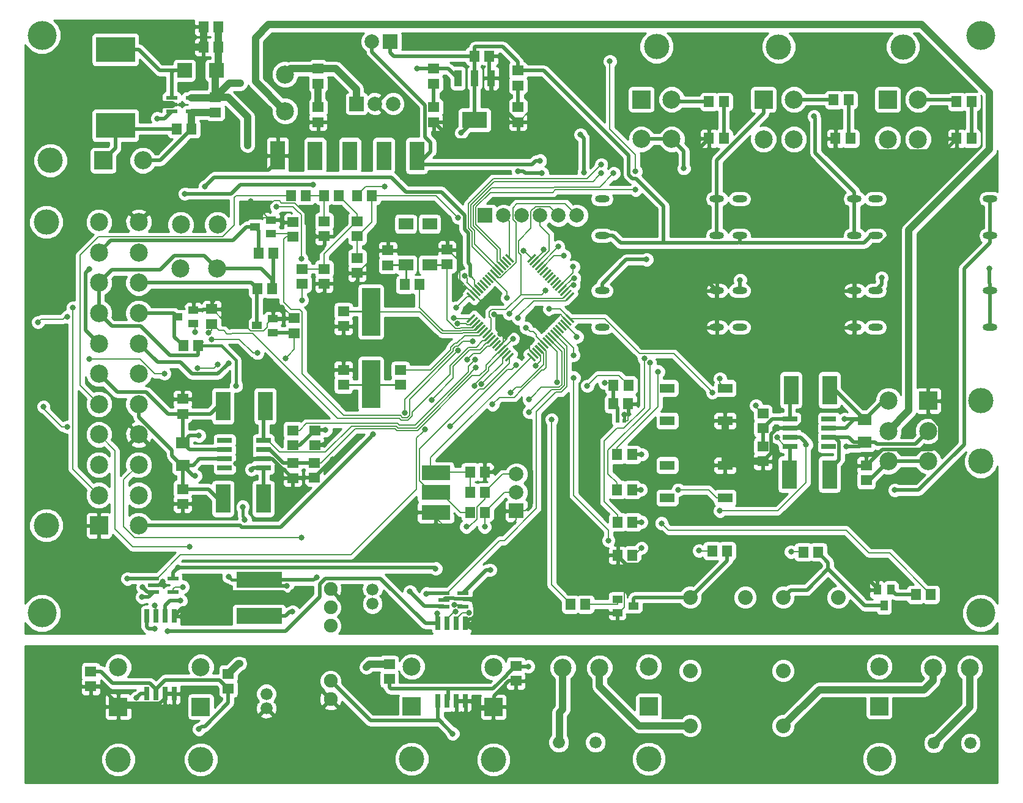
<source format=gtl>
G04 #@! TF.FileFunction,Copper,L1,Top,Signal*
%FSLAX46Y46*%
G04 Gerber Fmt 4.6, Leading zero omitted, Abs format (unit mm)*
G04 Created by KiCad (PCBNEW 4.0.6) date 07/03/17 14:26:51*
%MOMM*%
%LPD*%
G01*
G04 APERTURE LIST*
%ADD10C,0.100000*%
%ADD11C,4.000000*%
%ADD12C,2.500000*%
%ADD13R,2.500000X2.500000*%
%ADD14C,3.508000*%
%ADD15C,1.676400*%
%ADD16C,2.032000*%
%ADD17C,1.905000*%
%ADD18R,1.400000X1.500000*%
%ADD19R,1.000000X1.400000*%
%ADD20R,0.635000X1.905000*%
%ADD21O,2.006600X0.939800*%
%ADD22R,1.500000X1.400000*%
%ADD23R,2.000000X1.600000*%
%ADD24R,2.500000X6.600000*%
%ADD25R,1.500000X0.550000*%
%ADD26R,2.000000X0.750000*%
%ADD27R,1.000000X2.250000*%
%ADD28R,3.500000X2.250000*%
%ADD29R,2.000000X2.000000*%
%ADD30C,2.000000*%
%ADD31R,2.000000X4.000000*%
%ADD32R,4.000000X2.000000*%
%ADD33R,2.000000X1.300000*%
%ADD34R,0.500000X0.500000*%
%ADD35R,1.900000X1.600000*%
%ADD36R,1.400000X1.000000*%
%ADD37R,5.400000X3.500000*%
%ADD38R,6.300000X2.200000*%
%ADD39C,0.800000*%
%ADD40C,0.203200*%
%ADD41C,0.180000*%
%ADD42C,0.508000*%
%ADD43C,1.000000*%
%ADD44C,0.127000*%
%ADD45C,0.250000*%
%ADD46C,0.400000*%
%ADD47C,0.254000*%
G04 APERTURE END LIST*
D10*
D11*
X203200000Y-23000000D03*
X203200000Y-103000000D03*
X73200000Y-103000000D03*
D12*
X189128400Y-110400000D03*
D13*
X189128400Y-115900000D03*
D14*
X189128400Y-123200000D03*
D15*
X196669660Y-121000000D03*
X201749660Y-121000000D03*
D16*
X162966400Y-118618000D03*
X162966400Y-110998000D03*
X162966400Y-100838000D03*
X170586400Y-100838000D03*
X175818800Y-118618000D03*
X175818800Y-110998000D03*
X175818800Y-100838000D03*
X183438800Y-100838000D03*
D14*
X73787000Y-48875400D03*
D12*
X86587000Y-48875400D03*
X86587000Y-53075400D03*
X86587000Y-57275400D03*
X86587000Y-61475400D03*
X86587000Y-65675400D03*
X86587000Y-69875400D03*
X86587000Y-74075400D03*
X86587000Y-78275400D03*
X86587000Y-82475400D03*
X86587000Y-86675400D03*
X86587000Y-90875400D03*
X81087000Y-48875400D03*
X81087000Y-53075400D03*
X81087000Y-57275400D03*
X81087000Y-61475400D03*
X81087000Y-65675400D03*
X81087000Y-69875400D03*
X81087000Y-74075400D03*
D13*
X81087000Y-90875400D03*
D12*
X81087000Y-86675400D03*
X81087000Y-82475400D03*
X81087000Y-78275400D03*
D14*
X73787000Y-90875400D03*
D12*
X87171200Y-40335200D03*
D13*
X81671200Y-40335200D03*
D14*
X74371200Y-40335200D03*
D17*
X113155200Y-114935000D03*
X113155200Y-112395000D03*
X113155200Y-104775000D03*
X113155200Y-102235000D03*
X113155200Y-99695000D03*
D12*
X92413200Y-49203200D03*
X97493200Y-49203200D03*
D18*
X168059100Y-94391480D03*
X166009100Y-94391480D03*
D19*
X189801500Y-101963400D03*
X188851500Y-99763400D03*
X190751500Y-99763400D03*
D20*
X131824200Y-104432100D03*
X130554200Y-104432100D03*
X129284200Y-104432100D03*
X128014200Y-104432100D03*
X131824200Y-115176300D03*
X130554200Y-115176300D03*
X129284200Y-115176300D03*
X128014200Y-115176300D03*
D21*
X185699400Y-50749200D03*
X185699400Y-45669200D03*
X185699400Y-58369200D03*
X185699400Y-63449200D03*
X169799000Y-63449200D03*
X169799000Y-58369200D03*
X169799000Y-45669200D03*
X169799000Y-50749200D03*
D22*
X97199291Y-31617175D03*
X97199291Y-33667175D03*
D21*
X166649400Y-50749200D03*
X166649400Y-45669200D03*
X166649400Y-58369200D03*
X166649400Y-63449200D03*
X150749000Y-63449200D03*
X150749000Y-58369200D03*
X150749000Y-45669200D03*
X150749000Y-50749200D03*
X204495400Y-50749200D03*
X204495400Y-45669200D03*
X204495400Y-58369200D03*
X204495400Y-63449200D03*
X188595000Y-63449200D03*
X188595000Y-58369200D03*
X188595000Y-45669200D03*
X188595000Y-50749200D03*
D23*
X126872000Y-54768000D03*
X126872000Y-49118000D03*
X123572000Y-49118000D03*
X123572000Y-54768000D03*
D24*
X118745000Y-71294000D03*
X118745000Y-61294000D03*
D25*
X93879491Y-33545075D03*
X93879491Y-31645075D03*
X91179491Y-31645075D03*
X91179491Y-33545075D03*
X91179491Y-32595075D03*
X91342200Y-100086200D03*
X91342200Y-98186200D03*
X88642200Y-98186200D03*
X88642200Y-100086200D03*
X88642200Y-99136200D03*
X131523200Y-102118200D03*
X131523200Y-100218200D03*
X128823200Y-100218200D03*
X128823200Y-102118200D03*
X128823200Y-101168200D03*
D20*
X91516200Y-103416100D03*
X90246200Y-103416100D03*
X88976200Y-103416100D03*
X87706200Y-103416100D03*
X91516200Y-114160300D03*
X90246200Y-114160300D03*
X88976200Y-114160300D03*
X87706200Y-114160300D03*
D26*
X98483200Y-79120200D03*
X98483200Y-80390200D03*
X98483200Y-81660200D03*
X98483200Y-82930200D03*
X103883200Y-79120200D03*
X103883200Y-80390200D03*
X103883200Y-81660200D03*
X103883200Y-82930200D03*
X182145900Y-79921000D03*
X182145900Y-78651000D03*
X182145900Y-77381000D03*
X182145900Y-76111000D03*
X176745900Y-79921000D03*
X176745900Y-78651000D03*
X176745900Y-77381000D03*
X176745900Y-76111000D03*
D27*
X130796000Y-28956000D03*
X133096000Y-28956000D03*
D28*
X133096000Y-34756000D03*
D27*
X135396000Y-28956000D03*
D29*
X116751100Y-32486600D03*
D30*
X119291100Y-32486600D03*
X121831100Y-32486600D03*
D10*
G36*
X131986024Y-62650544D02*
X133046684Y-61589884D01*
X133258816Y-61802016D01*
X132198156Y-62862676D01*
X131986024Y-62650544D01*
X131986024Y-62650544D01*
G37*
G36*
X132339577Y-63004097D02*
X133400237Y-61943437D01*
X133612369Y-62155569D01*
X132551709Y-63216229D01*
X132339577Y-63004097D01*
X132339577Y-63004097D01*
G37*
G36*
X132693130Y-63357650D02*
X133753790Y-62296990D01*
X133965922Y-62509122D01*
X132905262Y-63569782D01*
X132693130Y-63357650D01*
X132693130Y-63357650D01*
G37*
G36*
X133046684Y-63711204D02*
X134107344Y-62650544D01*
X134319476Y-62862676D01*
X133258816Y-63923336D01*
X133046684Y-63711204D01*
X133046684Y-63711204D01*
G37*
G36*
X133400237Y-64064757D02*
X134460897Y-63004097D01*
X134673029Y-63216229D01*
X133612369Y-64276889D01*
X133400237Y-64064757D01*
X133400237Y-64064757D01*
G37*
G36*
X133753791Y-64418311D02*
X134814451Y-63357651D01*
X135026583Y-63569783D01*
X133965923Y-64630443D01*
X133753791Y-64418311D01*
X133753791Y-64418311D01*
G37*
G36*
X134107344Y-64771864D02*
X135168004Y-63711204D01*
X135380136Y-63923336D01*
X134319476Y-64983996D01*
X134107344Y-64771864D01*
X134107344Y-64771864D01*
G37*
G36*
X134460897Y-65125417D02*
X135521557Y-64064757D01*
X135733689Y-64276889D01*
X134673029Y-65337549D01*
X134460897Y-65125417D01*
X134460897Y-65125417D01*
G37*
G36*
X134814451Y-65478971D02*
X135875111Y-64418311D01*
X136087243Y-64630443D01*
X135026583Y-65691103D01*
X134814451Y-65478971D01*
X134814451Y-65478971D01*
G37*
G36*
X135168004Y-65832524D02*
X136228664Y-64771864D01*
X136440796Y-64983996D01*
X135380136Y-66044656D01*
X135168004Y-65832524D01*
X135168004Y-65832524D01*
G37*
G36*
X135521557Y-66186077D02*
X136582217Y-65125417D01*
X136794349Y-65337549D01*
X135733689Y-66398209D01*
X135521557Y-66186077D01*
X135521557Y-66186077D01*
G37*
G36*
X135875111Y-66539631D02*
X136935771Y-65478971D01*
X137147903Y-65691103D01*
X136087243Y-66751763D01*
X135875111Y-66539631D01*
X135875111Y-66539631D01*
G37*
G36*
X136228664Y-66893184D02*
X137289324Y-65832524D01*
X137501456Y-66044656D01*
X136440796Y-67105316D01*
X136228664Y-66893184D01*
X136228664Y-66893184D01*
G37*
G36*
X136582218Y-67246738D02*
X137642878Y-66186078D01*
X137855010Y-66398210D01*
X136794350Y-67458870D01*
X136582218Y-67246738D01*
X136582218Y-67246738D01*
G37*
G36*
X136935771Y-67600291D02*
X137996431Y-66539631D01*
X138208563Y-66751763D01*
X137147903Y-67812423D01*
X136935771Y-67600291D01*
X136935771Y-67600291D01*
G37*
G36*
X137289324Y-67953844D02*
X138349984Y-66893184D01*
X138562116Y-67105316D01*
X137501456Y-68165976D01*
X137289324Y-67953844D01*
X137289324Y-67953844D01*
G37*
G36*
X145279631Y-59256431D02*
X146340291Y-58195771D01*
X146552423Y-58407903D01*
X145491763Y-59468563D01*
X145279631Y-59256431D01*
X145279631Y-59256431D01*
G37*
G36*
X144926078Y-58902878D02*
X145986738Y-57842218D01*
X146198870Y-58054350D01*
X145138210Y-59115010D01*
X144926078Y-58902878D01*
X144926078Y-58902878D01*
G37*
G36*
X144572524Y-58549324D02*
X145633184Y-57488664D01*
X145845316Y-57700796D01*
X144784656Y-58761456D01*
X144572524Y-58549324D01*
X144572524Y-58549324D01*
G37*
G36*
X144218971Y-58195771D02*
X145279631Y-57135111D01*
X145491763Y-57347243D01*
X144431103Y-58407903D01*
X144218971Y-58195771D01*
X144218971Y-58195771D01*
G37*
G36*
X143865417Y-57842217D02*
X144926077Y-56781557D01*
X145138209Y-56993689D01*
X144077549Y-58054349D01*
X143865417Y-57842217D01*
X143865417Y-57842217D01*
G37*
G36*
X143511864Y-57488664D02*
X144572524Y-56428004D01*
X144784656Y-56640136D01*
X143723996Y-57700796D01*
X143511864Y-57488664D01*
X143511864Y-57488664D01*
G37*
G36*
X143158311Y-57135111D02*
X144218971Y-56074451D01*
X144431103Y-56286583D01*
X143370443Y-57347243D01*
X143158311Y-57135111D01*
X143158311Y-57135111D01*
G37*
G36*
X142804757Y-56781557D02*
X143865417Y-55720897D01*
X144077549Y-55933029D01*
X143016889Y-56993689D01*
X142804757Y-56781557D01*
X142804757Y-56781557D01*
G37*
G36*
X142451204Y-56428004D02*
X143511864Y-55367344D01*
X143723996Y-55579476D01*
X142663336Y-56640136D01*
X142451204Y-56428004D01*
X142451204Y-56428004D01*
G37*
G36*
X142097651Y-56074451D02*
X143158311Y-55013791D01*
X143370443Y-55225923D01*
X142309783Y-56286583D01*
X142097651Y-56074451D01*
X142097651Y-56074451D01*
G37*
G36*
X141744097Y-55720897D02*
X142804757Y-54660237D01*
X143016889Y-54872369D01*
X141956229Y-55933029D01*
X141744097Y-55720897D01*
X141744097Y-55720897D01*
G37*
G36*
X141390544Y-55367344D02*
X142451204Y-54306684D01*
X142663336Y-54518816D01*
X141602676Y-55579476D01*
X141390544Y-55367344D01*
X141390544Y-55367344D01*
G37*
G36*
X141036990Y-55013790D02*
X142097650Y-53953130D01*
X142309782Y-54165262D01*
X141249122Y-55225922D01*
X141036990Y-55013790D01*
X141036990Y-55013790D01*
G37*
G36*
X140683437Y-54660237D02*
X141744097Y-53599577D01*
X141956229Y-53811709D01*
X140895569Y-54872369D01*
X140683437Y-54660237D01*
X140683437Y-54660237D01*
G37*
G36*
X140329884Y-54306684D02*
X141390544Y-53246024D01*
X141602676Y-53458156D01*
X140542016Y-54518816D01*
X140329884Y-54306684D01*
X140329884Y-54306684D01*
G37*
G36*
X145633184Y-59609984D02*
X146693844Y-58549324D01*
X146905976Y-58761456D01*
X145845316Y-59822116D01*
X145633184Y-59609984D01*
X145633184Y-59609984D01*
G37*
G36*
X140329884Y-67105316D02*
X140542016Y-66893184D01*
X141602676Y-67953844D01*
X141390544Y-68165976D01*
X140329884Y-67105316D01*
X140329884Y-67105316D01*
G37*
G36*
X140683437Y-66751763D02*
X140895569Y-66539631D01*
X141956229Y-67600291D01*
X141744097Y-67812423D01*
X140683437Y-66751763D01*
X140683437Y-66751763D01*
G37*
G36*
X141036990Y-66398210D02*
X141249122Y-66186078D01*
X142309782Y-67246738D01*
X142097650Y-67458870D01*
X141036990Y-66398210D01*
X141036990Y-66398210D01*
G37*
G36*
X141390544Y-66044656D02*
X141602676Y-65832524D01*
X142663336Y-66893184D01*
X142451204Y-67105316D01*
X141390544Y-66044656D01*
X141390544Y-66044656D01*
G37*
G36*
X141744097Y-65691103D02*
X141956229Y-65478971D01*
X143016889Y-66539631D01*
X142804757Y-66751763D01*
X141744097Y-65691103D01*
X141744097Y-65691103D01*
G37*
G36*
X142097651Y-65337549D02*
X142309783Y-65125417D01*
X143370443Y-66186077D01*
X143158311Y-66398209D01*
X142097651Y-65337549D01*
X142097651Y-65337549D01*
G37*
G36*
X142451204Y-64983996D02*
X142663336Y-64771864D01*
X143723996Y-65832524D01*
X143511864Y-66044656D01*
X142451204Y-64983996D01*
X142451204Y-64983996D01*
G37*
G36*
X142804757Y-64630443D02*
X143016889Y-64418311D01*
X144077549Y-65478971D01*
X143865417Y-65691103D01*
X142804757Y-64630443D01*
X142804757Y-64630443D01*
G37*
G36*
X143158311Y-64276889D02*
X143370443Y-64064757D01*
X144431103Y-65125417D01*
X144218971Y-65337549D01*
X143158311Y-64276889D01*
X143158311Y-64276889D01*
G37*
G36*
X143511864Y-63923336D02*
X143723996Y-63711204D01*
X144784656Y-64771864D01*
X144572524Y-64983996D01*
X143511864Y-63923336D01*
X143511864Y-63923336D01*
G37*
G36*
X143865417Y-63569783D02*
X144077549Y-63357651D01*
X145138209Y-64418311D01*
X144926077Y-64630443D01*
X143865417Y-63569783D01*
X143865417Y-63569783D01*
G37*
G36*
X144218971Y-63216229D02*
X144431103Y-63004097D01*
X145491763Y-64064757D01*
X145279631Y-64276889D01*
X144218971Y-63216229D01*
X144218971Y-63216229D01*
G37*
G36*
X144572524Y-62862676D02*
X144784656Y-62650544D01*
X145845316Y-63711204D01*
X145633184Y-63923336D01*
X144572524Y-62862676D01*
X144572524Y-62862676D01*
G37*
G36*
X144926078Y-62509122D02*
X145138210Y-62296990D01*
X146198870Y-63357650D01*
X145986738Y-63569782D01*
X144926078Y-62509122D01*
X144926078Y-62509122D01*
G37*
G36*
X145279631Y-62155569D02*
X145491763Y-61943437D01*
X146552423Y-63004097D01*
X146340291Y-63216229D01*
X145279631Y-62155569D01*
X145279631Y-62155569D01*
G37*
G36*
X145633184Y-61802016D02*
X145845316Y-61589884D01*
X146905976Y-62650544D01*
X146693844Y-62862676D01*
X145633184Y-61802016D01*
X145633184Y-61802016D01*
G37*
G36*
X137289324Y-53458156D02*
X137501456Y-53246024D01*
X138562116Y-54306684D01*
X138349984Y-54518816D01*
X137289324Y-53458156D01*
X137289324Y-53458156D01*
G37*
G36*
X136935771Y-53811709D02*
X137147903Y-53599577D01*
X138208563Y-54660237D01*
X137996431Y-54872369D01*
X136935771Y-53811709D01*
X136935771Y-53811709D01*
G37*
G36*
X136582218Y-54165262D02*
X136794350Y-53953130D01*
X137855010Y-55013790D01*
X137642878Y-55225922D01*
X136582218Y-54165262D01*
X136582218Y-54165262D01*
G37*
G36*
X136228664Y-54518816D02*
X136440796Y-54306684D01*
X137501456Y-55367344D01*
X137289324Y-55579476D01*
X136228664Y-54518816D01*
X136228664Y-54518816D01*
G37*
G36*
X135875111Y-54872369D02*
X136087243Y-54660237D01*
X137147903Y-55720897D01*
X136935771Y-55933029D01*
X135875111Y-54872369D01*
X135875111Y-54872369D01*
G37*
G36*
X135521557Y-55225923D02*
X135733689Y-55013791D01*
X136794349Y-56074451D01*
X136582217Y-56286583D01*
X135521557Y-55225923D01*
X135521557Y-55225923D01*
G37*
G36*
X135168004Y-55579476D02*
X135380136Y-55367344D01*
X136440796Y-56428004D01*
X136228664Y-56640136D01*
X135168004Y-55579476D01*
X135168004Y-55579476D01*
G37*
G36*
X134814451Y-55933029D02*
X135026583Y-55720897D01*
X136087243Y-56781557D01*
X135875111Y-56993689D01*
X134814451Y-55933029D01*
X134814451Y-55933029D01*
G37*
G36*
X134460897Y-56286583D02*
X134673029Y-56074451D01*
X135733689Y-57135111D01*
X135521557Y-57347243D01*
X134460897Y-56286583D01*
X134460897Y-56286583D01*
G37*
G36*
X134107344Y-56640136D02*
X134319476Y-56428004D01*
X135380136Y-57488664D01*
X135168004Y-57700796D01*
X134107344Y-56640136D01*
X134107344Y-56640136D01*
G37*
G36*
X133753791Y-56993689D02*
X133965923Y-56781557D01*
X135026583Y-57842217D01*
X134814451Y-58054349D01*
X133753791Y-56993689D01*
X133753791Y-56993689D01*
G37*
G36*
X133400237Y-57347243D02*
X133612369Y-57135111D01*
X134673029Y-58195771D01*
X134460897Y-58407903D01*
X133400237Y-57347243D01*
X133400237Y-57347243D01*
G37*
G36*
X133046684Y-57700796D02*
X133258816Y-57488664D01*
X134319476Y-58549324D01*
X134107344Y-58761456D01*
X133046684Y-57700796D01*
X133046684Y-57700796D01*
G37*
G36*
X132693130Y-58054350D02*
X132905262Y-57842218D01*
X133965922Y-58902878D01*
X133753790Y-59115010D01*
X132693130Y-58054350D01*
X132693130Y-58054350D01*
G37*
G36*
X132339577Y-58407903D02*
X132551709Y-58195771D01*
X133612369Y-59256431D01*
X133400237Y-59468563D01*
X132339577Y-58407903D01*
X132339577Y-58407903D01*
G37*
G36*
X131986024Y-58761456D02*
X132198156Y-58549324D01*
X133258816Y-59609984D01*
X133046684Y-59822116D01*
X131986024Y-58761456D01*
X131986024Y-58761456D01*
G37*
D31*
X98255200Y-74337200D03*
X98255200Y-87161200D03*
X104097200Y-74337200D03*
X103843200Y-87161200D03*
X182239900Y-83796000D03*
X182239900Y-72112000D03*
X176651900Y-83796000D03*
X176905900Y-72112000D03*
X125095000Y-39686000D03*
X120523000Y-39686000D03*
X115824000Y-39686000D03*
X105829100Y-39660600D03*
X110998000Y-39686000D03*
D32*
X127721400Y-89053800D03*
X127721400Y-83592800D03*
X127721400Y-86259800D03*
D33*
X159779200Y-82535200D03*
X159779200Y-87035200D03*
X167779200Y-87035200D03*
X167779200Y-82535200D03*
X167779200Y-76367200D03*
X167779200Y-71867200D03*
X159779200Y-71867200D03*
X159779200Y-76367200D03*
D34*
X153801200Y-76397100D03*
X152901200Y-76397100D03*
D18*
X199847200Y-32207200D03*
X201897200Y-32207200D03*
X182829200Y-31953200D03*
X184879200Y-31953200D03*
X165557200Y-32207200D03*
X167607200Y-32207200D03*
X152351200Y-71447100D03*
X154401200Y-71447100D03*
D22*
X79959200Y-111074200D03*
X79959200Y-113124200D03*
X99009200Y-111391700D03*
X99009200Y-113441700D03*
X138809200Y-110312200D03*
X138809200Y-112362200D03*
X121283200Y-110058200D03*
X121283200Y-112108200D03*
D18*
X148437600Y-101777800D03*
X146387600Y-101777800D03*
X194193160Y-100431600D03*
X196243160Y-100431600D03*
D15*
X144760000Y-120900000D03*
X149840000Y-120900000D03*
D35*
X92667200Y-82527200D03*
X92667200Y-79427200D03*
D22*
X107907200Y-77701200D03*
X107907200Y-79751200D03*
X187319900Y-84620000D03*
X187319900Y-82570000D03*
D35*
X187065900Y-76238000D03*
X187065900Y-79338000D03*
D22*
X173019700Y-75374400D03*
X173019700Y-77424400D03*
X139103100Y-29946600D03*
X139103100Y-27896600D03*
X127419100Y-29692600D03*
X127419100Y-27642600D03*
X111417100Y-29692600D03*
X111417100Y-27642600D03*
D18*
X125476000Y-57531000D03*
X123426000Y-57531000D03*
X134514400Y-89053800D03*
X132464400Y-89053800D03*
X134514400Y-86259800D03*
X132464400Y-86259800D03*
D22*
X122809000Y-69342000D03*
X122809000Y-71392000D03*
X107942500Y-48878200D03*
X107942500Y-50928200D03*
D18*
X105263600Y-53214500D03*
X103213600Y-53214500D03*
D22*
X108153200Y-62179200D03*
X108153200Y-64229200D03*
D18*
X105105200Y-58115200D03*
X103055200Y-58115200D03*
D22*
X96716600Y-60921200D03*
X96716600Y-62971200D03*
D18*
X94811600Y-66001200D03*
X92761600Y-66001200D03*
D36*
X155074800Y-102019100D03*
X152874800Y-102969100D03*
X152874800Y-101069100D03*
X102728500Y-49531500D03*
X104928500Y-48581500D03*
X104928500Y-50481500D03*
X102989200Y-63195200D03*
X105189200Y-62245200D03*
X105189200Y-64145200D03*
X91959000Y-61988000D03*
X94159000Y-61038000D03*
X94159000Y-62938000D03*
D37*
X83375000Y-35475000D03*
X83375000Y-24975000D03*
D38*
X103249200Y-98414200D03*
X103249200Y-103414200D03*
D13*
X190303200Y-31903200D03*
D12*
X194503200Y-31903200D03*
X190303200Y-37403200D03*
X194503200Y-37403200D03*
D14*
X192403200Y-24603200D03*
D13*
X173103200Y-31903200D03*
D12*
X177303200Y-31903200D03*
X173103200Y-37403200D03*
X177303200Y-37403200D03*
D14*
X175203200Y-24603200D03*
D13*
X156192800Y-31887200D03*
D12*
X160392800Y-31887200D03*
X156192800Y-37387200D03*
X160392800Y-37387200D03*
D14*
X158292800Y-24587200D03*
D12*
X83769200Y-110466200D03*
D13*
X83769200Y-115966200D03*
D14*
X83769200Y-123266200D03*
D12*
X95199200Y-110466200D03*
D13*
X95199200Y-115966200D03*
D14*
X95199200Y-123266200D03*
D12*
X135700000Y-110500000D03*
D13*
X135700000Y-116000000D03*
D14*
X135700000Y-123300000D03*
D12*
X124400000Y-110400000D03*
D13*
X124400000Y-115900000D03*
D14*
X124400000Y-123200000D03*
D12*
X157200000Y-110400000D03*
D13*
X157200000Y-115900000D03*
D14*
X157200000Y-123200000D03*
X203203200Y-82003200D03*
D12*
X190403200Y-82003200D03*
X190403200Y-77803200D03*
X190403200Y-73603200D03*
D13*
X195903200Y-73603200D03*
D12*
X195903200Y-77803200D03*
X195903200Y-82003200D03*
D14*
X203203200Y-73603200D03*
D29*
X121412000Y-23876000D03*
D30*
X118872000Y-23876000D03*
D29*
X134569200Y-47955200D03*
D30*
X137109200Y-47955200D03*
X139649200Y-47955200D03*
X142189200Y-47955200D03*
X144729200Y-47955200D03*
X147269200Y-47955200D03*
D29*
X138887200Y-88849200D03*
D30*
X138887200Y-86309200D03*
X138887200Y-83769200D03*
D12*
X145313400Y-110566200D03*
X150393400Y-110566200D03*
X201650600Y-110617000D03*
X196570600Y-110617000D03*
X106845100Y-33502600D03*
X106845100Y-28422600D03*
X92405200Y-55321200D03*
X97485200Y-55321200D03*
D29*
X97322691Y-27876875D03*
X92922691Y-27876875D03*
D18*
X152908000Y-94996000D03*
X154958000Y-94996000D03*
X199847200Y-37287200D03*
X201897200Y-37287200D03*
X183083200Y-37287200D03*
X185133200Y-37287200D03*
X165557200Y-37287200D03*
X167607200Y-37287200D03*
X180662800Y-94543880D03*
X178612800Y-94543880D03*
D22*
X139103100Y-35026600D03*
X139103100Y-32976600D03*
X127419100Y-35026600D03*
X127419100Y-32976600D03*
X111417100Y-35026600D03*
X111417100Y-32976600D03*
D18*
X154975560Y-90392760D03*
X152925560Y-90392760D03*
X154899360Y-85922360D03*
X152849360Y-85922360D03*
X154899360Y-81070960D03*
X152849360Y-81070960D03*
X93897691Y-35976875D03*
X91847691Y-35976875D03*
X97622691Y-24651875D03*
X95572691Y-24651875D03*
X97622691Y-21826875D03*
X95572691Y-21826875D03*
X152326200Y-74047100D03*
X154376200Y-74047100D03*
D15*
X118953200Y-99703200D03*
X118953200Y-101703200D03*
X104265200Y-116189000D03*
X104265200Y-114189000D03*
D22*
X92667200Y-75415200D03*
X92667200Y-73365200D03*
X92667200Y-85829200D03*
X92667200Y-87879200D03*
X107907200Y-84305200D03*
X107907200Y-82255200D03*
X110883200Y-84236200D03*
X110883200Y-82186200D03*
X110955200Y-77701200D03*
X110955200Y-79751200D03*
X173019700Y-81978400D03*
X173019700Y-79928400D03*
D18*
X135146000Y-25908000D03*
X133096000Y-25908000D03*
D22*
X129286000Y-54737000D03*
X129286000Y-52687000D03*
D18*
X134514400Y-83465800D03*
X132464400Y-83465800D03*
D22*
X121107200Y-52781200D03*
X121107200Y-54831200D03*
X114935000Y-61214000D03*
X114935000Y-63264000D03*
X114935000Y-69342000D03*
X114935000Y-71392000D03*
X116840000Y-53848000D03*
X116840000Y-55898000D03*
X109220000Y-57404000D03*
X109220000Y-55354000D03*
X112268000Y-55354000D03*
X112268000Y-57404000D03*
D18*
X107696000Y-45212000D03*
X109746000Y-45212000D03*
D22*
X112268000Y-48768000D03*
X112268000Y-50818000D03*
D18*
X112250000Y-45212000D03*
X114300000Y-45212000D03*
D22*
X116840000Y-48768000D03*
X116840000Y-50818000D03*
D18*
X116822000Y-45212000D03*
X118872000Y-45212000D03*
D11*
X73200000Y-23000000D03*
D39*
X112014000Y-58928000D03*
X106426000Y-60706000D03*
X99060000Y-62737998D03*
X92710006Y-70358000D03*
X90932000Y-73914000D03*
X152874980Y-104556560D03*
X110998000Y-53848000D03*
X102108000Y-45974000D03*
X153797000Y-75565000D03*
X152908000Y-92202000D03*
X89197691Y-32601875D03*
X89197691Y-24676875D03*
X135813800Y-61658500D03*
X96837500Y-59728100D03*
X143902488Y-62059457D03*
X139720064Y-65288445D03*
X141033500Y-65239900D03*
X112268000Y-79679800D03*
X113432200Y-81737200D03*
X94819900Y-99264210D03*
X89916000Y-98653600D03*
X132778200Y-104978200D03*
X107983199Y-100068201D03*
X141173200Y-32715200D03*
X100090011Y-82306364D03*
X179781200Y-68783200D03*
X184099200Y-53289200D03*
X164033200Y-56591200D03*
X197840220Y-39546746D03*
X163525200Y-47447200D03*
X93421200Y-102311200D03*
X93167200Y-114249200D03*
X136633022Y-64342288D03*
X179019200Y-76149200D03*
X142627001Y-52711001D03*
X135331200Y-59893200D03*
X142951200Y-58369200D03*
X142163800Y-40360600D03*
X138430000Y-65024000D03*
X130556000Y-60706000D03*
X166014400Y-72466200D03*
X167081200Y-88849200D03*
X179019200Y-79705200D03*
X141556505Y-68744985D03*
X139882762Y-52856943D03*
X143459200Y-60909200D03*
X130230785Y-62148553D03*
X147269200Y-64751602D03*
X130758798Y-62941200D03*
X100629401Y-29672599D03*
X107125000Y-99203200D03*
X191287400Y-85979000D03*
X101650000Y-38275000D03*
X99034913Y-97960985D03*
X111239702Y-98031702D03*
X100081986Y-71520414D03*
X101295200Y-90119200D03*
X100990012Y-88290012D03*
X88825000Y-105175000D03*
X127886939Y-103067966D03*
X90551000Y-105474002D03*
X125171200Y-27635200D03*
X110744004Y-43688000D03*
X92964000Y-44958000D03*
X120650000Y-43942000D03*
X109220000Y-59690000D03*
X109094101Y-53923899D03*
X105664000Y-46736000D03*
X135255000Y-97028000D03*
X127711200Y-96839190D03*
X131267200Y-36525200D03*
X92022200Y-96723200D03*
X184607200Y-79959200D03*
X184353200Y-76149200D03*
X102185604Y-83135604D03*
X112471200Y-77673200D03*
X94437200Y-84023200D03*
X94945200Y-78435200D03*
X140550900Y-110375700D03*
X94945200Y-119075200D03*
X86309200Y-114712791D03*
X130073400Y-119684800D03*
X107899200Y-102819200D03*
X130262752Y-101850804D03*
X92684600Y-99364800D03*
X126441200Y-100305610D03*
X124155200Y-100025200D03*
X138886091Y-68631909D03*
X146812000Y-67310000D03*
X126252859Y-77569046D03*
X85039200Y-98247200D03*
X129743200Y-77165200D03*
X87122000Y-99415600D03*
X87071200Y-100787200D03*
X151117300Y-71145400D03*
X134039084Y-71311328D03*
X156235400Y-81051400D03*
X158529778Y-69573665D03*
X146761200Y-55067200D03*
X156107360Y-85922360D03*
X157357641Y-68302109D03*
X146906436Y-56645348D03*
X156183560Y-90392760D03*
X156592173Y-67735410D03*
X146827844Y-57594512D03*
X164185600Y-94358460D03*
X176916080Y-94528640D03*
X156210000Y-93980000D03*
X99051967Y-68399913D03*
X180086000Y-34239200D03*
X139141200Y-41859200D03*
X142443200Y-42113200D03*
X119075200Y-78225722D03*
X79756000Y-55372000D03*
X148234400Y-41960800D03*
X147751800Y-36753800D03*
X77470000Y-60706000D03*
X118110000Y-110490000D03*
X100584000Y-109982000D03*
X162077400Y-41427400D03*
X204419200Y-55321200D03*
X96293293Y-64170661D03*
X94386400Y-64059165D03*
X132861751Y-65383159D03*
X123423362Y-75278515D03*
X137617200Y-59385200D03*
X127146031Y-73463190D03*
X106928745Y-67721655D03*
X132035000Y-67900000D03*
X130810000Y-66675000D03*
X167081200Y-70561200D03*
X161315400Y-85928200D03*
X172053210Y-74263210D03*
X144696820Y-52273200D03*
X133200000Y-67900000D03*
X137890262Y-61525190D03*
X158978600Y-90561160D03*
X144482481Y-71074010D03*
X140624010Y-73454420D03*
X143764000Y-76200000D03*
X130437379Y-102831808D03*
X132334367Y-102961886D03*
X88823800Y-101930200D03*
X92405200Y-101295200D03*
X140624010Y-75193814D03*
X148692383Y-71542629D03*
X133071802Y-71522232D03*
X150633418Y-40905418D03*
X152349200Y-42113200D03*
X155397200Y-41859200D03*
X151841200Y-26619200D03*
X150615610Y-42114209D03*
X155397200Y-44399200D03*
X189465200Y-56591200D03*
X156921200Y-54051200D03*
X169875200Y-56889200D03*
X89150000Y-34525000D03*
X95758000Y-43942000D03*
X151638000Y-92964000D03*
X146830000Y-70420000D03*
X131700000Y-56340000D03*
X174982511Y-78649990D03*
X145491200Y-53543200D03*
X133300000Y-69000000D03*
X139141200Y-62179200D03*
X103000000Y-67000000D03*
X96696751Y-65074542D03*
X138101245Y-72485290D03*
X97536000Y-68579998D03*
X94742002Y-69088000D03*
X135585200Y-74117200D03*
X140208000Y-63500000D03*
X130810000Y-48260000D03*
X134493000Y-91059000D03*
X109169200Y-92531801D03*
X93599000Y-93853000D03*
X131953000Y-91059000D03*
X76708000Y-61976000D03*
X72644000Y-62738000D03*
X73406000Y-74422000D03*
X76708000Y-77216000D03*
X79756000Y-67818000D03*
X90170000Y-69850000D03*
D40*
X112268000Y-57404000D02*
X112268000Y-58674000D01*
X112268000Y-58674000D02*
X112014000Y-58928000D01*
X108153200Y-62179200D02*
X108103200Y-62179200D01*
X108103200Y-62179200D02*
X106630000Y-60706000D01*
X106630000Y-60706000D02*
X106426000Y-60706000D01*
D41*
X96766600Y-60921200D02*
X98583398Y-62737998D01*
X96716600Y-60921200D02*
X96766600Y-60921200D01*
X98583398Y-62737998D02*
X99060000Y-62737998D01*
D40*
X92667200Y-70400806D02*
X92710006Y-70358000D01*
X92667200Y-73365200D02*
X92667200Y-70400806D01*
D41*
X91331999Y-73514001D02*
X90932000Y-73914000D01*
X92667200Y-73365200D02*
X91480800Y-73365200D01*
X91480800Y-73365200D02*
X91331999Y-73514001D01*
D40*
X96837500Y-59728100D02*
X94765700Y-59728100D01*
X94765700Y-59728100D02*
X94159000Y-60334800D01*
X94159000Y-60334800D02*
X94159000Y-61038000D01*
D42*
X131824200Y-104432100D02*
X131824200Y-104365800D01*
X131824200Y-104365800D02*
X132421713Y-103768287D01*
X132421713Y-103768287D02*
X132721440Y-103768287D01*
X132721440Y-103768287D02*
X133140768Y-103348959D01*
X133140768Y-103348959D02*
X133140768Y-101535130D01*
X132652839Y-101047201D02*
X130329999Y-101047201D01*
X133140768Y-101535130D02*
X132652839Y-101047201D01*
X129054999Y-100936401D02*
X128823200Y-101168200D01*
X130329999Y-101047201D02*
X130219199Y-100936401D01*
X130219199Y-100936401D02*
X129054999Y-100936401D01*
D40*
X116840000Y-55898000D02*
X116890000Y-55898000D01*
X116890000Y-55898000D02*
X120006800Y-52781200D01*
X120006800Y-52781200D02*
X121107200Y-52781200D01*
X138887200Y-88849200D02*
X140090400Y-88849200D01*
X140090400Y-88849200D02*
X141097000Y-87842600D01*
X141097000Y-87842600D02*
X141097000Y-83312000D01*
X141097000Y-83312000D02*
X139573000Y-81788000D01*
X139573000Y-81788000D02*
X137095400Y-81788000D01*
X137095400Y-81788000D02*
X135417600Y-83465800D01*
X135417600Y-83465800D02*
X134514400Y-83465800D01*
X136737600Y-92202000D02*
X130169600Y-92202000D01*
X130169600Y-92202000D02*
X127021400Y-89053800D01*
X138887200Y-88849200D02*
X138887200Y-90052400D01*
X138887200Y-90052400D02*
X136737600Y-92202000D01*
D42*
X86587000Y-48875400D02*
X91703200Y-43759200D01*
X91703200Y-43759200D02*
X91774494Y-43759200D01*
X91774494Y-43759200D02*
X93890000Y-41643694D01*
X93890000Y-41643694D02*
X104546006Y-41643694D01*
X104546006Y-41643694D02*
X105829100Y-40360600D01*
X197840220Y-39546746D02*
X197353075Y-39059601D01*
X197353075Y-39059601D02*
X196866799Y-39059601D01*
X127419100Y-35026600D02*
X127469100Y-35026600D01*
X127469100Y-35026600D02*
X129921701Y-37479201D01*
X129921701Y-37479201D02*
X135392499Y-37479201D01*
X135392499Y-37479201D02*
X137845100Y-35026600D01*
X137845100Y-35026600D02*
X139103100Y-35026600D01*
X95219899Y-99664209D02*
X94819900Y-99264210D01*
X95623891Y-100068201D02*
X95219899Y-99664209D01*
X106578079Y-100068201D02*
X95623891Y-100068201D01*
X106978078Y-100468200D02*
X106578079Y-100068201D01*
X107583200Y-100468200D02*
X106978078Y-100468200D01*
X107983199Y-100068201D02*
X107583200Y-100468200D01*
X90246200Y-114160300D02*
X90246200Y-114795300D01*
X90246200Y-114795300D02*
X89522299Y-115519201D01*
X89522299Y-115519201D02*
X83612201Y-115519201D01*
X83612201Y-115519201D02*
X81217200Y-113124200D01*
X81217200Y-113124200D02*
X79959200Y-113124200D01*
X134003200Y-116220200D02*
X135479800Y-116220200D01*
X135479800Y-116220200D02*
X135700000Y-116000000D01*
X135761200Y-114462200D02*
X135761200Y-115938800D01*
X135761200Y-115938800D02*
X135700000Y-116000000D01*
X91516200Y-114160300D02*
X90246200Y-114160300D01*
X159565340Y-92600780D02*
X181888880Y-92600780D01*
X181888880Y-92600780D02*
X188851500Y-99563400D01*
X188851500Y-99563400D02*
X188851500Y-99763400D01*
X156459621Y-95706499D02*
X159565340Y-92600780D01*
X156429023Y-95706499D02*
X156459621Y-95706499D01*
X156429023Y-95706499D02*
X155881522Y-96254000D01*
X155881522Y-96254000D02*
X154116000Y-96254000D01*
X154116000Y-96254000D02*
X152908000Y-95046000D01*
X152908000Y-95046000D02*
X152908000Y-94996000D01*
D40*
X152908000Y-95046000D02*
X153828801Y-95966801D01*
X153828801Y-95966801D02*
X153828801Y-102215099D01*
X153828801Y-102215099D02*
X153074800Y-102969100D01*
X153074800Y-102969100D02*
X152874800Y-102969100D01*
D42*
X152874800Y-102969100D02*
X152874800Y-104556380D01*
X152874800Y-104556380D02*
X152874980Y-104556560D01*
D40*
X112014000Y-57658000D02*
X112268000Y-57404000D01*
X112268000Y-50818000D02*
X112268000Y-52578000D01*
X112268000Y-52578000D02*
X110998000Y-53848000D01*
X112268000Y-50818000D02*
X111314800Y-50818000D01*
X111314800Y-50818000D02*
X109597311Y-49100511D01*
X109597311Y-49100511D02*
X109597310Y-47648482D01*
X109597310Y-47648482D02*
X108181618Y-46232790D01*
X108181618Y-46232790D02*
X106347160Y-46232790D01*
X106347160Y-46232790D02*
X106048769Y-45934399D01*
X106048769Y-45934399D02*
X105279231Y-45934399D01*
X105279231Y-45934399D02*
X104025300Y-47188330D01*
X104025300Y-47188330D02*
X104025300Y-47878300D01*
X104025300Y-47878300D02*
X104728500Y-48581500D01*
X104728500Y-48581500D02*
X104928500Y-48581500D01*
X136511507Y-66115367D02*
X137602874Y-65024000D01*
X138430000Y-64008000D02*
X137602874Y-64835126D01*
X137602874Y-64835126D02*
X137602874Y-65024000D01*
X139192000Y-64008000D02*
X138430000Y-64008000D01*
X139720064Y-64536064D02*
X139192000Y-64008000D01*
X139720064Y-65288445D02*
X139720064Y-64536064D01*
X104728500Y-48581500D02*
X104407000Y-48260000D01*
X104407000Y-48260000D02*
X103124000Y-48260000D01*
X103124000Y-48260000D02*
X102108000Y-47244000D01*
X102108000Y-47244000D02*
X102108000Y-45974000D01*
X112218000Y-50818000D02*
X112268000Y-50818000D01*
X107942500Y-48878200D02*
X106989300Y-48878200D01*
X106989300Y-48878200D02*
X106692600Y-48581500D01*
X106692600Y-48581500D02*
X106426000Y-48581500D01*
X104928500Y-48581500D02*
X106426000Y-48581500D01*
X112268000Y-57404000D02*
X116237200Y-57404000D01*
X116237200Y-57404000D02*
X116840000Y-56801200D01*
X116840000Y-56801200D02*
X116840000Y-55898000D01*
X153801200Y-76397100D02*
X153801200Y-75569200D01*
X153801200Y-75569200D02*
X153797000Y-75565000D01*
X154376200Y-74047100D02*
X154376200Y-76275300D01*
X154376200Y-76275300D02*
X154254400Y-76397100D01*
X154254400Y-76397100D02*
X153801200Y-76397100D01*
X152908000Y-94996000D02*
X152908000Y-92202000D01*
X152908000Y-93980000D02*
X152908000Y-92202000D01*
X134514400Y-83415800D02*
X134514400Y-83465800D01*
D41*
X129336000Y-52687000D02*
X129286000Y-52687000D01*
X131021391Y-54372391D02*
X129336000Y-52687000D01*
X131021391Y-56923422D02*
X131021391Y-54372391D01*
X132329096Y-58231127D02*
X131021391Y-56923422D01*
X132374933Y-58231127D02*
X132329096Y-58231127D01*
X132975973Y-58832167D02*
X132374933Y-58231127D01*
D42*
X86587000Y-48875400D02*
X89003189Y-46459211D01*
D43*
X89197691Y-32601875D02*
X91172691Y-32601875D01*
X91172691Y-32601875D02*
X91179491Y-32595075D01*
X91447691Y-24651875D02*
X89222691Y-24651875D01*
X89222691Y-24651875D02*
X89197691Y-24676875D01*
X95572691Y-24651875D02*
X91447691Y-24651875D01*
X95572691Y-21826875D02*
X95572691Y-24651875D01*
D42*
X93421200Y-102311200D02*
X92621100Y-102311200D01*
X92621100Y-102311200D02*
X91516200Y-103416100D01*
X89916000Y-98653600D02*
X89433400Y-99136200D01*
X89433400Y-99136200D02*
X88642200Y-99136200D01*
D40*
X136633022Y-64342288D02*
X136633022Y-62477722D01*
X136633022Y-62477722D02*
X135813800Y-61658500D01*
X96837500Y-59728100D02*
X96837500Y-60800300D01*
X96837500Y-60800300D02*
X96716600Y-60921200D01*
X143902488Y-62059457D02*
X144302487Y-61659458D01*
X144302487Y-61659458D02*
X144995652Y-61659458D01*
X144995652Y-61659458D02*
X145314987Y-61978793D01*
X145314987Y-61978793D02*
X145916027Y-62579833D01*
X141319833Y-67176027D02*
X140718793Y-66574987D01*
X140718793Y-66574987D02*
X140718793Y-65554607D01*
X140718793Y-65554607D02*
X141033500Y-65239900D01*
D42*
X134003200Y-116220200D02*
X132959300Y-115176300D01*
X132959300Y-115176300D02*
X131824200Y-115176300D01*
X131938500Y-115290600D02*
X131824200Y-115176300D01*
X164349200Y-38545200D02*
X164349200Y-46623200D01*
X164349200Y-46623200D02*
X163925199Y-47047201D01*
X165557200Y-37337200D02*
X164349200Y-38545200D01*
X163925199Y-47047201D02*
X163525200Y-47447200D01*
X165557200Y-37287200D02*
X165557200Y-37337200D01*
X112268000Y-79679800D02*
X111026600Y-79679800D01*
X111026600Y-79679800D02*
X110955200Y-79751200D01*
X110883200Y-84236200D02*
X110933200Y-84236200D01*
X110933200Y-84236200D02*
X113432200Y-81737200D01*
D40*
X134037006Y-59893200D02*
X132975973Y-58832167D01*
D42*
X132778200Y-104978200D02*
X132370300Y-104978200D01*
X132370300Y-104978200D02*
X131824200Y-104432100D01*
X166649400Y-58369200D02*
X166649400Y-59347100D01*
X166649400Y-59347100D02*
X166649400Y-63449200D01*
D44*
X96716600Y-60921200D02*
X99126578Y-60921200D01*
X99126578Y-60921200D02*
X102116479Y-63911101D01*
X102116479Y-63911101D02*
X103861921Y-63911101D01*
X103861921Y-63911101D02*
X104362200Y-63410822D01*
X104362200Y-63410822D02*
X104362200Y-62872200D01*
X104362200Y-62872200D02*
X104989200Y-62245200D01*
X104989200Y-62245200D02*
X105189200Y-62245200D01*
D40*
X141173200Y-32715200D02*
X140773201Y-33115199D01*
X140773201Y-33115199D02*
X140773201Y-33406499D01*
X140773201Y-33406499D02*
X139153100Y-35026600D01*
X139153100Y-35026600D02*
X139103100Y-35026600D01*
D42*
X100490010Y-81906365D02*
X100090011Y-82306364D01*
X103883200Y-81660200D02*
X100736175Y-81660200D01*
X100736175Y-81660200D02*
X100490010Y-81906365D01*
D40*
X154376200Y-73997100D02*
X154376200Y-74047100D01*
D42*
X175237900Y-77381000D02*
X176745900Y-77381000D01*
X174176110Y-78262917D02*
X175058027Y-77381000D01*
X174176110Y-80821990D02*
X174176110Y-78262917D01*
X173019700Y-81978400D02*
X174176110Y-80821990D01*
X175058027Y-77381000D02*
X175237900Y-77381000D01*
X181013100Y-67551300D02*
X179781200Y-68783200D01*
X182575200Y-67551300D02*
X181013100Y-67551300D01*
X185699400Y-63449200D02*
X185699400Y-64427100D01*
X185699400Y-64427100D02*
X182575200Y-67551300D01*
X183597601Y-39059601D02*
X183896000Y-39059601D01*
X183896000Y-39059601D02*
X196866799Y-39059601D01*
X190449200Y-50876427D02*
X190449200Y-44703200D01*
X190449200Y-44703200D02*
X184805601Y-39059601D01*
X184805601Y-39059601D02*
X183896000Y-39059601D01*
X185699400Y-54889400D02*
X186436227Y-54889400D01*
X186436227Y-54889400D02*
X190449200Y-50876427D01*
X185699400Y-54889400D02*
X185699400Y-58369200D01*
X185699400Y-54889400D02*
X184099200Y-53289200D01*
X164033200Y-56591200D02*
X164871400Y-56591200D01*
X164871400Y-56591200D02*
X166649400Y-58369200D01*
X185699400Y-58369200D02*
X185699400Y-59347100D01*
X185699400Y-59347100D02*
X185699400Y-63449200D01*
X197840220Y-39344180D02*
X197840220Y-39546746D01*
X199847200Y-37337200D02*
X197840220Y-39344180D01*
X199847200Y-37287200D02*
X199847200Y-37337200D01*
X183083200Y-37287200D02*
X183083200Y-38545200D01*
X183083200Y-38545200D02*
X183597601Y-39059601D01*
X105189200Y-62245200D02*
X108087200Y-62245200D01*
X108087200Y-62245200D02*
X108153200Y-62179200D01*
X114935000Y-63264000D02*
X114935000Y-69342000D01*
X139103100Y-35026600D02*
X139053100Y-35026600D01*
X139053100Y-35026600D02*
X135396000Y-31369500D01*
X135396000Y-31369500D02*
X135396000Y-30589000D01*
X135396000Y-30589000D02*
X135396000Y-28956000D01*
X135146000Y-25908000D02*
X135146000Y-28706000D01*
X135146000Y-28706000D02*
X135396000Y-28956000D01*
X93167200Y-114249200D02*
X91605100Y-114249200D01*
X91605100Y-114249200D02*
X91516200Y-114160300D01*
D43*
X111417100Y-35026600D02*
X111163100Y-35026600D01*
D42*
X135761200Y-114462200D02*
X137861200Y-112362200D01*
X137861200Y-112362200D02*
X138809200Y-112362200D01*
X131824200Y-115176300D02*
X130554200Y-115176300D01*
X107857200Y-84305200D02*
X107907200Y-84305200D01*
X106649200Y-83097200D02*
X107857200Y-84305200D01*
X106492760Y-83097200D02*
X106649200Y-83097200D01*
X105055760Y-81660200D02*
X106492760Y-83097200D01*
X103883200Y-81660200D02*
X105055760Y-81660200D01*
X110883200Y-84236200D02*
X107976200Y-84236200D01*
X107976200Y-84236200D02*
X107907200Y-84305200D01*
D40*
X137048359Y-65442765D02*
X137048359Y-64757625D01*
X136511507Y-66115367D02*
X136511507Y-65979617D01*
X136511507Y-65979617D02*
X137048359Y-65442765D01*
X137033021Y-64742287D02*
X136633022Y-64342288D01*
X137048359Y-64757625D02*
X137033021Y-64742287D01*
D43*
X167779200Y-82535200D02*
X167779200Y-76367200D01*
X173019700Y-81978400D02*
X168336000Y-81978400D01*
X168336000Y-81978400D02*
X167779200Y-82535200D01*
D42*
X196411601Y-80346799D02*
X197559601Y-79198799D01*
X197559601Y-79198799D02*
X197559601Y-77017601D01*
X197559601Y-77017601D02*
X195903200Y-75361200D01*
X195903200Y-75361200D02*
X195903200Y-73603200D01*
X187319900Y-82570000D02*
X187369900Y-82570000D01*
X187369900Y-82570000D02*
X189593101Y-80346799D01*
X189593101Y-80346799D02*
X196411601Y-80346799D01*
X176745900Y-77381000D02*
X177787400Y-77381000D01*
X177787400Y-77381000D02*
X179019200Y-76149200D01*
D40*
X141319833Y-54235973D02*
X142627001Y-52928805D01*
X142627001Y-52928805D02*
X142627001Y-52711001D01*
X135331200Y-59893200D02*
X134037006Y-59893200D01*
D45*
X122809000Y-71392000D02*
X118843000Y-71392000D01*
X118843000Y-71392000D02*
X118745000Y-71294000D01*
X114935000Y-71392000D02*
X118647000Y-71392000D01*
X118647000Y-71392000D02*
X118745000Y-71294000D01*
D40*
X135159798Y-61985122D02*
X135344780Y-62170104D01*
X135344780Y-63746560D02*
X134743740Y-64347600D01*
X135499878Y-61004498D02*
X135159798Y-61344578D01*
X135159798Y-61344578D02*
X135159798Y-61985122D01*
X139496811Y-58950719D02*
X137443032Y-61004498D01*
X137443032Y-61004498D02*
X135499878Y-61004498D01*
X135344780Y-62170104D02*
X135344780Y-63746560D01*
X139496811Y-58950719D02*
X142369681Y-58950719D01*
X142369681Y-58950719D02*
X142951200Y-58369200D01*
X143475199Y-46701199D02*
X141587279Y-46701199D01*
X140919200Y-49733200D02*
X139171737Y-51480663D01*
X144729200Y-47955200D02*
X143475199Y-46701199D01*
X140919200Y-47369278D02*
X140919200Y-49733200D01*
X141587279Y-46701199D02*
X140919200Y-47369278D01*
X139496811Y-53395902D02*
X139496811Y-58950719D01*
X139171737Y-53070828D02*
X139496811Y-53395902D01*
X139171737Y-51480663D02*
X139171737Y-53070828D01*
X133493607Y-64183519D02*
X131490219Y-64183519D01*
X131490219Y-64183519D02*
X131367315Y-64306423D01*
X134036633Y-63640493D02*
X133493607Y-64183519D01*
X131367315Y-64306423D02*
X128627395Y-64306423D01*
X128627395Y-64306423D02*
X128532172Y-64211200D01*
X118745000Y-61294000D02*
X125561092Y-61294000D01*
X125561092Y-61294000D02*
X128325901Y-64058809D01*
X128325901Y-64058809D02*
X128379782Y-64058810D01*
X128379782Y-64058810D02*
X128473200Y-64152228D01*
D44*
X128532172Y-64211200D02*
X128473200Y-64152228D01*
D45*
X114935000Y-61214000D02*
X118665000Y-61214000D01*
X118665000Y-61214000D02*
X118745000Y-61294000D01*
X123572000Y-54768000D02*
X123572000Y-57385000D01*
X123572000Y-57385000D02*
X123426000Y-57531000D01*
X123572000Y-54768000D02*
X121170400Y-54768000D01*
X121170400Y-54768000D02*
X121107200Y-54831200D01*
D42*
X125095000Y-40386000D02*
X125730000Y-40386000D01*
X125730000Y-40386000D02*
X127000000Y-39116000D01*
X127000000Y-39116000D02*
X127000000Y-37821301D01*
X127000000Y-37821301D02*
X126262699Y-37084000D01*
X126262699Y-37084000D02*
X126262699Y-32680912D01*
X126262699Y-32680912D02*
X118872000Y-25290213D01*
X118872000Y-25290213D02*
X118872000Y-23876000D01*
X142163800Y-40360600D02*
X141598115Y-40360600D01*
X141598115Y-40360600D02*
X141064715Y-40894000D01*
X125603000Y-40894000D02*
X125095000Y-40386000D01*
X141064715Y-40894000D02*
X125603000Y-40894000D01*
D40*
X134660385Y-68673595D02*
X136264020Y-67069960D01*
X136264020Y-67069960D02*
X136865060Y-66468920D01*
X134660385Y-69261923D02*
X134660385Y-68673595D01*
X110883200Y-82186200D02*
X111836402Y-82186200D01*
X125186423Y-77710571D02*
X132763662Y-70133332D01*
X116559901Y-77462701D02*
X122125081Y-77462701D01*
X111836402Y-82186200D02*
X116559901Y-77462701D01*
X122125081Y-77462701D02*
X122372951Y-77710571D01*
X122372951Y-77710571D02*
X125186423Y-77710571D01*
X132763662Y-70133332D02*
X133788976Y-70133332D01*
X133788976Y-70133332D02*
X134660385Y-69261923D01*
X138430000Y-65024000D02*
X136985080Y-66468920D01*
X136985080Y-66468920D02*
X136865060Y-66468920D01*
X132076280Y-59185720D02*
X130556000Y-60706000D01*
X132622420Y-59185720D02*
X132076280Y-59185720D01*
D44*
X166014400Y-72466200D02*
X166014400Y-72415400D01*
X166014400Y-72415400D02*
X165709600Y-72110600D01*
D40*
X160680400Y-67081400D02*
X165912800Y-72313800D01*
X155938363Y-67081400D02*
X160680400Y-67081400D01*
X151083243Y-62226280D02*
X155938363Y-67081400D01*
X146269580Y-62226280D02*
X151083243Y-62226280D01*
X175055902Y-88849200D02*
X167081200Y-88849200D01*
X179019200Y-79705200D02*
X179019200Y-84885902D01*
X179019200Y-84885902D02*
X175055902Y-88849200D01*
D42*
X107907200Y-82255200D02*
X106584722Y-82255200D01*
X106584722Y-82255200D02*
X104719722Y-80390200D01*
X104719722Y-80390200D02*
X103883200Y-80390200D01*
X110883200Y-82186200D02*
X107976200Y-82186200D01*
X107976200Y-82186200D02*
X107907200Y-82255200D01*
X179019200Y-79416300D02*
X179019200Y-79705200D01*
X176745900Y-78651000D02*
X178253900Y-78651000D01*
X178253900Y-78651000D02*
X179019200Y-79416300D01*
D40*
X142210504Y-68090986D02*
X141956504Y-68344986D01*
X142210504Y-67359592D02*
X142210504Y-68090986D01*
X141673386Y-66822474D02*
X142210504Y-67359592D01*
X141956504Y-68344986D02*
X141556505Y-68744985D01*
X140966280Y-53882420D02*
X139940803Y-52856943D01*
X139940803Y-52856943D02*
X139882762Y-52856943D01*
X146269580Y-62226280D02*
X144952500Y-60909200D01*
X144952500Y-60909200D02*
X143459200Y-60909200D01*
X133329526Y-62933386D02*
X132790615Y-63472297D01*
X129286000Y-55640200D02*
X129286000Y-54737000D01*
X129286000Y-62436324D02*
X129286000Y-55640200D01*
X130444877Y-63595201D02*
X129286000Y-62436324D01*
X132790615Y-63472297D02*
X131195623Y-63472297D01*
X131195623Y-63472297D02*
X131072719Y-63595201D01*
X131072719Y-63595201D02*
X130444877Y-63595201D01*
D45*
X126872000Y-54768000D02*
X129255000Y-54768000D01*
X129255000Y-54768000D02*
X129286000Y-54737000D01*
D40*
X130308512Y-62226280D02*
X130230785Y-62148553D01*
X132622420Y-62226280D02*
X130308512Y-62226280D01*
X147269200Y-64640112D02*
X147269200Y-64751602D01*
X145562474Y-62933386D02*
X147269200Y-64640112D01*
X131917454Y-62941200D02*
X132092940Y-63116686D01*
X130758798Y-62941200D02*
X131917454Y-62941200D01*
X132092940Y-63116686D02*
X132439120Y-63116686D01*
X132439120Y-63116686D02*
X132975973Y-62579833D01*
D42*
X94811600Y-66001200D02*
X94811600Y-67259200D01*
X94811600Y-67259200D02*
X94765599Y-67305201D01*
X94765599Y-67305201D02*
X90927201Y-67305201D01*
X90927201Y-67305201D02*
X86901401Y-63279401D01*
X82336999Y-62725399D02*
X81087000Y-61475400D01*
X86901401Y-63279401D02*
X82891001Y-63279401D01*
X82891001Y-63279401D02*
X82336999Y-62725399D01*
X81087000Y-57275400D02*
X81087000Y-61475400D01*
X81087000Y-57275400D02*
X82891001Y-55471399D01*
D43*
X100629401Y-29672599D02*
X99143867Y-29672599D01*
X99143867Y-29672599D02*
X97199291Y-31617175D01*
D42*
X107125000Y-99203200D02*
X104038200Y-99203200D01*
X104038200Y-99203200D02*
X103249200Y-98414200D01*
X105362935Y-98714192D02*
X105762934Y-99114191D01*
X194597322Y-85979000D02*
X191287400Y-85979000D01*
D43*
X101650000Y-38275000D02*
X101650000Y-34317884D01*
X101650000Y-34317884D02*
X98949291Y-31617175D01*
X98949291Y-31617175D02*
X97199291Y-31617175D01*
X98039293Y-31617175D02*
X97199291Y-31617175D01*
X97622691Y-24651875D02*
X97622691Y-21826875D01*
X93879491Y-31645075D02*
X97171391Y-31645075D01*
X97171391Y-31645075D02*
X97199291Y-31617175D01*
X97199291Y-31617175D02*
X97199291Y-28000275D01*
X97199291Y-28000275D02*
X97622691Y-27576875D01*
X97622691Y-27576875D02*
X97622691Y-21826875D01*
D46*
X94811600Y-66001200D02*
X95359001Y-65453799D01*
D42*
X194597322Y-85979000D02*
X200895199Y-79681123D01*
X200895199Y-79681123D02*
X200895199Y-55327301D01*
X111239702Y-98031702D02*
X110857204Y-98414200D01*
X110857204Y-98414200D02*
X107289600Y-98414200D01*
X107289600Y-98414200D02*
X103249200Y-98414200D01*
D46*
X103249200Y-98414200D02*
X99488128Y-98414200D01*
X99488128Y-98414200D02*
X99434912Y-98360984D01*
X99434912Y-98360984D02*
X99034913Y-97960985D01*
D42*
X200895199Y-55327301D02*
X204495400Y-51727100D01*
X204495400Y-51727100D02*
X204495400Y-50749200D01*
X103249200Y-98414200D02*
X105062943Y-98414200D01*
X105062943Y-98414200D02*
X105362935Y-98714192D01*
D46*
X100081986Y-70954729D02*
X100081986Y-71520414D01*
X98067202Y-66001200D02*
X100081986Y-68015984D01*
X94811600Y-66001200D02*
X98067202Y-66001200D01*
X100081986Y-68015984D02*
X100081986Y-70954729D01*
X101295200Y-89865200D02*
X101295200Y-90119200D01*
X100990012Y-89560012D02*
X101295200Y-89865200D01*
X100990012Y-88290012D02*
X100990012Y-89560012D01*
D42*
X204495400Y-45669200D02*
X204495400Y-46647100D01*
X204495400Y-46647100D02*
X204495400Y-50749200D01*
X82891001Y-55471399D02*
X89585079Y-55471399D01*
X89585079Y-55471399D02*
X91539279Y-53517199D01*
X91539279Y-53517199D02*
X95681199Y-53517199D01*
X95681199Y-53517199D02*
X96235201Y-54071201D01*
X96235201Y-54071201D02*
X97485200Y-55321200D01*
X105105200Y-56857200D02*
X105105200Y-58115200D01*
X103569200Y-55321200D02*
X105105200Y-56857200D01*
X97485200Y-55321200D02*
X103569200Y-55321200D01*
X105263600Y-53214500D02*
X105263600Y-57956800D01*
X105263600Y-57956800D02*
X105105200Y-58115200D01*
D43*
X111417100Y-27642600D02*
X113907100Y-27642600D01*
X113907100Y-27642600D02*
X116751100Y-30486600D01*
X116751100Y-30486600D02*
X116751100Y-32486600D01*
X106845100Y-28422600D02*
X107625100Y-27642600D01*
X107625100Y-27642600D02*
X111417100Y-27642600D01*
D42*
X88825000Y-105175000D02*
X88004600Y-105175000D01*
X88004600Y-105175000D02*
X87706200Y-104876600D01*
X87706200Y-104876600D02*
X87706200Y-103416100D01*
X87706200Y-103416100D02*
X87706200Y-104470200D01*
X127886939Y-103067966D02*
X127886939Y-104304839D01*
X127886939Y-104304839D02*
X128014200Y-104432100D01*
X120032499Y-98188499D02*
X126276100Y-104432100D01*
X127188700Y-104432100D02*
X128014200Y-104432100D01*
X106895098Y-105474002D02*
X111628211Y-100740889D01*
X90551000Y-105474002D02*
X106895098Y-105474002D01*
X111628211Y-100740889D02*
X111628211Y-98992367D01*
X126276100Y-104432100D02*
X127188700Y-104432100D01*
X111628211Y-98992367D02*
X112432079Y-98188499D01*
X112432079Y-98188499D02*
X120032499Y-98188499D01*
X130796000Y-28956000D02*
X129482600Y-27642600D01*
X129482600Y-27642600D02*
X127419100Y-27642600D01*
X125171200Y-27635200D02*
X127411700Y-27635200D01*
X127411700Y-27635200D02*
X127419100Y-27642600D01*
X100672828Y-43688000D02*
X110178319Y-43688000D01*
X99402828Y-44958000D02*
X100672828Y-43688000D01*
X92964000Y-44958000D02*
X99402828Y-44958000D01*
X110178319Y-43688000D02*
X110744004Y-43688000D01*
D40*
X120650000Y-43942000D02*
X118042000Y-43942000D01*
X118042000Y-43942000D02*
X116822000Y-45162000D01*
X116822000Y-45162000D02*
X116822000Y-45212000D01*
D42*
X133096000Y-25908000D02*
X121936000Y-25908000D01*
X121936000Y-25908000D02*
X121412000Y-25384000D01*
X121412000Y-25384000D02*
X121412000Y-23876000D01*
X159258000Y-51773110D02*
X159258000Y-46647173D01*
X154443198Y-39651198D02*
X142688600Y-27896600D01*
X159258000Y-46647173D02*
X155424029Y-42813202D01*
X155424029Y-42813202D02*
X154939278Y-42813202D01*
X154939278Y-42813202D02*
X154443198Y-42317122D01*
X142688600Y-27896600D02*
X139103100Y-27896600D01*
X154443198Y-42317122D02*
X154443198Y-39651198D01*
D40*
X109220000Y-59690000D02*
X109220000Y-57404000D01*
X107950000Y-46736000D02*
X105664000Y-46736000D01*
X108458000Y-47244000D02*
X107950000Y-46736000D01*
X108481182Y-47244000D02*
X108458000Y-47244000D01*
X109094101Y-53923899D02*
X109094101Y-47856919D01*
X109094101Y-47856919D02*
X108481182Y-47244000D01*
D42*
X135255000Y-97028000D02*
X134713400Y-97028000D01*
X134713400Y-97028000D02*
X131523200Y-100218200D01*
X92022200Y-96723200D02*
X127595210Y-96723200D01*
X127595210Y-96723200D02*
X127711200Y-96839190D01*
X153284210Y-51773110D02*
X159258000Y-51773110D01*
X159258000Y-51773110D02*
X169587890Y-51773110D01*
X169799000Y-50749200D02*
X169799000Y-51562000D01*
X150749000Y-50749200D02*
X152260300Y-50749200D01*
X169799000Y-51562000D02*
X169799000Y-51727100D01*
X152260300Y-50749200D02*
X153284210Y-51773110D01*
X169587890Y-51773110D02*
X169799000Y-51562000D01*
X169799000Y-51727100D02*
X169845010Y-51773110D01*
X169845010Y-51773110D02*
X187037690Y-51773110D01*
X187037690Y-51773110D02*
X188061600Y-50749200D01*
X188061600Y-50749200D02*
X188595000Y-50749200D01*
X131267200Y-36525200D02*
X131326800Y-36525200D01*
X131326800Y-36525200D02*
X133096000Y-34756000D01*
X91342200Y-98186200D02*
X91342200Y-97403200D01*
X91342200Y-97403200D02*
X92022200Y-96723200D01*
X137001700Y-24587200D02*
X133158800Y-24587200D01*
X133158800Y-24587200D02*
X133096000Y-24650000D01*
X133096000Y-24650000D02*
X133096000Y-25908000D01*
X139103100Y-27896600D02*
X139103100Y-26688600D01*
X139103100Y-26688600D02*
X137001700Y-24587200D01*
X133096000Y-28956000D02*
X133096000Y-30589000D01*
X133096000Y-30589000D02*
X133096000Y-34756000D01*
X133096000Y-28956000D02*
X133096000Y-25908000D01*
X173019700Y-79928400D02*
X173019700Y-77424400D01*
X176745900Y-76111000D02*
X174333100Y-76111000D01*
X174333100Y-76111000D02*
X173019700Y-77424400D01*
X176745900Y-76111000D02*
X176745900Y-71572000D01*
X176745900Y-71572000D02*
X176905900Y-71412000D01*
X195903200Y-77803200D02*
X194099199Y-79607201D01*
X194099199Y-79607201D02*
X188793101Y-79607201D01*
X188793101Y-79607201D02*
X188523900Y-79338000D01*
X188523900Y-79338000D02*
X187065900Y-79338000D01*
X184607200Y-79959200D02*
X186444700Y-79959200D01*
X186444700Y-79959200D02*
X187065900Y-79338000D01*
X182145900Y-78651000D02*
X182982422Y-78651000D01*
X182982422Y-78651000D02*
X183552301Y-79220879D01*
X183552301Y-79220879D02*
X183552301Y-81783599D01*
X183552301Y-81783599D02*
X182239900Y-83096000D01*
X187065900Y-79338000D02*
X185607900Y-79338000D01*
X185607900Y-79338000D02*
X184920900Y-78651000D01*
X184920900Y-78651000D02*
X183653900Y-78651000D01*
X183653900Y-78651000D02*
X182145900Y-78651000D01*
X182239900Y-71412000D02*
X187065900Y-76238000D01*
X190403200Y-73603200D02*
X189700700Y-73603200D01*
X189700700Y-73603200D02*
X187065900Y-76238000D01*
X184353200Y-76149200D02*
X186977100Y-76149200D01*
X186977100Y-76149200D02*
X187065900Y-76238000D01*
X187065900Y-76238000D02*
X185607900Y-76238000D01*
X185607900Y-76238000D02*
X184464900Y-77381000D01*
X184464900Y-77381000D02*
X183653900Y-77381000D01*
X183653900Y-77381000D02*
X182145900Y-77381000D01*
X103883200Y-82930200D02*
X102375200Y-82930200D01*
X102185604Y-83119796D02*
X102185604Y-83135604D01*
X102375200Y-82930200D02*
X102185604Y-83119796D01*
X107907200Y-79751200D02*
X108905200Y-79751200D01*
X108905200Y-79751200D02*
X110955200Y-77701200D01*
X112471200Y-77673200D02*
X110983200Y-77673200D01*
X110983200Y-77673200D02*
X110955200Y-77701200D01*
X103883200Y-82930200D02*
X103883200Y-87821200D01*
X103883200Y-87821200D02*
X103843200Y-87861200D01*
X94437200Y-84023200D02*
X94163200Y-84023200D01*
X94163200Y-84023200D02*
X92667200Y-82527200D01*
X92667200Y-82527200D02*
X94125200Y-82527200D01*
X94125200Y-82527200D02*
X94992200Y-81660200D01*
X96975200Y-81660200D02*
X98483200Y-81660200D01*
X94992200Y-81660200D02*
X96975200Y-81660200D01*
X98255200Y-87861200D02*
X96223200Y-85829200D01*
X96223200Y-85829200D02*
X92667200Y-85829200D01*
X92667200Y-85829200D02*
X92667200Y-82527200D01*
X86587000Y-74075400D02*
X86587000Y-75843166D01*
X86587000Y-75843166D02*
X91209200Y-80465366D01*
X91209200Y-80465366D02*
X91209200Y-81219200D01*
X91209200Y-81219200D02*
X92517200Y-82527200D01*
X92517200Y-82527200D02*
X92667200Y-82527200D01*
X87658999Y-72418999D02*
X90655200Y-75415200D01*
X90655200Y-75415200D02*
X92667200Y-75415200D01*
X81087000Y-69875400D02*
X83630599Y-72418999D01*
X83630599Y-72418999D02*
X87658999Y-72418999D01*
X94945200Y-78435200D02*
X93659200Y-78435200D01*
X93659200Y-78435200D02*
X92667200Y-79427200D01*
X98483200Y-80390200D02*
X93630200Y-80390200D01*
X93630200Y-80390200D02*
X92667200Y-79427200D01*
X92667200Y-79427200D02*
X92667200Y-75415200D01*
X98255200Y-73637200D02*
X96477200Y-75415200D01*
X96477200Y-75415200D02*
X92667200Y-75415200D01*
X140550900Y-110375700D02*
X138872700Y-110375700D01*
X138872700Y-110375700D02*
X138809200Y-110312200D01*
X129489200Y-113487200D02*
X121454200Y-113487200D01*
X121454200Y-113487200D02*
X121283200Y-113316200D01*
X121283200Y-113316200D02*
X121283200Y-112108200D01*
X129489200Y-113487200D02*
X135634200Y-113487200D01*
X135634200Y-113487200D02*
X137551200Y-111570200D01*
X137551200Y-111570200D02*
X137551200Y-111520200D01*
X137551200Y-111520200D02*
X138759200Y-110312200D01*
X138759200Y-110312200D02*
X138809200Y-110312200D01*
X129489200Y-113487200D02*
X129489200Y-114971300D01*
X129489200Y-114971300D02*
X129284200Y-115176300D01*
X99009200Y-113441700D02*
X99009200Y-115387722D01*
X99009200Y-115387722D02*
X95721721Y-118675201D01*
X95721721Y-118675201D02*
X95345199Y-118675201D01*
X95345199Y-118675201D02*
X94945200Y-119075200D01*
X99009200Y-113441700D02*
X98959200Y-113441700D01*
X98959200Y-113441700D02*
X97751200Y-112233700D01*
X97751200Y-112233700D02*
X90267800Y-112233700D01*
X90267800Y-112233700D02*
X88976200Y-113525300D01*
X88976200Y-113525300D02*
X88976200Y-114160300D01*
X79959200Y-111074200D02*
X81381600Y-111074200D01*
X81381600Y-111074200D02*
X83007200Y-112699800D01*
X83007200Y-112699800D02*
X88150700Y-112699800D01*
X88150700Y-112699800D02*
X88976200Y-113525300D01*
X86709199Y-114312792D02*
X86309200Y-114712791D01*
X86861691Y-114160300D02*
X86709199Y-114312792D01*
X87706200Y-114160300D02*
X86861691Y-114160300D01*
X128014200Y-115176300D02*
X128014200Y-117625600D01*
X128014200Y-117625600D02*
X130073400Y-119684800D01*
X125925500Y-117900000D02*
X128288600Y-117900000D01*
X128288600Y-117900000D02*
X130073400Y-119684800D01*
X113155200Y-112395000D02*
X118660200Y-117900000D01*
X118660200Y-117900000D02*
X125925500Y-117900000D01*
X128014200Y-115176300D02*
X128014200Y-115811300D01*
X87706200Y-114160300D02*
X87706200Y-114795300D01*
X107502200Y-102819200D02*
X107899200Y-102819200D01*
X103249200Y-103414200D02*
X106907200Y-103414200D01*
X106907200Y-103414200D02*
X107502200Y-102819200D01*
D47*
X130262752Y-101850804D02*
X131255804Y-101850804D01*
X131255804Y-101850804D02*
X131523200Y-102118200D01*
D41*
X92684600Y-99364800D02*
X91608600Y-99364800D01*
X91608600Y-99364800D02*
X91342200Y-99631200D01*
X91342200Y-99631200D02*
X91342200Y-100086200D01*
D40*
X141681209Y-88392000D02*
X141681207Y-75133193D01*
X136552400Y-92964000D02*
X137229602Y-92964000D01*
X137229602Y-92964000D02*
X141681209Y-88512393D01*
X141681209Y-88512393D02*
X141681209Y-88392000D01*
X128823200Y-100218200D02*
X129298200Y-100218200D01*
X129298200Y-100218200D02*
X136552400Y-92964000D01*
X144749300Y-64948640D02*
X144148260Y-64347600D01*
X145885998Y-66085338D02*
X144749300Y-64948640D01*
X145885998Y-71670164D02*
X145885998Y-66085338D01*
X145116929Y-72439233D02*
X145885998Y-71670164D01*
X144375167Y-72439233D02*
X145116929Y-72439233D01*
X141681207Y-75133193D02*
X144375167Y-72439233D01*
D42*
X128823200Y-100218200D02*
X126528610Y-100218200D01*
X126528610Y-100218200D02*
X126441200Y-100305610D01*
X128761901Y-102056901D02*
X128823200Y-102118200D01*
X126186901Y-102056901D02*
X128761901Y-102056901D01*
X124155200Y-100025200D02*
X126186901Y-102056901D01*
D40*
X137668000Y-69240400D02*
X130143199Y-76765201D01*
X138886091Y-68631909D02*
X138277600Y-69240400D01*
X138277600Y-69240400D02*
X137668000Y-69240400D01*
X146812000Y-66304234D02*
X146812000Y-67310000D01*
X144501813Y-63994047D02*
X146812000Y-66304234D01*
D42*
X88642200Y-98186200D02*
X85100200Y-98186200D01*
X85100200Y-98186200D02*
X85039200Y-98247200D01*
D40*
X130143199Y-76765201D02*
X129743200Y-77165200D01*
X92358189Y-94945211D02*
X115983625Y-94945211D01*
X125063202Y-85865634D02*
X125063202Y-78758703D01*
X125063202Y-78758703D02*
X125852860Y-77969045D01*
X89117200Y-98186200D02*
X92358189Y-94945211D01*
X125852860Y-77969045D02*
X126252859Y-77569046D01*
X88642200Y-98186200D02*
X89117200Y-98186200D01*
X115983625Y-94945211D02*
X125063202Y-85865634D01*
D42*
X88642200Y-100086200D02*
X87792600Y-100086200D01*
X87792600Y-100086200D02*
X87122000Y-99415600D01*
X87071200Y-100787200D02*
X87941200Y-100787200D01*
X87941200Y-100787200D02*
X88642200Y-100086200D01*
D41*
X87941200Y-100787200D02*
X87941200Y-100234800D01*
X87941200Y-100234800D02*
X87122000Y-99415600D01*
D40*
X151117300Y-71145400D02*
X152049500Y-71145400D01*
X152049500Y-71145400D02*
X152351200Y-71447100D01*
X136971127Y-68379285D02*
X134439083Y-70911329D01*
X137572167Y-67176027D02*
X136971127Y-67777067D01*
X136971127Y-67777067D02*
X136971127Y-68379285D01*
X134439083Y-70911329D02*
X134039084Y-71311328D01*
X152260795Y-71323200D02*
X151949110Y-71323200D01*
X152351200Y-71447100D02*
X152351200Y-71413605D01*
X152351200Y-71413605D02*
X152260795Y-71323200D01*
D42*
X152326200Y-74047100D02*
X152326200Y-71472100D01*
X152326200Y-71472100D02*
X152351200Y-71447100D01*
X152901200Y-76397100D02*
X152901200Y-74622100D01*
X152901200Y-74622100D02*
X152326200Y-74047100D01*
X93897691Y-35976875D02*
X93897691Y-36026875D01*
X93897691Y-36026875D02*
X89589366Y-40335200D01*
X89589366Y-40335200D02*
X88938966Y-40335200D01*
X88938966Y-40335200D02*
X87171200Y-40335200D01*
D43*
X97199291Y-33667175D02*
X94001591Y-33667175D01*
X94001591Y-33667175D02*
X93897691Y-33771075D01*
X93897691Y-33771075D02*
X93897691Y-35976875D01*
D42*
X83375000Y-35475000D02*
X83375000Y-38631400D01*
X83375000Y-38631400D02*
X81671200Y-40335200D01*
X91847691Y-35976875D02*
X83876875Y-35976875D01*
X83876875Y-35976875D02*
X83375000Y-35475000D01*
X91847691Y-36026875D02*
X91847691Y-35976875D01*
X156235400Y-81051400D02*
X154918920Y-81051400D01*
X154918920Y-81051400D02*
X154899360Y-81070960D01*
D40*
X158511094Y-70158034D02*
X158529778Y-70139350D01*
X158511094Y-74456026D02*
X158511094Y-70158034D01*
X152849360Y-80117760D02*
X158511094Y-74456026D01*
X152849360Y-81070960D02*
X152849360Y-80117760D01*
X158529778Y-70139350D02*
X158529778Y-69573665D01*
X146761200Y-55067200D02*
X146761200Y-55865674D01*
X146761200Y-55865674D02*
X144855367Y-57771507D01*
X152849360Y-81070960D02*
X152849360Y-81020960D01*
D42*
X156113200Y-85928200D02*
X156107360Y-85922360D01*
X154899360Y-85922360D02*
X156107360Y-85922360D01*
D40*
X157357641Y-68867794D02*
X157357641Y-68302109D01*
X157357641Y-74655477D02*
X157357641Y-68867794D01*
X151587200Y-83707000D02*
X151587200Y-80425918D01*
X151587200Y-80425918D02*
X157357641Y-74655477D01*
X152849360Y-84969160D02*
X151587200Y-83707000D01*
X152849360Y-85922360D02*
X152849360Y-84969160D01*
X146688632Y-56645348D02*
X146906436Y-56645348D01*
X145208920Y-58125060D02*
X146688632Y-56645348D01*
D44*
X152849360Y-85922360D02*
X152849360Y-85872360D01*
D42*
X156253920Y-90322400D02*
X156183560Y-90392760D01*
X154975560Y-90392760D02*
X156183560Y-90392760D01*
D40*
X152925560Y-90392760D02*
X152925560Y-89439560D01*
X152857200Y-77419200D02*
X153736302Y-77419200D01*
X151079200Y-79197200D02*
X152857200Y-77419200D01*
X156592173Y-68301095D02*
X156592173Y-67735410D01*
X151079200Y-87593200D02*
X151079200Y-79197200D01*
X152925560Y-89439560D02*
X151079200Y-87593200D01*
X156592173Y-74563329D02*
X156592173Y-68301095D01*
X153736302Y-77419200D02*
X156592173Y-74563329D01*
X145562474Y-58478614D02*
X146446576Y-57594512D01*
X146446576Y-57594512D02*
X146827844Y-57594512D01*
D43*
X111417100Y-29692600D02*
X111417100Y-32976600D01*
D42*
X127419100Y-32976600D02*
X127419100Y-29692600D01*
X139103100Y-29946600D02*
X139103100Y-32976600D01*
X162966400Y-100838000D02*
X168059100Y-95745300D01*
X168059100Y-95745300D02*
X168059100Y-94391480D01*
X162966400Y-100838000D02*
X155247900Y-100838000D01*
X155074800Y-101011100D02*
X155074800Y-102019100D01*
X155247900Y-100838000D02*
X155074800Y-101011100D01*
X175818800Y-100838000D02*
X176834799Y-99822001D01*
X176834799Y-99822001D02*
X179130139Y-99822001D01*
X179130139Y-99822001D02*
X182053680Y-96898460D01*
X189801500Y-101963400D02*
X187118620Y-101963400D01*
X187118620Y-101963400D02*
X182053680Y-96898460D01*
X182053680Y-96898460D02*
X182053680Y-95984760D01*
X182053680Y-95984760D02*
X180662800Y-94593880D01*
X180662800Y-94593880D02*
X180662800Y-94543880D01*
D40*
X165095740Y-94381320D02*
X164208460Y-94381320D01*
X164208460Y-94381320D02*
X164185600Y-94358460D01*
X166009100Y-94391480D02*
X165105900Y-94391480D01*
X165105900Y-94391480D02*
X165095740Y-94381320D01*
X176916080Y-94528640D02*
X178597560Y-94528640D01*
X178597560Y-94528640D02*
X178612800Y-94543880D01*
D42*
X167607200Y-32207200D02*
X167607200Y-32257200D01*
X167607200Y-32257200D02*
X167607200Y-37287200D01*
X184879200Y-31953200D02*
X184879200Y-37033200D01*
X184879200Y-37033200D02*
X185133200Y-37287200D01*
X201897200Y-32207200D02*
X201897200Y-33465200D01*
X201897200Y-33465200D02*
X201897200Y-37287200D01*
D40*
X154958000Y-94996000D02*
X155194000Y-94996000D01*
X155194000Y-94996000D02*
X156210000Y-93980000D01*
D42*
X83375000Y-24975000D02*
X86583000Y-24975000D01*
X86583000Y-24975000D02*
X89484875Y-27876875D01*
X89484875Y-27876875D02*
X91414691Y-27876875D01*
X91414691Y-27876875D02*
X92922691Y-27876875D01*
X91179491Y-31645075D02*
X91179491Y-28112075D01*
X91179491Y-28112075D02*
X91414691Y-27876875D01*
D43*
X195021200Y-21539200D02*
X104597200Y-21539200D01*
X199085200Y-25603200D02*
X195021200Y-21539200D01*
X193243200Y-49987200D02*
X193243200Y-74963200D01*
X193243200Y-74963200D02*
X190403200Y-77803200D01*
X204419200Y-38811200D02*
X193243200Y-49987200D01*
X204419200Y-30937200D02*
X204419200Y-38811200D01*
X199085200Y-25603200D02*
X204419200Y-30937200D01*
X104597200Y-21539200D02*
X102753201Y-23383199D01*
X102753201Y-23383199D02*
X102753201Y-29410701D01*
X102753201Y-29410701D02*
X106845100Y-33502600D01*
X201650600Y-110617000D02*
X201650600Y-116019060D01*
X201650600Y-116019060D02*
X196669660Y-121000000D01*
X201785220Y-110751620D02*
X201650600Y-110617000D01*
X175861980Y-118574820D02*
X175818800Y-118618000D01*
X195346246Y-113609120D02*
X180827680Y-113609120D01*
X180827680Y-113609120D02*
X175861980Y-118574820D01*
X196570600Y-110617000D02*
X196570600Y-112384766D01*
X196570600Y-112384766D02*
X195346246Y-113609120D01*
X145313400Y-116310220D02*
X144823180Y-116800440D01*
X144823180Y-116800440D02*
X144823180Y-120900000D01*
X145313400Y-116310220D02*
X145313400Y-110566200D01*
X162966400Y-118618000D02*
X155873278Y-118618000D01*
X155873278Y-118618000D02*
X150393400Y-113138122D01*
X150393400Y-113138122D02*
X150393400Y-112333966D01*
X150393400Y-112333966D02*
X150393400Y-110566200D01*
D42*
X102989200Y-63195200D02*
X102989200Y-58181200D01*
X102989200Y-58181200D02*
X103055200Y-58115200D01*
X86587000Y-57275400D02*
X102215400Y-57275400D01*
X102215400Y-57275400D02*
X103055200Y-58115200D01*
X92761600Y-65951200D02*
X92761600Y-66001200D01*
X91553600Y-62193400D02*
X91553600Y-64743200D01*
X91959000Y-61988000D02*
X91759000Y-61988000D01*
X91759000Y-61988000D02*
X91553600Y-62193400D01*
X91553600Y-64743200D02*
X92761600Y-65951200D01*
X86587000Y-61475400D02*
X91446400Y-61475400D01*
X91446400Y-61475400D02*
X91959000Y-61988000D01*
X86587000Y-65675400D02*
X89193198Y-68281598D01*
X92335074Y-68281598D02*
X93947877Y-69894401D01*
X93947877Y-69894401D02*
X97557479Y-69894401D01*
X98651968Y-68799912D02*
X99051967Y-68399913D01*
X97557479Y-69894401D02*
X98651968Y-68799912D01*
X89193198Y-68281598D02*
X92335074Y-68281598D01*
X185699400Y-45669200D02*
X185699400Y-50749200D01*
X180289200Y-39281100D02*
X180289200Y-34442400D01*
X180289200Y-34442400D02*
X180086000Y-34239200D01*
X185699400Y-45669200D02*
X185699400Y-44691300D01*
X185699400Y-44691300D02*
X180289200Y-39281100D01*
X140157200Y-42113200D02*
X139903200Y-41859200D01*
X139903200Y-41859200D02*
X139141200Y-41859200D01*
X142443200Y-42113200D02*
X140157200Y-42113200D01*
X166649400Y-45669200D02*
X166649400Y-40284726D01*
X173103200Y-33661200D02*
X173103200Y-31903200D01*
X166649400Y-40284726D02*
X173103200Y-33830926D01*
X173103200Y-33830926D02*
X173103200Y-33661200D01*
X166649400Y-45669200D02*
X166649400Y-50749200D01*
X118675201Y-78625721D02*
X119075200Y-78225722D01*
X106227720Y-91073202D02*
X118675201Y-78625721D01*
X100837278Y-91073202D02*
X106227720Y-91073202D01*
X86587000Y-90875400D02*
X100639476Y-90875400D01*
X100639476Y-90875400D02*
X100837278Y-91073202D01*
X81087000Y-53075400D02*
X82743401Y-51418999D01*
X82743401Y-51418999D02*
X99633001Y-51418999D01*
X99633001Y-51418999D02*
X101520500Y-49531500D01*
X101520500Y-49531500D02*
X102728500Y-49531500D01*
X103213600Y-53214500D02*
X103213600Y-50016600D01*
X103213600Y-50016600D02*
X102728500Y-49531500D01*
X79756000Y-55372000D02*
X79282999Y-55845001D01*
X79282999Y-55845001D02*
X79282999Y-63871399D01*
X79282999Y-63871399D02*
X79837001Y-64425401D01*
X79837001Y-64425401D02*
X81087000Y-65675400D01*
X148234400Y-37236400D02*
X148234400Y-41960800D01*
X147751800Y-36753800D02*
X148234400Y-37236400D01*
D40*
X78486000Y-53450478D02*
X78486000Y-64516000D01*
X78486000Y-64516000D02*
X78486000Y-65106492D01*
X81087000Y-74075400D02*
X78486000Y-71474400D01*
X78486000Y-71474400D02*
X78486000Y-64516000D01*
X99822000Y-45466000D02*
X100076000Y-45212000D01*
X100076000Y-45212000D02*
X103928770Y-45212000D01*
X99822000Y-49318770D02*
X98229781Y-50910989D01*
X99822000Y-49318770D02*
X99822000Y-45466000D01*
X107696000Y-45212000D02*
X103928770Y-45212000D01*
X98229781Y-50910989D02*
X81025489Y-50910989D01*
X81025489Y-50910989D02*
X78486000Y-53450478D01*
X77470000Y-83058400D02*
X77470000Y-60706000D01*
X81087000Y-86675400D02*
X77470000Y-83058400D01*
X137925720Y-53882420D02*
X137925720Y-48771720D01*
X137925720Y-48771720D02*
X137109200Y-47955200D01*
X143459200Y-50639413D02*
X143459200Y-52803712D01*
X143459200Y-52803712D02*
X141673386Y-54589526D01*
X142189200Y-47955200D02*
X142189200Y-49369413D01*
X142189200Y-49369413D02*
X143459200Y-50639413D01*
X138972812Y-46345588D02*
X145659588Y-46345588D01*
X138395199Y-46923201D02*
X138972812Y-46345588D01*
X145659588Y-46345588D02*
X146269201Y-46955201D01*
X146269201Y-46955201D02*
X147269200Y-47955200D01*
X138816126Y-54411900D02*
X138816126Y-48978048D01*
X136623246Y-56604780D02*
X138816126Y-54411900D01*
X136405440Y-56604780D02*
X136623246Y-56604780D01*
X135804400Y-56003740D02*
X136405440Y-56604780D01*
X138816126Y-48978048D02*
X138395199Y-48557121D01*
X138395199Y-48557121D02*
X138395199Y-46923201D01*
D42*
X190403200Y-82003200D02*
X195903200Y-82003200D01*
X187319900Y-84620000D02*
X187786400Y-84620000D01*
X187786400Y-84620000D02*
X190403200Y-82003200D01*
D43*
X121283200Y-110058200D02*
X118541800Y-110058200D01*
X118541800Y-110058200D02*
X118110000Y-110490000D01*
X100584000Y-109982000D02*
X100418900Y-109982000D01*
X100418900Y-109982000D02*
X99009200Y-111391700D01*
D42*
X165557200Y-32207200D02*
X160712800Y-32207200D01*
X160712800Y-32207200D02*
X160392800Y-31887200D01*
X156192800Y-37387200D02*
X160392800Y-37387200D01*
X162077400Y-41427400D02*
X162077400Y-39071800D01*
X162077400Y-39071800D02*
X160392800Y-37387200D01*
X204419200Y-57315100D02*
X204419200Y-55321200D01*
X204495400Y-58369200D02*
X204495400Y-57391300D01*
X204495400Y-57391300D02*
X204419200Y-57315100D01*
X204495400Y-63449200D02*
X204495400Y-62471300D01*
X204495400Y-62471300D02*
X204495400Y-58369200D01*
X177303200Y-31903200D02*
X182779200Y-31903200D01*
X182779200Y-31903200D02*
X182829200Y-31953200D01*
X194503200Y-31903200D02*
X199543200Y-31903200D01*
X199543200Y-31903200D02*
X199847200Y-32207200D01*
D40*
X124432974Y-75739734D02*
X123884581Y-76288127D01*
X122962143Y-76288127D02*
X122670818Y-75996801D01*
X135097293Y-64701153D02*
X134496253Y-65302193D01*
X98339478Y-63874400D02*
X97669800Y-63874400D01*
X132275391Y-66188778D02*
X129700000Y-68764169D01*
X129700000Y-69941299D02*
X124432974Y-75208325D01*
X134496253Y-65302193D02*
X134192674Y-65302193D01*
X123884581Y-76288127D02*
X122962143Y-76288127D01*
X124432974Y-75208325D02*
X124432974Y-75739734D01*
X133306089Y-66188778D02*
X132275391Y-66188778D01*
X114086618Y-75996801D02*
X102318430Y-64228612D01*
X102318430Y-64228612D02*
X99527910Y-64228612D01*
X99424721Y-64331801D02*
X98796879Y-64331801D01*
X134192674Y-65302193D02*
X133306089Y-66188778D01*
X97669800Y-63874400D02*
X96766600Y-62971200D01*
X96766600Y-62971200D02*
X96716600Y-62971200D01*
X98796879Y-64331801D02*
X98339478Y-63874400D01*
X129700000Y-68764169D02*
X129700000Y-69941299D01*
X122670818Y-75996801D02*
X114086618Y-75996801D01*
X99527910Y-64228612D02*
X99424721Y-64331801D01*
X94386400Y-64059165D02*
X94386400Y-63165400D01*
X94386400Y-63165400D02*
X94159000Y-62938000D01*
X96716600Y-63874400D02*
X96420339Y-64170661D01*
X96716600Y-62971200D02*
X96716600Y-63874400D01*
X96420339Y-64170661D02*
X96293293Y-64170661D01*
X123423362Y-74712830D02*
X123423362Y-75278515D01*
X130155998Y-66694002D02*
X123423362Y-73426638D01*
X123423362Y-73426638D02*
X123423362Y-74712830D01*
X131466841Y-65383159D02*
X130829002Y-66020998D01*
X132861751Y-65383159D02*
X131466841Y-65383159D01*
X130155998Y-66361078D02*
X130155998Y-66694002D01*
X130496078Y-66020998D02*
X130155998Y-66361078D01*
X130829002Y-66020998D02*
X130496078Y-66020998D01*
X137617200Y-59385200D02*
X137617200Y-58523646D01*
X137617200Y-58523646D02*
X135450847Y-56357293D01*
X127546030Y-73063191D02*
X127146031Y-73463190D01*
X130132115Y-68834963D02*
X130132115Y-70477106D01*
X132422689Y-66544389D02*
X130132115Y-68834963D01*
X133819182Y-66544389D02*
X132422689Y-66544389D01*
X134709882Y-65653689D02*
X133819182Y-66544389D01*
X134851865Y-65653689D02*
X134709882Y-65653689D01*
X135450847Y-65054707D02*
X134851865Y-65653689D01*
X130132115Y-70477106D02*
X127546030Y-73063191D01*
D42*
X105189200Y-64145200D02*
X108069200Y-64145200D01*
X108069200Y-64145200D02*
X108153200Y-64229200D01*
D40*
X107328744Y-67321656D02*
X106928745Y-67721655D01*
X108153200Y-66497200D02*
X107328744Y-67321656D01*
X108153200Y-64229200D02*
X108153200Y-66497200D01*
X132035000Y-67900000D02*
X132900000Y-67035000D01*
X132900000Y-67035000D02*
X133831480Y-67035000D01*
X133831480Y-67035000D02*
X134857180Y-66009300D01*
X134857180Y-66009300D02*
X135203360Y-66009300D01*
X135203360Y-66009300D02*
X135804400Y-65408260D01*
X124077363Y-73407637D02*
X130810000Y-66675000D01*
X124077363Y-74679192D02*
X124077363Y-73407637D01*
X107942500Y-50928200D02*
X106989300Y-50928200D01*
X106989300Y-50928200D02*
X106680000Y-51237500D01*
X106680000Y-51237500D02*
X106680000Y-59944000D01*
X106680000Y-59944000D02*
X107696000Y-60960000D01*
X108841202Y-60960000D02*
X109220000Y-61338798D01*
X107696000Y-60960000D02*
X108841202Y-60960000D01*
X109220000Y-69850000D02*
X115011190Y-75641190D01*
X115011190Y-75641190D02*
X122818115Y-75641190D01*
X109220000Y-61338798D02*
X109220000Y-69850000D01*
X123737283Y-75932516D02*
X124077363Y-75592436D01*
X122818115Y-75641190D02*
X123109441Y-75932516D01*
X123109441Y-75932516D02*
X123737283Y-75932516D01*
X124077363Y-75592436D02*
X124077363Y-74679192D01*
X104928500Y-50481500D02*
X107795800Y-50481500D01*
X107845800Y-50831500D02*
X107942500Y-50928200D01*
D42*
X194193160Y-100431600D02*
X191419700Y-100431600D01*
X191419700Y-100431600D02*
X190751500Y-99763400D01*
X190672940Y-99684840D02*
X190751500Y-99763400D01*
D40*
X148437600Y-101777800D02*
X152869300Y-101777800D01*
X152869300Y-101777800D02*
X152874800Y-101772300D01*
X152874800Y-101772300D02*
X152874800Y-101069100D01*
X167081200Y-70561200D02*
X167081200Y-71169200D01*
X167081200Y-71169200D02*
X167779200Y-71867200D01*
X123762200Y-69342000D02*
X122809000Y-69342000D01*
X129800387Y-66213780D02*
X129800387Y-66541615D01*
X134390187Y-63994047D02*
X133789147Y-64595087D01*
X127000000Y-69342000D02*
X123762200Y-69342000D01*
X129800387Y-66541615D02*
X127000000Y-69342000D01*
X130676613Y-65665387D02*
X130348780Y-65665387D01*
X133789147Y-64595087D02*
X131746913Y-64595087D01*
X130348780Y-65665387D02*
X129800387Y-66213780D01*
X131746913Y-64595087D02*
X130676613Y-65665387D01*
X128527081Y-63703200D02*
X128473200Y-63703200D01*
X128774693Y-63950812D02*
X128527081Y-63703200D01*
X131220017Y-63950812D02*
X128774693Y-63950812D01*
X133547330Y-63286940D02*
X133006362Y-63827908D01*
X133006362Y-63827908D02*
X131342921Y-63827908D01*
X131342921Y-63827908D02*
X131220017Y-63950812D01*
D44*
X128682712Y-63912712D02*
X128473200Y-63703200D01*
X131204236Y-63912712D02*
X128682712Y-63912712D01*
X131303112Y-63813836D02*
X131204236Y-63912712D01*
X133683080Y-63286940D02*
X133156184Y-63813836D01*
X133156184Y-63813836D02*
X131303112Y-63813836D01*
D40*
X125425200Y-60655200D02*
X125476000Y-60604400D01*
X125476000Y-60604400D02*
X125476000Y-57531000D01*
X128473200Y-63703200D02*
X125425200Y-60655200D01*
D44*
X125679200Y-57734200D02*
X125476000Y-57531000D01*
D40*
X165494400Y-85953600D02*
X161340800Y-85953600D01*
X161340800Y-85953600D02*
X161315400Y-85928200D01*
X167779200Y-87035200D02*
X166576000Y-87035200D01*
X166576000Y-87035200D02*
X165494400Y-85953600D01*
X172053210Y-74263210D02*
X172053210Y-74407910D01*
X172053210Y-74407910D02*
X173019700Y-75374400D01*
X142026940Y-54943080D02*
X144696820Y-52273200D01*
X108860400Y-77701200D02*
X107907200Y-77701200D01*
X109814401Y-76747199D02*
X108860400Y-77701200D01*
X122415398Y-76747199D02*
X109814401Y-76747199D01*
X122667547Y-76999349D02*
X122415398Y-76747199D01*
X132260753Y-68839247D02*
X132260753Y-69630423D01*
X133200000Y-67900000D02*
X132260753Y-68839247D01*
X124891827Y-76999349D02*
X122667547Y-76999349D01*
X132260753Y-69630423D02*
X124891827Y-76999349D01*
X138290261Y-61125191D02*
X137890262Y-61525190D01*
X145317045Y-59431149D02*
X139984303Y-59431149D01*
X139984303Y-59431149D02*
X138290261Y-61125191D01*
X145916027Y-58832167D02*
X145317045Y-59431149D01*
X108153200Y-77455200D02*
X107907200Y-77701200D01*
X158978600Y-90561160D02*
X159964120Y-91546680D01*
X159964120Y-91546680D02*
X184565060Y-91546680D01*
X184565060Y-91546680D02*
X187719740Y-94701360D01*
X187719740Y-94701360D02*
X190562920Y-94701360D01*
X190562920Y-94701360D02*
X196243160Y-100381600D01*
X196243160Y-100381600D02*
X196243160Y-100431600D01*
X143087600Y-65408260D02*
X144482481Y-66803141D01*
X144482481Y-66803141D02*
X144482481Y-70508325D01*
X144482481Y-70508325D02*
X144482481Y-71074010D01*
X143764000Y-76200000D02*
X143764000Y-99104200D01*
X143764000Y-99104200D02*
X146387600Y-101727800D01*
X146387600Y-101727800D02*
X146387600Y-101777800D01*
X144796402Y-71728011D02*
X142350419Y-71728011D01*
X145174776Y-66788330D02*
X145174776Y-71349637D01*
X141024009Y-73054421D02*
X140624010Y-73454420D01*
X143441153Y-65054707D02*
X145174776Y-66788330D01*
X145174776Y-71349637D02*
X144796402Y-71728011D01*
X142350419Y-71728011D02*
X141024009Y-73054421D01*
D41*
X130403600Y-102677700D02*
X130437379Y-102711479D01*
X130437379Y-102711479D02*
X130437379Y-102831808D01*
X129284200Y-104432100D02*
X129284200Y-103797100D01*
X129284200Y-103797100D02*
X130403600Y-102677700D01*
D40*
X132334367Y-102961886D02*
X131389414Y-102961886D01*
X131389414Y-102961886D02*
X130554200Y-103797100D01*
X130554200Y-103797100D02*
X130554200Y-104432100D01*
D41*
X88976200Y-103416100D02*
X88976200Y-102082600D01*
X88976200Y-102082600D02*
X88823800Y-101930200D01*
D42*
X92405200Y-101295200D02*
X90906600Y-101295200D01*
X90906600Y-101295200D02*
X90246200Y-101955600D01*
X90246200Y-101955600D02*
X90246200Y-103416100D01*
D40*
X145530387Y-71496935D02*
X144943700Y-72083622D01*
X143734202Y-72083622D02*
X141024009Y-74793815D01*
X141024009Y-74793815D02*
X140624010Y-75193814D01*
X144943700Y-72083622D02*
X143734202Y-72083622D01*
X143794707Y-64701153D02*
X145530387Y-66436833D01*
X145530387Y-66436833D02*
X145530387Y-71496935D01*
X135015996Y-69025092D02*
X135015996Y-69409221D01*
X137218614Y-66822474D02*
X135015996Y-69025092D01*
X135015996Y-69409221D02*
X133071802Y-71353415D01*
X133071802Y-71353415D02*
X133071802Y-71522232D01*
X148692383Y-71542629D02*
X150131012Y-70104000D01*
X154401200Y-71397100D02*
X154401200Y-71447100D01*
X150131012Y-70104000D02*
X153108100Y-70104000D01*
X153108100Y-70104000D02*
X154401200Y-71397100D01*
X154401200Y-71497100D02*
X154401200Y-71447100D01*
X132743421Y-50191023D02*
X132232375Y-49679977D01*
X132232375Y-49679977D02*
X132232375Y-46326099D01*
X136157953Y-55650187D02*
X132743421Y-52235655D01*
X135683274Y-42875200D02*
X148663636Y-42875200D01*
X148663636Y-42875200D02*
X150233419Y-41305417D01*
X150233419Y-41305417D02*
X150633418Y-40905418D01*
X132232375Y-46326099D02*
X135683274Y-42875200D01*
X132743421Y-52235655D02*
X132743421Y-50191023D01*
X132943597Y-46620693D02*
X132943597Y-49385381D01*
X144047702Y-44145200D02*
X135419090Y-44145200D01*
X136264020Y-54342040D02*
X136865060Y-54943080D01*
X150469589Y-43992811D02*
X144200091Y-43992811D01*
X136264020Y-52705804D02*
X136264020Y-54342040D01*
X144200091Y-43992811D02*
X144047702Y-44145200D01*
X132943597Y-49385381D02*
X136264020Y-52705804D01*
X152349200Y-42113200D02*
X150469589Y-43992811D01*
X135419090Y-44145200D02*
X132943597Y-46620693D01*
X155397200Y-39573200D02*
X155397200Y-41859200D01*
X151841200Y-36017200D02*
X155397200Y-39573200D01*
X151841200Y-26619200D02*
X151841200Y-36017200D01*
X150215611Y-42514208D02*
X150615610Y-42114209D01*
X133099032Y-51884158D02*
X133099032Y-50043725D01*
X133099032Y-50043725D02*
X132587986Y-49532680D01*
X132587986Y-49532680D02*
X132587986Y-46473396D01*
X132587986Y-46473396D02*
X135830571Y-43230811D01*
X136511507Y-55296633D02*
X133099032Y-51884158D01*
X149499008Y-43230811D02*
X150215611Y-42514208D01*
X135830571Y-43230811D02*
X149499008Y-43230811D01*
X144296611Y-44399200D02*
X155448000Y-44399200D01*
X155448000Y-44399200D02*
X155397200Y-44399200D01*
X143941002Y-44754809D02*
X144296611Y-44399200D01*
X137218614Y-54589526D02*
X136623746Y-53994658D01*
X133299204Y-49235387D02*
X133299204Y-46767994D01*
X136623746Y-52559929D02*
X133299204Y-49235387D01*
X133299204Y-46767994D02*
X135312389Y-44754809D01*
X135312389Y-44754809D02*
X143941002Y-44754809D01*
X136623746Y-53994658D02*
X136623746Y-52559929D01*
D42*
X189465200Y-56591200D02*
X189465200Y-57499000D01*
X189465200Y-57499000D02*
X188595000Y-58369200D01*
X156921200Y-54051200D02*
X154089100Y-54051200D01*
X154089100Y-54051200D02*
X150749000Y-57391300D01*
X150749000Y-57391300D02*
X150749000Y-58369200D01*
X169875200Y-56889200D02*
X169875200Y-58293000D01*
X169875200Y-58293000D02*
X169799000Y-58369200D01*
X89150000Y-34525000D02*
X90199566Y-34525000D01*
X90199566Y-34525000D02*
X91179491Y-33545075D01*
X121539000Y-42672000D02*
X97028000Y-42672000D01*
X97028000Y-42672000D02*
X95758000Y-43942000D01*
X122409001Y-43542001D02*
X121539000Y-42672000D01*
X122453923Y-43542001D02*
X122409001Y-43542001D01*
X132537200Y-54813200D02*
X132537200Y-56337200D01*
X122453923Y-43542001D02*
X123615912Y-44703990D01*
X131724365Y-47915403D02*
X131724365Y-49890403D01*
X123615912Y-44703990D02*
X128512952Y-44703990D01*
X128512952Y-44703990D02*
X131724365Y-47915403D01*
X131724365Y-49890403D02*
X132235410Y-50401448D01*
X132235410Y-50401448D02*
X132235410Y-54511410D01*
X132235410Y-54511410D02*
X132537200Y-54813200D01*
D40*
X133683080Y-58125060D02*
X133082040Y-57524020D01*
X133082040Y-57524020D02*
X133082040Y-56882040D01*
X133082040Y-56882040D02*
X132537200Y-56337200D01*
X133082040Y-56882040D02*
X132625000Y-56425000D01*
X132625000Y-56425000D02*
X132537200Y-56337200D01*
X151638000Y-91494800D02*
X151638000Y-92964000D01*
X146830000Y-86686800D02*
X151638000Y-91494800D01*
X146830000Y-86686800D02*
X146830000Y-70420000D01*
X132050912Y-57200000D02*
X132050912Y-56690912D01*
X132050912Y-56690912D02*
X131700000Y-56340000D01*
X132025000Y-57200000D02*
X132050912Y-57200000D01*
X132050912Y-57200000D02*
X132574030Y-57723118D01*
X133329526Y-58478614D02*
X132574030Y-57723118D01*
X174982511Y-78782611D02*
X174982511Y-78649990D01*
X176120900Y-79921000D02*
X174982511Y-78782611D01*
X176745900Y-79921000D02*
X176120900Y-79921000D01*
D42*
X176745900Y-79921000D02*
X176745900Y-83002000D01*
X176745900Y-83002000D02*
X176651900Y-83096000D01*
D40*
X144133926Y-53543200D02*
X145491200Y-53543200D01*
X142380493Y-55296633D02*
X144133926Y-53543200D01*
X132616364Y-69777721D02*
X132616364Y-69683636D01*
X132616364Y-69683636D02*
X133300000Y-69000000D01*
X104508200Y-79120200D02*
X106109200Y-80721200D01*
X103883200Y-79120200D02*
X104508200Y-79120200D01*
X122520249Y-77354960D02*
X125039125Y-77354960D01*
X112471200Y-80721200D02*
X116089590Y-77102810D01*
X122268098Y-77102810D02*
X122520249Y-77354960D01*
X116089590Y-77102810D02*
X122268098Y-77102810D01*
X125039125Y-77354960D02*
X132616364Y-69777721D01*
X106109200Y-80721200D02*
X112471200Y-80721200D01*
D42*
X104097200Y-73637200D02*
X103883200Y-73851200D01*
X103883200Y-73851200D02*
X103883200Y-79120200D01*
D40*
X141279640Y-59786760D02*
X139141200Y-61925200D01*
X139141200Y-61925200D02*
X139141200Y-62179200D01*
X146269580Y-59185720D02*
X145668540Y-59786760D01*
X145668540Y-59786760D02*
X141279640Y-59786760D01*
X103000000Y-67000000D02*
X102434315Y-67000000D01*
X102434315Y-67000000D02*
X100508857Y-65074542D01*
X100508857Y-65074542D02*
X99364542Y-65074542D01*
X138862627Y-71723908D02*
X138501244Y-72085291D01*
X138501244Y-72085291D02*
X138101245Y-72485290D01*
X142625922Y-67067902D02*
X142625922Y-68600478D01*
X142625922Y-68600478D02*
X139502492Y-71723908D01*
X139502492Y-71723908D02*
X138862627Y-71723908D01*
X142026940Y-66468920D02*
X142625922Y-67067902D01*
X97262436Y-65074542D02*
X96696751Y-65074542D01*
X99364542Y-65074542D02*
X97262436Y-65074542D01*
X94742002Y-69088000D02*
X97027998Y-69088000D01*
X97136001Y-68979997D02*
X97536000Y-68579998D01*
X97027998Y-69088000D02*
X97136001Y-68979997D01*
X135585200Y-74117200D02*
X136563109Y-73139291D01*
X136563109Y-73139291D02*
X138578525Y-73139291D01*
X138578525Y-73139291D02*
X139638297Y-72079519D01*
X139638297Y-72079519D02*
X139649789Y-72079519D01*
X142981533Y-69006867D02*
X142981533Y-66716407D01*
X139649789Y-72079519D02*
X142387308Y-69342000D01*
X142387308Y-69342000D02*
X142646400Y-69342000D01*
X142981533Y-66716407D02*
X142380493Y-66115367D01*
X142646400Y-69342000D02*
X142981533Y-69006867D01*
X116840000Y-50818000D02*
X116840000Y-53848000D01*
X142734047Y-65761813D02*
X141623999Y-64651765D01*
X141623999Y-64651765D02*
X141623999Y-64447006D01*
X141623999Y-64447006D02*
X141224000Y-64047007D01*
X141224000Y-64047007D02*
X140755007Y-64047007D01*
X140755007Y-64047007D02*
X140208000Y-63500000D01*
X118872000Y-45212000D02*
X118872000Y-48836000D01*
X118872000Y-48836000D02*
X116890000Y-50818000D01*
X116890000Y-50818000D02*
X116840000Y-50818000D01*
X127762000Y-45212000D02*
X130810000Y-48260000D01*
X118872000Y-45212000D02*
X127762000Y-45212000D01*
X112268000Y-55354000D02*
X109220000Y-55354000D01*
X109764000Y-55354000D02*
X109746000Y-55372000D01*
X116840000Y-48768000D02*
X116790000Y-48768000D01*
X116790000Y-48768000D02*
X112268000Y-53290000D01*
X112268000Y-53290000D02*
X112268000Y-54450800D01*
X112268000Y-54450800D02*
X112268000Y-55354000D01*
X116840000Y-48768000D02*
X116840000Y-47752000D01*
X116840000Y-47752000D02*
X115253200Y-46165200D01*
X115253200Y-46165200D02*
X115203200Y-46165200D01*
X115203200Y-46165200D02*
X114300000Y-45262000D01*
X114300000Y-45262000D02*
X114300000Y-45212000D01*
X112250000Y-45212000D02*
X109746000Y-45212000D01*
X112250000Y-45212000D02*
X112250000Y-48750000D01*
X112250000Y-48750000D02*
X112268000Y-48768000D01*
X132464400Y-83465800D02*
X132464400Y-86259800D01*
X127021400Y-83592800D02*
X127148400Y-83465800D01*
X127148400Y-83465800D02*
X132464400Y-83465800D01*
X127021400Y-83592800D02*
X128894200Y-83592800D01*
X127021400Y-83592800D02*
X127021400Y-81474460D01*
X127021400Y-81474460D02*
X140966280Y-67529580D01*
X132464400Y-89053800D02*
X131178602Y-89053800D01*
X131178602Y-89053800D02*
X128384602Y-86259800D01*
X128384602Y-86259800D02*
X127021400Y-86259800D01*
X125467399Y-84705799D02*
X127021400Y-86259800D01*
X125467399Y-80300033D02*
X125467399Y-84705799D01*
X133802102Y-71965330D02*
X125467399Y-80300033D01*
X134353006Y-71965330D02*
X133802102Y-71965330D01*
X137925720Y-68392616D02*
X134353006Y-71965330D01*
X137925720Y-67529580D02*
X137925720Y-68392616D01*
D42*
X132464400Y-89053800D02*
X132464400Y-89003800D01*
D40*
X134493000Y-91059000D02*
X134493000Y-89075200D01*
X134493000Y-89075200D02*
X134514400Y-89053800D01*
X138887200Y-86309200D02*
X137209000Y-86309200D01*
X137209000Y-86309200D02*
X134514400Y-89003800D01*
X134514400Y-89003800D02*
X134514400Y-89053800D01*
X86017479Y-92531801D02*
X108603515Y-92531801D01*
X108603515Y-92531801D02*
X109169200Y-92531801D01*
X84531211Y-91045533D02*
X86017479Y-92531801D01*
X84531211Y-84531189D02*
X84531211Y-91045533D01*
X86587000Y-82475400D02*
X84531211Y-84531189D01*
D42*
X138467000Y-86309200D02*
X138887200Y-86309200D01*
D40*
X83312000Y-91398999D02*
X83312000Y-80500400D01*
X83312000Y-80500400D02*
X81087000Y-78275400D01*
X93599000Y-93853000D02*
X85766001Y-93853000D01*
X85766001Y-93853000D02*
X83312000Y-91398999D01*
X134514400Y-86259800D02*
X134514400Y-87213000D01*
X134514400Y-87213000D02*
X133418401Y-88308999D01*
X133418401Y-88308999D02*
X133418401Y-90007001D01*
X133418401Y-90007001D02*
X132366402Y-91059000D01*
X132366402Y-91059000D02*
X131953000Y-91059000D01*
X138887200Y-83769200D02*
X136955000Y-83769200D01*
X136955000Y-83769200D02*
X134514400Y-86209800D01*
X134514400Y-86209800D02*
X134514400Y-86259800D01*
D43*
X124058200Y-110058200D02*
X124400000Y-110400000D01*
D40*
X76091999Y-62338001D02*
X76454000Y-61976000D01*
X76454000Y-61976000D02*
X76708000Y-61976000D01*
X72644000Y-62738000D02*
X73043999Y-62338001D01*
X73043999Y-62338001D02*
X76091999Y-62338001D01*
X75946000Y-77216000D02*
X73406000Y-74676000D01*
X73406000Y-74676000D02*
X73406000Y-74422000D01*
X76708000Y-77216000D02*
X75946000Y-77216000D01*
X90170000Y-69850000D02*
X88787522Y-69850000D01*
X88787522Y-69850000D02*
X86755522Y-67818000D01*
X86755522Y-67818000D02*
X79756000Y-67818000D01*
D47*
G36*
X205518200Y-126518200D02*
X70888200Y-126518200D01*
X70888200Y-123739317D01*
X81379786Y-123739317D01*
X81742724Y-124617692D01*
X82414173Y-125290314D01*
X83291914Y-125654784D01*
X84242317Y-125655614D01*
X85120692Y-125292676D01*
X85793314Y-124621227D01*
X86157784Y-123743486D01*
X86157787Y-123739317D01*
X92809786Y-123739317D01*
X93172724Y-124617692D01*
X93844173Y-125290314D01*
X94721914Y-125654784D01*
X95672317Y-125655614D01*
X96550692Y-125292676D01*
X97223314Y-124621227D01*
X97587784Y-123743486D01*
X97587845Y-123673117D01*
X122010586Y-123673117D01*
X122373524Y-124551492D01*
X123044973Y-125224114D01*
X123922714Y-125588584D01*
X124873117Y-125589414D01*
X125751492Y-125226476D01*
X126424114Y-124555027D01*
X126748791Y-123773117D01*
X133310586Y-123773117D01*
X133673524Y-124651492D01*
X134344973Y-125324114D01*
X135222714Y-125688584D01*
X136173117Y-125689414D01*
X137051492Y-125326476D01*
X137724114Y-124655027D01*
X138088584Y-123777286D01*
X138088674Y-123673117D01*
X154810586Y-123673117D01*
X155173524Y-124551492D01*
X155844973Y-125224114D01*
X156722714Y-125588584D01*
X157673117Y-125589414D01*
X158551492Y-125226476D01*
X159224114Y-124555027D01*
X159588584Y-123677286D01*
X159588587Y-123673117D01*
X186738986Y-123673117D01*
X187101924Y-124551492D01*
X187773373Y-125224114D01*
X188651114Y-125588584D01*
X189601517Y-125589414D01*
X190479892Y-125226476D01*
X191152514Y-124555027D01*
X191516984Y-123677286D01*
X191517814Y-122726883D01*
X191154876Y-121848508D01*
X190599091Y-121291752D01*
X195196205Y-121291752D01*
X195420013Y-121833411D01*
X195834069Y-122248190D01*
X196375337Y-122472944D01*
X196961412Y-122473455D01*
X197503071Y-122249647D01*
X197917850Y-121835591D01*
X198142604Y-121294323D01*
X198142606Y-121291752D01*
X200276205Y-121291752D01*
X200500013Y-121833411D01*
X200914069Y-122248190D01*
X201455337Y-122472944D01*
X202041412Y-122473455D01*
X202583071Y-122249647D01*
X202997850Y-121835591D01*
X203222604Y-121294323D01*
X203223115Y-120708248D01*
X202999307Y-120166589D01*
X202585251Y-119751810D01*
X202043983Y-119527056D01*
X201457908Y-119526545D01*
X200916249Y-119750353D01*
X200501470Y-120164409D01*
X200276716Y-120705677D01*
X200276205Y-121291752D01*
X198142606Y-121291752D01*
X198142745Y-121132047D01*
X202453166Y-116821626D01*
X202504656Y-116744566D01*
X202699203Y-116453406D01*
X202785600Y-116019060D01*
X202785600Y-112147449D01*
X203247693Y-111686161D01*
X203535272Y-110993595D01*
X203535926Y-110243695D01*
X203249557Y-109550628D01*
X202719761Y-109019907D01*
X202027195Y-108732328D01*
X201277295Y-108731674D01*
X200584228Y-109018043D01*
X200053507Y-109547839D01*
X199765928Y-110240405D01*
X199765274Y-110990305D01*
X200051643Y-111683372D01*
X200515600Y-112148139D01*
X200515600Y-115548928D01*
X196537844Y-119526684D01*
X196377908Y-119526545D01*
X195836249Y-119750353D01*
X195421470Y-120164409D01*
X195196716Y-120705677D01*
X195196205Y-121291752D01*
X190599091Y-121291752D01*
X190483427Y-121175886D01*
X189605686Y-120811416D01*
X188655283Y-120810586D01*
X187776908Y-121173524D01*
X187104286Y-121844973D01*
X186739816Y-122722714D01*
X186738986Y-123673117D01*
X159588587Y-123673117D01*
X159589414Y-122726883D01*
X159226476Y-121848508D01*
X158555027Y-121175886D01*
X157677286Y-120811416D01*
X156726883Y-120810586D01*
X155848508Y-121173524D01*
X155175886Y-121844973D01*
X154811416Y-122722714D01*
X154810586Y-123673117D01*
X138088674Y-123673117D01*
X138089414Y-122826883D01*
X137726476Y-121948508D01*
X137055027Y-121275886D01*
X136852410Y-121191752D01*
X143286545Y-121191752D01*
X143510353Y-121733411D01*
X143924409Y-122148190D01*
X144465677Y-122372944D01*
X145051752Y-122373455D01*
X145593411Y-122149647D01*
X146008190Y-121735591D01*
X146232944Y-121194323D01*
X146232946Y-121191752D01*
X148366545Y-121191752D01*
X148590353Y-121733411D01*
X149004409Y-122148190D01*
X149545677Y-122372944D01*
X150131752Y-122373455D01*
X150673411Y-122149647D01*
X151088190Y-121735591D01*
X151312944Y-121194323D01*
X151313455Y-120608248D01*
X151089647Y-120066589D01*
X150675591Y-119651810D01*
X150134323Y-119427056D01*
X149548248Y-119426545D01*
X149006589Y-119650353D01*
X148591810Y-120064409D01*
X148367056Y-120605677D01*
X148366545Y-121191752D01*
X146232946Y-121191752D01*
X146233455Y-120608248D01*
X146009647Y-120066589D01*
X145958180Y-120015032D01*
X145958180Y-117270572D01*
X146115966Y-117112786D01*
X146213568Y-116966714D01*
X146362003Y-116744566D01*
X146448400Y-116310220D01*
X146448400Y-112096649D01*
X146910493Y-111635361D01*
X147198072Y-110942795D01*
X147198074Y-110939505D01*
X148508074Y-110939505D01*
X148794443Y-111632572D01*
X149258400Y-112097339D01*
X149258400Y-113138122D01*
X149344797Y-113572468D01*
X149520115Y-113834849D01*
X149590834Y-113940688D01*
X155070712Y-119420566D01*
X155438932Y-119666603D01*
X155873278Y-119753000D01*
X161766589Y-119753000D01*
X162029963Y-120016834D01*
X162636555Y-120268713D01*
X163293363Y-120269286D01*
X163900395Y-120018466D01*
X164365234Y-119554437D01*
X164617113Y-118947845D01*
X164617115Y-118944963D01*
X174167514Y-118944963D01*
X174418334Y-119551995D01*
X174882363Y-120016834D01*
X175488955Y-120268713D01*
X176145763Y-120269286D01*
X176752795Y-120018466D01*
X177217634Y-119554437D01*
X177469513Y-118947845D01*
X177469841Y-118572091D01*
X181297812Y-114744120D01*
X187230960Y-114744120D01*
X187230960Y-117150000D01*
X187275238Y-117385317D01*
X187414310Y-117601441D01*
X187626510Y-117746431D01*
X187878400Y-117797440D01*
X190378400Y-117797440D01*
X190613717Y-117753162D01*
X190829841Y-117614090D01*
X190974831Y-117401890D01*
X191025840Y-117150000D01*
X191025840Y-114744120D01*
X195346246Y-114744120D01*
X195780592Y-114657723D01*
X196148812Y-114411686D01*
X197373166Y-113187332D01*
X197406047Y-113138122D01*
X197619203Y-112819112D01*
X197705600Y-112384766D01*
X197705600Y-112147449D01*
X198167693Y-111686161D01*
X198455272Y-110993595D01*
X198455926Y-110243695D01*
X198169557Y-109550628D01*
X197639761Y-109019907D01*
X196947195Y-108732328D01*
X196197295Y-108731674D01*
X195504228Y-109018043D01*
X194973507Y-109547839D01*
X194685928Y-110240405D01*
X194685274Y-110990305D01*
X194971643Y-111683372D01*
X195318949Y-112031285D01*
X194876114Y-112474120D01*
X180827680Y-112474120D01*
X180393334Y-112560517D01*
X180126006Y-112739140D01*
X180025114Y-112806554D01*
X175864629Y-116967039D01*
X175491837Y-116966714D01*
X174884805Y-117217534D01*
X174419966Y-117681563D01*
X174168087Y-118288155D01*
X174167514Y-118944963D01*
X164617115Y-118944963D01*
X164617686Y-118291037D01*
X164366866Y-117684005D01*
X163902837Y-117219166D01*
X163296245Y-116967287D01*
X162639437Y-116966714D01*
X162032405Y-117217534D01*
X161766476Y-117483000D01*
X158991011Y-117483000D01*
X159046431Y-117401890D01*
X159097440Y-117150000D01*
X159097440Y-114650000D01*
X159053162Y-114414683D01*
X158914090Y-114198559D01*
X158701890Y-114053569D01*
X158450000Y-114002560D01*
X155950000Y-114002560D01*
X155714683Y-114046838D01*
X155498559Y-114185910D01*
X155353569Y-114398110D01*
X155302560Y-114650000D01*
X155302560Y-116442150D01*
X151528400Y-112667990D01*
X151528400Y-112096649D01*
X151990493Y-111635361D01*
X152278072Y-110942795D01*
X152278219Y-110773305D01*
X155314674Y-110773305D01*
X155601043Y-111466372D01*
X156130839Y-111997093D01*
X156823405Y-112284672D01*
X157573305Y-112285326D01*
X158266372Y-111998957D01*
X158797093Y-111469161D01*
X158856969Y-111324963D01*
X161315114Y-111324963D01*
X161565934Y-111931995D01*
X162029963Y-112396834D01*
X162636555Y-112648713D01*
X163293363Y-112649286D01*
X163900395Y-112398466D01*
X164365234Y-111934437D01*
X164617113Y-111327845D01*
X164617115Y-111324963D01*
X174167514Y-111324963D01*
X174418334Y-111931995D01*
X174882363Y-112396834D01*
X175488955Y-112648713D01*
X176145763Y-112649286D01*
X176752795Y-112398466D01*
X177217634Y-111934437D01*
X177469513Y-111327845D01*
X177469996Y-110773305D01*
X187243074Y-110773305D01*
X187529443Y-111466372D01*
X188059239Y-111997093D01*
X188751805Y-112284672D01*
X189501705Y-112285326D01*
X190194772Y-111998957D01*
X190725493Y-111469161D01*
X191013072Y-110776595D01*
X191013726Y-110026695D01*
X190727357Y-109333628D01*
X190197561Y-108802907D01*
X189504995Y-108515328D01*
X188755095Y-108514674D01*
X188062028Y-108801043D01*
X187531307Y-109330839D01*
X187243728Y-110023405D01*
X187243074Y-110773305D01*
X177469996Y-110773305D01*
X177470086Y-110671037D01*
X177219266Y-110064005D01*
X176755237Y-109599166D01*
X176148645Y-109347287D01*
X175491837Y-109346714D01*
X174884805Y-109597534D01*
X174419966Y-110061563D01*
X174168087Y-110668155D01*
X174167514Y-111324963D01*
X164617115Y-111324963D01*
X164617686Y-110671037D01*
X164366866Y-110064005D01*
X163902837Y-109599166D01*
X163296245Y-109347287D01*
X162639437Y-109346714D01*
X162032405Y-109597534D01*
X161567566Y-110061563D01*
X161315687Y-110668155D01*
X161315114Y-111324963D01*
X158856969Y-111324963D01*
X159084672Y-110776595D01*
X159085326Y-110026695D01*
X158798957Y-109333628D01*
X158269161Y-108802907D01*
X157576595Y-108515328D01*
X156826695Y-108514674D01*
X156133628Y-108801043D01*
X155602907Y-109330839D01*
X155315328Y-110023405D01*
X155314674Y-110773305D01*
X152278219Y-110773305D01*
X152278726Y-110192895D01*
X151992357Y-109499828D01*
X151462561Y-108969107D01*
X150769995Y-108681528D01*
X150020095Y-108680874D01*
X149327028Y-108967243D01*
X148796307Y-109497039D01*
X148508728Y-110189605D01*
X148508074Y-110939505D01*
X147198074Y-110939505D01*
X147198726Y-110192895D01*
X146912357Y-109499828D01*
X146382561Y-108969107D01*
X145689995Y-108681528D01*
X144940095Y-108680874D01*
X144247028Y-108967243D01*
X143716307Y-109497039D01*
X143428728Y-110189605D01*
X143428074Y-110939505D01*
X143714443Y-111632572D01*
X144178400Y-112097339D01*
X144178400Y-115840088D01*
X144020614Y-115997874D01*
X143774577Y-116366094D01*
X143688180Y-116800440D01*
X143688180Y-119888346D01*
X143511810Y-120064409D01*
X143287056Y-120605677D01*
X143286545Y-121191752D01*
X136852410Y-121191752D01*
X136177286Y-120911416D01*
X135226883Y-120910586D01*
X134348508Y-121273524D01*
X133675886Y-121944973D01*
X133311416Y-122822714D01*
X133310586Y-123773117D01*
X126748791Y-123773117D01*
X126788584Y-123677286D01*
X126789414Y-122726883D01*
X126426476Y-121848508D01*
X125755027Y-121175886D01*
X124877286Y-120811416D01*
X123926883Y-120810586D01*
X123048508Y-121173524D01*
X122375886Y-121844973D01*
X122011416Y-122722714D01*
X122010586Y-123673117D01*
X97587845Y-123673117D01*
X97588614Y-122793083D01*
X97225676Y-121914708D01*
X96554227Y-121242086D01*
X95676486Y-120877616D01*
X94726083Y-120876786D01*
X93847708Y-121239724D01*
X93175086Y-121911173D01*
X92810616Y-122788914D01*
X92809786Y-123739317D01*
X86157787Y-123739317D01*
X86158614Y-122793083D01*
X85795676Y-121914708D01*
X85124227Y-121242086D01*
X84246486Y-120877616D01*
X83296083Y-120876786D01*
X82417708Y-121239724D01*
X81745086Y-121911173D01*
X81380616Y-122788914D01*
X81379786Y-123739317D01*
X70888200Y-123739317D01*
X70888200Y-116251950D01*
X81884200Y-116251950D01*
X81884200Y-117342510D01*
X81980873Y-117575899D01*
X82159502Y-117754527D01*
X82392891Y-117851200D01*
X83483450Y-117851200D01*
X83642200Y-117692450D01*
X83642200Y-116093200D01*
X83896200Y-116093200D01*
X83896200Y-117692450D01*
X84054950Y-117851200D01*
X85145509Y-117851200D01*
X85378898Y-117754527D01*
X85557527Y-117575899D01*
X85654200Y-117342510D01*
X85654200Y-116251950D01*
X85495450Y-116093200D01*
X83896200Y-116093200D01*
X83642200Y-116093200D01*
X82042950Y-116093200D01*
X81884200Y-116251950D01*
X70888200Y-116251950D01*
X70888200Y-114589890D01*
X81884200Y-114589890D01*
X81884200Y-115680450D01*
X82042950Y-115839200D01*
X83642200Y-115839200D01*
X83642200Y-114239950D01*
X83483450Y-114081200D01*
X82392891Y-114081200D01*
X82159502Y-114177873D01*
X81980873Y-114356501D01*
X81884200Y-114589890D01*
X70888200Y-114589890D01*
X70888200Y-113409950D01*
X78574200Y-113409950D01*
X78574200Y-113950509D01*
X78670873Y-114183898D01*
X78849501Y-114362527D01*
X79082890Y-114459200D01*
X79673450Y-114459200D01*
X79832200Y-114300450D01*
X79832200Y-113251200D01*
X80086200Y-113251200D01*
X80086200Y-114300450D01*
X80244950Y-114459200D01*
X80835510Y-114459200D01*
X81068899Y-114362527D01*
X81247527Y-114183898D01*
X81344200Y-113950509D01*
X81344200Y-113409950D01*
X81185450Y-113251200D01*
X80086200Y-113251200D01*
X79832200Y-113251200D01*
X78732950Y-113251200D01*
X78574200Y-113409950D01*
X70888200Y-113409950D01*
X70888200Y-110374200D01*
X78561760Y-110374200D01*
X78561760Y-111774200D01*
X78606038Y-112009517D01*
X78659339Y-112092348D01*
X78574200Y-112297891D01*
X78574200Y-112838450D01*
X78732950Y-112997200D01*
X79832200Y-112997200D01*
X79832200Y-112977200D01*
X80086200Y-112977200D01*
X80086200Y-112997200D01*
X81185450Y-112997200D01*
X81344200Y-112838450D01*
X81344200Y-112297891D01*
X81341474Y-112291310D01*
X82378582Y-113328418D01*
X82666995Y-113521130D01*
X83007200Y-113588800D01*
X86175955Y-113588800D01*
X86075112Y-113689643D01*
X85723685Y-113834849D01*
X85432281Y-114125745D01*
X85401324Y-114200299D01*
X85378898Y-114177873D01*
X85145509Y-114081200D01*
X84054950Y-114081200D01*
X83896200Y-114239950D01*
X83896200Y-115839200D01*
X85495450Y-115839200D01*
X85654200Y-115680450D01*
X85654200Y-115521637D01*
X85722154Y-115589710D01*
X86102423Y-115747611D01*
X86514171Y-115747970D01*
X86894715Y-115590733D01*
X86923297Y-115562201D01*
X86924610Y-115564241D01*
X87136810Y-115709231D01*
X87388700Y-115760240D01*
X88023700Y-115760240D01*
X88259017Y-115715962D01*
X88340203Y-115663720D01*
X88406810Y-115709231D01*
X88658700Y-115760240D01*
X89293700Y-115760240D01*
X89529017Y-115715962D01*
X89605974Y-115666441D01*
X89802391Y-115747800D01*
X89960450Y-115747800D01*
X90119200Y-115589050D01*
X90119200Y-114287300D01*
X90373200Y-114287300D01*
X90373200Y-115589050D01*
X90531950Y-115747800D01*
X90690009Y-115747800D01*
X90881200Y-115668606D01*
X91072391Y-115747800D01*
X91230450Y-115747800D01*
X91389200Y-115589050D01*
X91389200Y-114287300D01*
X91643200Y-114287300D01*
X91643200Y-115589050D01*
X91801950Y-115747800D01*
X91960009Y-115747800D01*
X92193398Y-115651127D01*
X92372027Y-115472499D01*
X92468700Y-115239110D01*
X92468700Y-114446050D01*
X92309950Y-114287300D01*
X91643200Y-114287300D01*
X91389200Y-114287300D01*
X90373200Y-114287300D01*
X90119200Y-114287300D01*
X90099200Y-114287300D01*
X90099200Y-114033300D01*
X90119200Y-114033300D01*
X90119200Y-114013300D01*
X90373200Y-114013300D01*
X90373200Y-114033300D01*
X91389200Y-114033300D01*
X91389200Y-114013300D01*
X91643200Y-114013300D01*
X91643200Y-114033300D01*
X92309950Y-114033300D01*
X92468700Y-113874550D01*
X92468700Y-113122700D01*
X97382964Y-113122700D01*
X97611760Y-113351496D01*
X97611760Y-114141700D01*
X97656038Y-114377017D01*
X97795110Y-114593141D01*
X98007310Y-114738131D01*
X98120200Y-114760992D01*
X98120200Y-115019486D01*
X97096640Y-116043046D01*
X97096640Y-114716200D01*
X97052362Y-114480883D01*
X96913290Y-114264759D01*
X96701090Y-114119769D01*
X96449200Y-114068760D01*
X93949200Y-114068760D01*
X93713883Y-114113038D01*
X93497759Y-114252110D01*
X93352769Y-114464310D01*
X93301760Y-114716200D01*
X93301760Y-117216200D01*
X93346038Y-117451517D01*
X93485110Y-117667641D01*
X93697310Y-117812631D01*
X93949200Y-117863640D01*
X94990374Y-117863640D01*
X94726402Y-118040021D01*
X94716581Y-118046583D01*
X94711112Y-118052052D01*
X94359685Y-118197258D01*
X94068281Y-118488154D01*
X93910380Y-118868423D01*
X93910021Y-119280171D01*
X94067258Y-119660715D01*
X94358154Y-119952119D01*
X94738423Y-120110020D01*
X95150171Y-120110379D01*
X95530715Y-119953142D01*
X95822119Y-119662246D01*
X95875535Y-119533606D01*
X96061927Y-119496530D01*
X96350339Y-119303819D01*
X98429745Y-117224413D01*
X103409392Y-117224413D01*
X103488217Y-117474490D01*
X104039297Y-117673977D01*
X104624769Y-117647389D01*
X105042183Y-117474490D01*
X105121008Y-117224413D01*
X104265200Y-116368605D01*
X103409392Y-117224413D01*
X98429745Y-117224413D01*
X99637818Y-116016340D01*
X99673393Y-115963097D01*
X102780223Y-115963097D01*
X102806811Y-116548569D01*
X102979710Y-116965983D01*
X103229787Y-117044808D01*
X104085595Y-116189000D01*
X104071453Y-116174858D01*
X104251058Y-115995253D01*
X104265200Y-116009395D01*
X104279343Y-115995253D01*
X104458948Y-116174858D01*
X104444805Y-116189000D01*
X105300613Y-117044808D01*
X105550690Y-116965983D01*
X105750177Y-116414903D01*
X105733750Y-116053159D01*
X112216646Y-116053159D01*
X112309488Y-116315088D01*
X112902001Y-116533675D01*
X113533061Y-116508878D01*
X114000912Y-116315088D01*
X114093754Y-116053159D01*
X113155200Y-115114605D01*
X112216646Y-116053159D01*
X105733750Y-116053159D01*
X105723589Y-115829431D01*
X105550690Y-115412017D01*
X105300615Y-115333193D01*
X105415363Y-115218445D01*
X105367322Y-115170404D01*
X105513390Y-115024591D01*
X105655728Y-114681801D01*
X111556525Y-114681801D01*
X111581322Y-115312861D01*
X111775112Y-115780712D01*
X112037041Y-115873554D01*
X112975595Y-114935000D01*
X112037041Y-113996446D01*
X111775112Y-114089288D01*
X111556525Y-114681801D01*
X105655728Y-114681801D01*
X105738144Y-114483323D01*
X105738655Y-113897248D01*
X105514847Y-113355589D01*
X105100791Y-112940810D01*
X104559523Y-112716056D01*
X103973448Y-112715545D01*
X103431789Y-112939353D01*
X103017010Y-113353409D01*
X102792256Y-113894677D01*
X102791745Y-114480752D01*
X103015553Y-115022411D01*
X103163183Y-115170299D01*
X103115037Y-115218445D01*
X103229785Y-115333193D01*
X102979710Y-115412017D01*
X102780223Y-115963097D01*
X99673393Y-115963097D01*
X99830529Y-115727928D01*
X99898200Y-115387722D01*
X99898200Y-114762985D01*
X99994517Y-114744862D01*
X100210641Y-114605790D01*
X100355631Y-114393590D01*
X100406640Y-114141700D01*
X100406640Y-112741700D01*
X100400561Y-112709388D01*
X111567425Y-112709388D01*
X111808598Y-113293072D01*
X112246729Y-113731968D01*
X112216646Y-113816841D01*
X113155200Y-114755395D01*
X113169343Y-114741253D01*
X113348948Y-114920858D01*
X113334805Y-114935000D01*
X114273359Y-115873554D01*
X114535288Y-115780712D01*
X114736974Y-115234010D01*
X118031582Y-118528618D01*
X118319995Y-118721330D01*
X118660200Y-118789000D01*
X127920364Y-118789000D01*
X129050252Y-119918888D01*
X129195458Y-120270315D01*
X129486354Y-120561719D01*
X129866623Y-120719620D01*
X130278371Y-120719979D01*
X130658915Y-120562742D01*
X130950319Y-120271846D01*
X131108220Y-119891577D01*
X131108579Y-119479829D01*
X130951342Y-119099285D01*
X130660446Y-118807881D01*
X130306921Y-118661085D01*
X128903200Y-117257364D01*
X128903200Y-116763381D01*
X128966700Y-116776240D01*
X129601700Y-116776240D01*
X129837017Y-116731962D01*
X129913974Y-116682441D01*
X130110391Y-116763800D01*
X130268450Y-116763800D01*
X130427200Y-116605050D01*
X130427200Y-115303300D01*
X130681200Y-115303300D01*
X130681200Y-116605050D01*
X130839950Y-116763800D01*
X130998009Y-116763800D01*
X131189200Y-116684606D01*
X131380391Y-116763800D01*
X131538450Y-116763800D01*
X131697200Y-116605050D01*
X131697200Y-115303300D01*
X131951200Y-115303300D01*
X131951200Y-116605050D01*
X132109950Y-116763800D01*
X132268009Y-116763800D01*
X132501398Y-116667127D01*
X132680027Y-116488499D01*
X132764008Y-116285750D01*
X133815000Y-116285750D01*
X133815000Y-117376310D01*
X133911673Y-117609699D01*
X134090302Y-117788327D01*
X134323691Y-117885000D01*
X135414250Y-117885000D01*
X135573000Y-117726250D01*
X135573000Y-116127000D01*
X135827000Y-116127000D01*
X135827000Y-117726250D01*
X135985750Y-117885000D01*
X137076309Y-117885000D01*
X137309698Y-117788327D01*
X137488327Y-117609699D01*
X137585000Y-117376310D01*
X137585000Y-116285750D01*
X137426250Y-116127000D01*
X135827000Y-116127000D01*
X135573000Y-116127000D01*
X133973750Y-116127000D01*
X133815000Y-116285750D01*
X132764008Y-116285750D01*
X132776700Y-116255110D01*
X132776700Y-115462050D01*
X132617950Y-115303300D01*
X131951200Y-115303300D01*
X131697200Y-115303300D01*
X130681200Y-115303300D01*
X130427200Y-115303300D01*
X130407200Y-115303300D01*
X130407200Y-115049300D01*
X130427200Y-115049300D01*
X130427200Y-115029300D01*
X130681200Y-115029300D01*
X130681200Y-115049300D01*
X131697200Y-115049300D01*
X131697200Y-115029300D01*
X131951200Y-115029300D01*
X131951200Y-115049300D01*
X132617950Y-115049300D01*
X132776700Y-114890550D01*
X132776700Y-114376200D01*
X133925774Y-114376200D01*
X133911673Y-114390301D01*
X133815000Y-114623690D01*
X133815000Y-115714250D01*
X133973750Y-115873000D01*
X135573000Y-115873000D01*
X135573000Y-115853000D01*
X135827000Y-115853000D01*
X135827000Y-115873000D01*
X137426250Y-115873000D01*
X137585000Y-115714250D01*
X137585000Y-114623690D01*
X137488327Y-114390301D01*
X137309698Y-114211673D01*
X137076309Y-114115000D01*
X136263636Y-114115000D01*
X137424200Y-112954436D01*
X137424200Y-113188509D01*
X137520873Y-113421898D01*
X137699501Y-113600527D01*
X137932890Y-113697200D01*
X138523450Y-113697200D01*
X138682200Y-113538450D01*
X138682200Y-112489200D01*
X138936200Y-112489200D01*
X138936200Y-113538450D01*
X139094950Y-113697200D01*
X139685510Y-113697200D01*
X139918899Y-113600527D01*
X140097527Y-113421898D01*
X140194200Y-113188509D01*
X140194200Y-112647950D01*
X140035450Y-112489200D01*
X138936200Y-112489200D01*
X138682200Y-112489200D01*
X138662200Y-112489200D01*
X138662200Y-112235200D01*
X138682200Y-112235200D01*
X138682200Y-112215200D01*
X138936200Y-112215200D01*
X138936200Y-112235200D01*
X140035450Y-112235200D01*
X140194200Y-112076450D01*
X140194200Y-111535891D01*
X140109551Y-111331530D01*
X140119351Y-111317187D01*
X140344123Y-111410520D01*
X140755871Y-111410879D01*
X141136415Y-111253642D01*
X141427819Y-110962746D01*
X141585720Y-110582477D01*
X141586079Y-110170729D01*
X141428842Y-109790185D01*
X141137946Y-109498781D01*
X140757677Y-109340880D01*
X140345929Y-109340521D01*
X140169256Y-109413521D01*
X140162362Y-109376883D01*
X140023290Y-109160759D01*
X139811090Y-109015769D01*
X139559200Y-108964760D01*
X138059200Y-108964760D01*
X137823883Y-109009038D01*
X137607759Y-109148110D01*
X137462769Y-109360310D01*
X137411760Y-109612200D01*
X137411760Y-109706633D01*
X137298957Y-109433628D01*
X136769161Y-108902907D01*
X136076595Y-108615328D01*
X135326695Y-108614674D01*
X134633628Y-108901043D01*
X134102907Y-109430839D01*
X133815328Y-110123405D01*
X133814674Y-110873305D01*
X134101043Y-111566372D01*
X134630839Y-112097093D01*
X135323405Y-112384672D01*
X135479356Y-112384808D01*
X135265964Y-112598200D01*
X122680640Y-112598200D01*
X122680640Y-111408200D01*
X122636362Y-111172883D01*
X122579149Y-111083972D01*
X122618963Y-111025703D01*
X122801043Y-111466372D01*
X123330839Y-111997093D01*
X124023405Y-112284672D01*
X124773305Y-112285326D01*
X125466372Y-111998957D01*
X125997093Y-111469161D01*
X126284672Y-110776595D01*
X126285326Y-110026695D01*
X125998957Y-109333628D01*
X125469161Y-108802907D01*
X124776595Y-108515328D01*
X124026695Y-108514674D01*
X123333628Y-108801043D01*
X122802907Y-109330839D01*
X122680640Y-109625290D01*
X122680640Y-109358200D01*
X122636362Y-109122883D01*
X122497290Y-108906759D01*
X122285090Y-108761769D01*
X122033200Y-108710760D01*
X120533200Y-108710760D01*
X120297883Y-108755038D01*
X120081759Y-108894110D01*
X120061883Y-108923200D01*
X118541800Y-108923200D01*
X118110264Y-109009038D01*
X118107454Y-109009597D01*
X117739234Y-109255634D01*
X117307434Y-109687434D01*
X117061397Y-110055655D01*
X116975000Y-110490000D01*
X117061397Y-110924345D01*
X117307434Y-111292566D01*
X117675655Y-111538603D01*
X118110000Y-111625000D01*
X118544345Y-111538603D01*
X118912566Y-111292566D01*
X119011932Y-111193200D01*
X119929299Y-111193200D01*
X119885760Y-111408200D01*
X119885760Y-112808200D01*
X119930038Y-113043517D01*
X120069110Y-113259641D01*
X120281310Y-113404631D01*
X120417266Y-113432163D01*
X120461871Y-113656406D01*
X120621079Y-113894677D01*
X120654582Y-113944818D01*
X120825582Y-114115818D01*
X121113995Y-114308530D01*
X121454200Y-114376200D01*
X122568539Y-114376200D01*
X122553569Y-114398110D01*
X122502560Y-114650000D01*
X122502560Y-117011000D01*
X119028436Y-117011000D01*
X114738660Y-112721224D01*
X114742424Y-112712159D01*
X114742975Y-112080612D01*
X114501802Y-111496928D01*
X114055621Y-111049968D01*
X113472359Y-110807776D01*
X112840812Y-110807225D01*
X112257128Y-111048398D01*
X111810168Y-111494579D01*
X111567976Y-112077841D01*
X111567425Y-112709388D01*
X100400561Y-112709388D01*
X100362362Y-112506383D01*
X100305149Y-112417472D01*
X100355631Y-112343590D01*
X100406640Y-112091700D01*
X100406640Y-111599392D01*
X100964773Y-111041259D01*
X101018346Y-111030603D01*
X101386566Y-110784566D01*
X101632603Y-110416346D01*
X101719000Y-109982000D01*
X101632603Y-109547654D01*
X101386566Y-109179434D01*
X101018346Y-108933397D01*
X100584000Y-108847000D01*
X100418900Y-108847000D01*
X99984554Y-108933397D01*
X99663214Y-109148110D01*
X99616334Y-109179434D01*
X98751508Y-110044260D01*
X98259200Y-110044260D01*
X98023883Y-110088538D01*
X97807759Y-110227610D01*
X97662769Y-110439810D01*
X97611760Y-110691700D01*
X97611760Y-111344700D01*
X96875462Y-111344700D01*
X97083872Y-110842795D01*
X97084526Y-110092895D01*
X96798157Y-109399828D01*
X96268361Y-108869107D01*
X95575795Y-108581528D01*
X94825895Y-108580874D01*
X94132828Y-108867243D01*
X93602107Y-109397039D01*
X93314528Y-110089605D01*
X93313874Y-110839505D01*
X93522616Y-111344700D01*
X90267800Y-111344700D01*
X89927594Y-111412371D01*
X89639182Y-111605082D01*
X88976200Y-112268064D01*
X88779318Y-112071182D01*
X88677459Y-112003122D01*
X88490906Y-111878471D01*
X88150700Y-111810800D01*
X85090373Y-111810800D01*
X85366293Y-111535361D01*
X85653872Y-110842795D01*
X85654526Y-110092895D01*
X85368157Y-109399828D01*
X84838361Y-108869107D01*
X84145795Y-108581528D01*
X83395895Y-108580874D01*
X82702828Y-108867243D01*
X82172107Y-109397039D01*
X81884528Y-110089605D01*
X81884291Y-110361440D01*
X81721806Y-110252871D01*
X81381600Y-110185200D01*
X81321077Y-110185200D01*
X81312362Y-110138883D01*
X81173290Y-109922759D01*
X80961090Y-109777769D01*
X80709200Y-109726760D01*
X79209200Y-109726760D01*
X78973883Y-109771038D01*
X78757759Y-109910110D01*
X78612769Y-110122310D01*
X78561760Y-110374200D01*
X70888200Y-110374200D01*
X70888200Y-107543600D01*
X205518200Y-107543600D01*
X205518200Y-126518200D01*
X205518200Y-126518200D01*
G37*
X205518200Y-126518200D02*
X70888200Y-126518200D01*
X70888200Y-123739317D01*
X81379786Y-123739317D01*
X81742724Y-124617692D01*
X82414173Y-125290314D01*
X83291914Y-125654784D01*
X84242317Y-125655614D01*
X85120692Y-125292676D01*
X85793314Y-124621227D01*
X86157784Y-123743486D01*
X86157787Y-123739317D01*
X92809786Y-123739317D01*
X93172724Y-124617692D01*
X93844173Y-125290314D01*
X94721914Y-125654784D01*
X95672317Y-125655614D01*
X96550692Y-125292676D01*
X97223314Y-124621227D01*
X97587784Y-123743486D01*
X97587845Y-123673117D01*
X122010586Y-123673117D01*
X122373524Y-124551492D01*
X123044973Y-125224114D01*
X123922714Y-125588584D01*
X124873117Y-125589414D01*
X125751492Y-125226476D01*
X126424114Y-124555027D01*
X126748791Y-123773117D01*
X133310586Y-123773117D01*
X133673524Y-124651492D01*
X134344973Y-125324114D01*
X135222714Y-125688584D01*
X136173117Y-125689414D01*
X137051492Y-125326476D01*
X137724114Y-124655027D01*
X138088584Y-123777286D01*
X138088674Y-123673117D01*
X154810586Y-123673117D01*
X155173524Y-124551492D01*
X155844973Y-125224114D01*
X156722714Y-125588584D01*
X157673117Y-125589414D01*
X158551492Y-125226476D01*
X159224114Y-124555027D01*
X159588584Y-123677286D01*
X159588587Y-123673117D01*
X186738986Y-123673117D01*
X187101924Y-124551492D01*
X187773373Y-125224114D01*
X188651114Y-125588584D01*
X189601517Y-125589414D01*
X190479892Y-125226476D01*
X191152514Y-124555027D01*
X191516984Y-123677286D01*
X191517814Y-122726883D01*
X191154876Y-121848508D01*
X190599091Y-121291752D01*
X195196205Y-121291752D01*
X195420013Y-121833411D01*
X195834069Y-122248190D01*
X196375337Y-122472944D01*
X196961412Y-122473455D01*
X197503071Y-122249647D01*
X197917850Y-121835591D01*
X198142604Y-121294323D01*
X198142606Y-121291752D01*
X200276205Y-121291752D01*
X200500013Y-121833411D01*
X200914069Y-122248190D01*
X201455337Y-122472944D01*
X202041412Y-122473455D01*
X202583071Y-122249647D01*
X202997850Y-121835591D01*
X203222604Y-121294323D01*
X203223115Y-120708248D01*
X202999307Y-120166589D01*
X202585251Y-119751810D01*
X202043983Y-119527056D01*
X201457908Y-119526545D01*
X200916249Y-119750353D01*
X200501470Y-120164409D01*
X200276716Y-120705677D01*
X200276205Y-121291752D01*
X198142606Y-121291752D01*
X198142745Y-121132047D01*
X202453166Y-116821626D01*
X202504656Y-116744566D01*
X202699203Y-116453406D01*
X202785600Y-116019060D01*
X202785600Y-112147449D01*
X203247693Y-111686161D01*
X203535272Y-110993595D01*
X203535926Y-110243695D01*
X203249557Y-109550628D01*
X202719761Y-109019907D01*
X202027195Y-108732328D01*
X201277295Y-108731674D01*
X200584228Y-109018043D01*
X200053507Y-109547839D01*
X199765928Y-110240405D01*
X199765274Y-110990305D01*
X200051643Y-111683372D01*
X200515600Y-112148139D01*
X200515600Y-115548928D01*
X196537844Y-119526684D01*
X196377908Y-119526545D01*
X195836249Y-119750353D01*
X195421470Y-120164409D01*
X195196716Y-120705677D01*
X195196205Y-121291752D01*
X190599091Y-121291752D01*
X190483427Y-121175886D01*
X189605686Y-120811416D01*
X188655283Y-120810586D01*
X187776908Y-121173524D01*
X187104286Y-121844973D01*
X186739816Y-122722714D01*
X186738986Y-123673117D01*
X159588587Y-123673117D01*
X159589414Y-122726883D01*
X159226476Y-121848508D01*
X158555027Y-121175886D01*
X157677286Y-120811416D01*
X156726883Y-120810586D01*
X155848508Y-121173524D01*
X155175886Y-121844973D01*
X154811416Y-122722714D01*
X154810586Y-123673117D01*
X138088674Y-123673117D01*
X138089414Y-122826883D01*
X137726476Y-121948508D01*
X137055027Y-121275886D01*
X136852410Y-121191752D01*
X143286545Y-121191752D01*
X143510353Y-121733411D01*
X143924409Y-122148190D01*
X144465677Y-122372944D01*
X145051752Y-122373455D01*
X145593411Y-122149647D01*
X146008190Y-121735591D01*
X146232944Y-121194323D01*
X146232946Y-121191752D01*
X148366545Y-121191752D01*
X148590353Y-121733411D01*
X149004409Y-122148190D01*
X149545677Y-122372944D01*
X150131752Y-122373455D01*
X150673411Y-122149647D01*
X151088190Y-121735591D01*
X151312944Y-121194323D01*
X151313455Y-120608248D01*
X151089647Y-120066589D01*
X150675591Y-119651810D01*
X150134323Y-119427056D01*
X149548248Y-119426545D01*
X149006589Y-119650353D01*
X148591810Y-120064409D01*
X148367056Y-120605677D01*
X148366545Y-121191752D01*
X146232946Y-121191752D01*
X146233455Y-120608248D01*
X146009647Y-120066589D01*
X145958180Y-120015032D01*
X145958180Y-117270572D01*
X146115966Y-117112786D01*
X146213568Y-116966714D01*
X146362003Y-116744566D01*
X146448400Y-116310220D01*
X146448400Y-112096649D01*
X146910493Y-111635361D01*
X147198072Y-110942795D01*
X147198074Y-110939505D01*
X148508074Y-110939505D01*
X148794443Y-111632572D01*
X149258400Y-112097339D01*
X149258400Y-113138122D01*
X149344797Y-113572468D01*
X149520115Y-113834849D01*
X149590834Y-113940688D01*
X155070712Y-119420566D01*
X155438932Y-119666603D01*
X155873278Y-119753000D01*
X161766589Y-119753000D01*
X162029963Y-120016834D01*
X162636555Y-120268713D01*
X163293363Y-120269286D01*
X163900395Y-120018466D01*
X164365234Y-119554437D01*
X164617113Y-118947845D01*
X164617115Y-118944963D01*
X174167514Y-118944963D01*
X174418334Y-119551995D01*
X174882363Y-120016834D01*
X175488955Y-120268713D01*
X176145763Y-120269286D01*
X176752795Y-120018466D01*
X177217634Y-119554437D01*
X177469513Y-118947845D01*
X177469841Y-118572091D01*
X181297812Y-114744120D01*
X187230960Y-114744120D01*
X187230960Y-117150000D01*
X187275238Y-117385317D01*
X187414310Y-117601441D01*
X187626510Y-117746431D01*
X187878400Y-117797440D01*
X190378400Y-117797440D01*
X190613717Y-117753162D01*
X190829841Y-117614090D01*
X190974831Y-117401890D01*
X191025840Y-117150000D01*
X191025840Y-114744120D01*
X195346246Y-114744120D01*
X195780592Y-114657723D01*
X196148812Y-114411686D01*
X197373166Y-113187332D01*
X197406047Y-113138122D01*
X197619203Y-112819112D01*
X197705600Y-112384766D01*
X197705600Y-112147449D01*
X198167693Y-111686161D01*
X198455272Y-110993595D01*
X198455926Y-110243695D01*
X198169557Y-109550628D01*
X197639761Y-109019907D01*
X196947195Y-108732328D01*
X196197295Y-108731674D01*
X195504228Y-109018043D01*
X194973507Y-109547839D01*
X194685928Y-110240405D01*
X194685274Y-110990305D01*
X194971643Y-111683372D01*
X195318949Y-112031285D01*
X194876114Y-112474120D01*
X180827680Y-112474120D01*
X180393334Y-112560517D01*
X180126006Y-112739140D01*
X180025114Y-112806554D01*
X175864629Y-116967039D01*
X175491837Y-116966714D01*
X174884805Y-117217534D01*
X174419966Y-117681563D01*
X174168087Y-118288155D01*
X174167514Y-118944963D01*
X164617115Y-118944963D01*
X164617686Y-118291037D01*
X164366866Y-117684005D01*
X163902837Y-117219166D01*
X163296245Y-116967287D01*
X162639437Y-116966714D01*
X162032405Y-117217534D01*
X161766476Y-117483000D01*
X158991011Y-117483000D01*
X159046431Y-117401890D01*
X159097440Y-117150000D01*
X159097440Y-114650000D01*
X159053162Y-114414683D01*
X158914090Y-114198559D01*
X158701890Y-114053569D01*
X158450000Y-114002560D01*
X155950000Y-114002560D01*
X155714683Y-114046838D01*
X155498559Y-114185910D01*
X155353569Y-114398110D01*
X155302560Y-114650000D01*
X155302560Y-116442150D01*
X151528400Y-112667990D01*
X151528400Y-112096649D01*
X151990493Y-111635361D01*
X152278072Y-110942795D01*
X152278219Y-110773305D01*
X155314674Y-110773305D01*
X155601043Y-111466372D01*
X156130839Y-111997093D01*
X156823405Y-112284672D01*
X157573305Y-112285326D01*
X158266372Y-111998957D01*
X158797093Y-111469161D01*
X158856969Y-111324963D01*
X161315114Y-111324963D01*
X161565934Y-111931995D01*
X162029963Y-112396834D01*
X162636555Y-112648713D01*
X163293363Y-112649286D01*
X163900395Y-112398466D01*
X164365234Y-111934437D01*
X164617113Y-111327845D01*
X164617115Y-111324963D01*
X174167514Y-111324963D01*
X174418334Y-111931995D01*
X174882363Y-112396834D01*
X175488955Y-112648713D01*
X176145763Y-112649286D01*
X176752795Y-112398466D01*
X177217634Y-111934437D01*
X177469513Y-111327845D01*
X177469996Y-110773305D01*
X187243074Y-110773305D01*
X187529443Y-111466372D01*
X188059239Y-111997093D01*
X188751805Y-112284672D01*
X189501705Y-112285326D01*
X190194772Y-111998957D01*
X190725493Y-111469161D01*
X191013072Y-110776595D01*
X191013726Y-110026695D01*
X190727357Y-109333628D01*
X190197561Y-108802907D01*
X189504995Y-108515328D01*
X188755095Y-108514674D01*
X188062028Y-108801043D01*
X187531307Y-109330839D01*
X187243728Y-110023405D01*
X187243074Y-110773305D01*
X177469996Y-110773305D01*
X177470086Y-110671037D01*
X177219266Y-110064005D01*
X176755237Y-109599166D01*
X176148645Y-109347287D01*
X175491837Y-109346714D01*
X174884805Y-109597534D01*
X174419966Y-110061563D01*
X174168087Y-110668155D01*
X174167514Y-111324963D01*
X164617115Y-111324963D01*
X164617686Y-110671037D01*
X164366866Y-110064005D01*
X163902837Y-109599166D01*
X163296245Y-109347287D01*
X162639437Y-109346714D01*
X162032405Y-109597534D01*
X161567566Y-110061563D01*
X161315687Y-110668155D01*
X161315114Y-111324963D01*
X158856969Y-111324963D01*
X159084672Y-110776595D01*
X159085326Y-110026695D01*
X158798957Y-109333628D01*
X158269161Y-108802907D01*
X157576595Y-108515328D01*
X156826695Y-108514674D01*
X156133628Y-108801043D01*
X155602907Y-109330839D01*
X155315328Y-110023405D01*
X155314674Y-110773305D01*
X152278219Y-110773305D01*
X152278726Y-110192895D01*
X151992357Y-109499828D01*
X151462561Y-108969107D01*
X150769995Y-108681528D01*
X150020095Y-108680874D01*
X149327028Y-108967243D01*
X148796307Y-109497039D01*
X148508728Y-110189605D01*
X148508074Y-110939505D01*
X147198074Y-110939505D01*
X147198726Y-110192895D01*
X146912357Y-109499828D01*
X146382561Y-108969107D01*
X145689995Y-108681528D01*
X144940095Y-108680874D01*
X144247028Y-108967243D01*
X143716307Y-109497039D01*
X143428728Y-110189605D01*
X143428074Y-110939505D01*
X143714443Y-111632572D01*
X144178400Y-112097339D01*
X144178400Y-115840088D01*
X144020614Y-115997874D01*
X143774577Y-116366094D01*
X143688180Y-116800440D01*
X143688180Y-119888346D01*
X143511810Y-120064409D01*
X143287056Y-120605677D01*
X143286545Y-121191752D01*
X136852410Y-121191752D01*
X136177286Y-120911416D01*
X135226883Y-120910586D01*
X134348508Y-121273524D01*
X133675886Y-121944973D01*
X133311416Y-122822714D01*
X133310586Y-123773117D01*
X126748791Y-123773117D01*
X126788584Y-123677286D01*
X126789414Y-122726883D01*
X126426476Y-121848508D01*
X125755027Y-121175886D01*
X124877286Y-120811416D01*
X123926883Y-120810586D01*
X123048508Y-121173524D01*
X122375886Y-121844973D01*
X122011416Y-122722714D01*
X122010586Y-123673117D01*
X97587845Y-123673117D01*
X97588614Y-122793083D01*
X97225676Y-121914708D01*
X96554227Y-121242086D01*
X95676486Y-120877616D01*
X94726083Y-120876786D01*
X93847708Y-121239724D01*
X93175086Y-121911173D01*
X92810616Y-122788914D01*
X92809786Y-123739317D01*
X86157787Y-123739317D01*
X86158614Y-122793083D01*
X85795676Y-121914708D01*
X85124227Y-121242086D01*
X84246486Y-120877616D01*
X83296083Y-120876786D01*
X82417708Y-121239724D01*
X81745086Y-121911173D01*
X81380616Y-122788914D01*
X81379786Y-123739317D01*
X70888200Y-123739317D01*
X70888200Y-116251950D01*
X81884200Y-116251950D01*
X81884200Y-117342510D01*
X81980873Y-117575899D01*
X82159502Y-117754527D01*
X82392891Y-117851200D01*
X83483450Y-117851200D01*
X83642200Y-117692450D01*
X83642200Y-116093200D01*
X83896200Y-116093200D01*
X83896200Y-117692450D01*
X84054950Y-117851200D01*
X85145509Y-117851200D01*
X85378898Y-117754527D01*
X85557527Y-117575899D01*
X85654200Y-117342510D01*
X85654200Y-116251950D01*
X85495450Y-116093200D01*
X83896200Y-116093200D01*
X83642200Y-116093200D01*
X82042950Y-116093200D01*
X81884200Y-116251950D01*
X70888200Y-116251950D01*
X70888200Y-114589890D01*
X81884200Y-114589890D01*
X81884200Y-115680450D01*
X82042950Y-115839200D01*
X83642200Y-115839200D01*
X83642200Y-114239950D01*
X83483450Y-114081200D01*
X82392891Y-114081200D01*
X82159502Y-114177873D01*
X81980873Y-114356501D01*
X81884200Y-114589890D01*
X70888200Y-114589890D01*
X70888200Y-113409950D01*
X78574200Y-113409950D01*
X78574200Y-113950509D01*
X78670873Y-114183898D01*
X78849501Y-114362527D01*
X79082890Y-114459200D01*
X79673450Y-114459200D01*
X79832200Y-114300450D01*
X79832200Y-113251200D01*
X80086200Y-113251200D01*
X80086200Y-114300450D01*
X80244950Y-114459200D01*
X80835510Y-114459200D01*
X81068899Y-114362527D01*
X81247527Y-114183898D01*
X81344200Y-113950509D01*
X81344200Y-113409950D01*
X81185450Y-113251200D01*
X80086200Y-113251200D01*
X79832200Y-113251200D01*
X78732950Y-113251200D01*
X78574200Y-113409950D01*
X70888200Y-113409950D01*
X70888200Y-110374200D01*
X78561760Y-110374200D01*
X78561760Y-111774200D01*
X78606038Y-112009517D01*
X78659339Y-112092348D01*
X78574200Y-112297891D01*
X78574200Y-112838450D01*
X78732950Y-112997200D01*
X79832200Y-112997200D01*
X79832200Y-112977200D01*
X80086200Y-112977200D01*
X80086200Y-112997200D01*
X81185450Y-112997200D01*
X81344200Y-112838450D01*
X81344200Y-112297891D01*
X81341474Y-112291310D01*
X82378582Y-113328418D01*
X82666995Y-113521130D01*
X83007200Y-113588800D01*
X86175955Y-113588800D01*
X86075112Y-113689643D01*
X85723685Y-113834849D01*
X85432281Y-114125745D01*
X85401324Y-114200299D01*
X85378898Y-114177873D01*
X85145509Y-114081200D01*
X84054950Y-114081200D01*
X83896200Y-114239950D01*
X83896200Y-115839200D01*
X85495450Y-115839200D01*
X85654200Y-115680450D01*
X85654200Y-115521637D01*
X85722154Y-115589710D01*
X86102423Y-115747611D01*
X86514171Y-115747970D01*
X86894715Y-115590733D01*
X86923297Y-115562201D01*
X86924610Y-115564241D01*
X87136810Y-115709231D01*
X87388700Y-115760240D01*
X88023700Y-115760240D01*
X88259017Y-115715962D01*
X88340203Y-115663720D01*
X88406810Y-115709231D01*
X88658700Y-115760240D01*
X89293700Y-115760240D01*
X89529017Y-115715962D01*
X89605974Y-115666441D01*
X89802391Y-115747800D01*
X89960450Y-115747800D01*
X90119200Y-115589050D01*
X90119200Y-114287300D01*
X90373200Y-114287300D01*
X90373200Y-115589050D01*
X90531950Y-115747800D01*
X90690009Y-115747800D01*
X90881200Y-115668606D01*
X91072391Y-115747800D01*
X91230450Y-115747800D01*
X91389200Y-115589050D01*
X91389200Y-114287300D01*
X91643200Y-114287300D01*
X91643200Y-115589050D01*
X91801950Y-115747800D01*
X91960009Y-115747800D01*
X92193398Y-115651127D01*
X92372027Y-115472499D01*
X92468700Y-115239110D01*
X92468700Y-114446050D01*
X92309950Y-114287300D01*
X91643200Y-114287300D01*
X91389200Y-114287300D01*
X90373200Y-114287300D01*
X90119200Y-114287300D01*
X90099200Y-114287300D01*
X90099200Y-114033300D01*
X90119200Y-114033300D01*
X90119200Y-114013300D01*
X90373200Y-114013300D01*
X90373200Y-114033300D01*
X91389200Y-114033300D01*
X91389200Y-114013300D01*
X91643200Y-114013300D01*
X91643200Y-114033300D01*
X92309950Y-114033300D01*
X92468700Y-113874550D01*
X92468700Y-113122700D01*
X97382964Y-113122700D01*
X97611760Y-113351496D01*
X97611760Y-114141700D01*
X97656038Y-114377017D01*
X97795110Y-114593141D01*
X98007310Y-114738131D01*
X98120200Y-114760992D01*
X98120200Y-115019486D01*
X97096640Y-116043046D01*
X97096640Y-114716200D01*
X97052362Y-114480883D01*
X96913290Y-114264759D01*
X96701090Y-114119769D01*
X96449200Y-114068760D01*
X93949200Y-114068760D01*
X93713883Y-114113038D01*
X93497759Y-114252110D01*
X93352769Y-114464310D01*
X93301760Y-114716200D01*
X93301760Y-117216200D01*
X93346038Y-117451517D01*
X93485110Y-117667641D01*
X93697310Y-117812631D01*
X93949200Y-117863640D01*
X94990374Y-117863640D01*
X94726402Y-118040021D01*
X94716581Y-118046583D01*
X94711112Y-118052052D01*
X94359685Y-118197258D01*
X94068281Y-118488154D01*
X93910380Y-118868423D01*
X93910021Y-119280171D01*
X94067258Y-119660715D01*
X94358154Y-119952119D01*
X94738423Y-120110020D01*
X95150171Y-120110379D01*
X95530715Y-119953142D01*
X95822119Y-119662246D01*
X95875535Y-119533606D01*
X96061927Y-119496530D01*
X96350339Y-119303819D01*
X98429745Y-117224413D01*
X103409392Y-117224413D01*
X103488217Y-117474490D01*
X104039297Y-117673977D01*
X104624769Y-117647389D01*
X105042183Y-117474490D01*
X105121008Y-117224413D01*
X104265200Y-116368605D01*
X103409392Y-117224413D01*
X98429745Y-117224413D01*
X99637818Y-116016340D01*
X99673393Y-115963097D01*
X102780223Y-115963097D01*
X102806811Y-116548569D01*
X102979710Y-116965983D01*
X103229787Y-117044808D01*
X104085595Y-116189000D01*
X104071453Y-116174858D01*
X104251058Y-115995253D01*
X104265200Y-116009395D01*
X104279343Y-115995253D01*
X104458948Y-116174858D01*
X104444805Y-116189000D01*
X105300613Y-117044808D01*
X105550690Y-116965983D01*
X105750177Y-116414903D01*
X105733750Y-116053159D01*
X112216646Y-116053159D01*
X112309488Y-116315088D01*
X112902001Y-116533675D01*
X113533061Y-116508878D01*
X114000912Y-116315088D01*
X114093754Y-116053159D01*
X113155200Y-115114605D01*
X112216646Y-116053159D01*
X105733750Y-116053159D01*
X105723589Y-115829431D01*
X105550690Y-115412017D01*
X105300615Y-115333193D01*
X105415363Y-115218445D01*
X105367322Y-115170404D01*
X105513390Y-115024591D01*
X105655728Y-114681801D01*
X111556525Y-114681801D01*
X111581322Y-115312861D01*
X111775112Y-115780712D01*
X112037041Y-115873554D01*
X112975595Y-114935000D01*
X112037041Y-113996446D01*
X111775112Y-114089288D01*
X111556525Y-114681801D01*
X105655728Y-114681801D01*
X105738144Y-114483323D01*
X105738655Y-113897248D01*
X105514847Y-113355589D01*
X105100791Y-112940810D01*
X104559523Y-112716056D01*
X103973448Y-112715545D01*
X103431789Y-112939353D01*
X103017010Y-113353409D01*
X102792256Y-113894677D01*
X102791745Y-114480752D01*
X103015553Y-115022411D01*
X103163183Y-115170299D01*
X103115037Y-115218445D01*
X103229785Y-115333193D01*
X102979710Y-115412017D01*
X102780223Y-115963097D01*
X99673393Y-115963097D01*
X99830529Y-115727928D01*
X99898200Y-115387722D01*
X99898200Y-114762985D01*
X99994517Y-114744862D01*
X100210641Y-114605790D01*
X100355631Y-114393590D01*
X100406640Y-114141700D01*
X100406640Y-112741700D01*
X100400561Y-112709388D01*
X111567425Y-112709388D01*
X111808598Y-113293072D01*
X112246729Y-113731968D01*
X112216646Y-113816841D01*
X113155200Y-114755395D01*
X113169343Y-114741253D01*
X113348948Y-114920858D01*
X113334805Y-114935000D01*
X114273359Y-115873554D01*
X114535288Y-115780712D01*
X114736974Y-115234010D01*
X118031582Y-118528618D01*
X118319995Y-118721330D01*
X118660200Y-118789000D01*
X127920364Y-118789000D01*
X129050252Y-119918888D01*
X129195458Y-120270315D01*
X129486354Y-120561719D01*
X129866623Y-120719620D01*
X130278371Y-120719979D01*
X130658915Y-120562742D01*
X130950319Y-120271846D01*
X131108220Y-119891577D01*
X131108579Y-119479829D01*
X130951342Y-119099285D01*
X130660446Y-118807881D01*
X130306921Y-118661085D01*
X128903200Y-117257364D01*
X128903200Y-116763381D01*
X128966700Y-116776240D01*
X129601700Y-116776240D01*
X129837017Y-116731962D01*
X129913974Y-116682441D01*
X130110391Y-116763800D01*
X130268450Y-116763800D01*
X130427200Y-116605050D01*
X130427200Y-115303300D01*
X130681200Y-115303300D01*
X130681200Y-116605050D01*
X130839950Y-116763800D01*
X130998009Y-116763800D01*
X131189200Y-116684606D01*
X131380391Y-116763800D01*
X131538450Y-116763800D01*
X131697200Y-116605050D01*
X131697200Y-115303300D01*
X131951200Y-115303300D01*
X131951200Y-116605050D01*
X132109950Y-116763800D01*
X132268009Y-116763800D01*
X132501398Y-116667127D01*
X132680027Y-116488499D01*
X132764008Y-116285750D01*
X133815000Y-116285750D01*
X133815000Y-117376310D01*
X133911673Y-117609699D01*
X134090302Y-117788327D01*
X134323691Y-117885000D01*
X135414250Y-117885000D01*
X135573000Y-117726250D01*
X135573000Y-116127000D01*
X135827000Y-116127000D01*
X135827000Y-117726250D01*
X135985750Y-117885000D01*
X137076309Y-117885000D01*
X137309698Y-117788327D01*
X137488327Y-117609699D01*
X137585000Y-117376310D01*
X137585000Y-116285750D01*
X137426250Y-116127000D01*
X135827000Y-116127000D01*
X135573000Y-116127000D01*
X133973750Y-116127000D01*
X133815000Y-116285750D01*
X132764008Y-116285750D01*
X132776700Y-116255110D01*
X132776700Y-115462050D01*
X132617950Y-115303300D01*
X131951200Y-115303300D01*
X131697200Y-115303300D01*
X130681200Y-115303300D01*
X130427200Y-115303300D01*
X130407200Y-115303300D01*
X130407200Y-115049300D01*
X130427200Y-115049300D01*
X130427200Y-115029300D01*
X130681200Y-115029300D01*
X130681200Y-115049300D01*
X131697200Y-115049300D01*
X131697200Y-115029300D01*
X131951200Y-115029300D01*
X131951200Y-115049300D01*
X132617950Y-115049300D01*
X132776700Y-114890550D01*
X132776700Y-114376200D01*
X133925774Y-114376200D01*
X133911673Y-114390301D01*
X133815000Y-114623690D01*
X133815000Y-115714250D01*
X133973750Y-115873000D01*
X135573000Y-115873000D01*
X135573000Y-115853000D01*
X135827000Y-115853000D01*
X135827000Y-115873000D01*
X137426250Y-115873000D01*
X137585000Y-115714250D01*
X137585000Y-114623690D01*
X137488327Y-114390301D01*
X137309698Y-114211673D01*
X137076309Y-114115000D01*
X136263636Y-114115000D01*
X137424200Y-112954436D01*
X137424200Y-113188509D01*
X137520873Y-113421898D01*
X137699501Y-113600527D01*
X137932890Y-113697200D01*
X138523450Y-113697200D01*
X138682200Y-113538450D01*
X138682200Y-112489200D01*
X138936200Y-112489200D01*
X138936200Y-113538450D01*
X139094950Y-113697200D01*
X139685510Y-113697200D01*
X139918899Y-113600527D01*
X140097527Y-113421898D01*
X140194200Y-113188509D01*
X140194200Y-112647950D01*
X140035450Y-112489200D01*
X138936200Y-112489200D01*
X138682200Y-112489200D01*
X138662200Y-112489200D01*
X138662200Y-112235200D01*
X138682200Y-112235200D01*
X138682200Y-112215200D01*
X138936200Y-112215200D01*
X138936200Y-112235200D01*
X140035450Y-112235200D01*
X140194200Y-112076450D01*
X140194200Y-111535891D01*
X140109551Y-111331530D01*
X140119351Y-111317187D01*
X140344123Y-111410520D01*
X140755871Y-111410879D01*
X141136415Y-111253642D01*
X141427819Y-110962746D01*
X141585720Y-110582477D01*
X141586079Y-110170729D01*
X141428842Y-109790185D01*
X141137946Y-109498781D01*
X140757677Y-109340880D01*
X140345929Y-109340521D01*
X140169256Y-109413521D01*
X140162362Y-109376883D01*
X140023290Y-109160759D01*
X139811090Y-109015769D01*
X139559200Y-108964760D01*
X138059200Y-108964760D01*
X137823883Y-109009038D01*
X137607759Y-109148110D01*
X137462769Y-109360310D01*
X137411760Y-109612200D01*
X137411760Y-109706633D01*
X137298957Y-109433628D01*
X136769161Y-108902907D01*
X136076595Y-108615328D01*
X135326695Y-108614674D01*
X134633628Y-108901043D01*
X134102907Y-109430839D01*
X133815328Y-110123405D01*
X133814674Y-110873305D01*
X134101043Y-111566372D01*
X134630839Y-112097093D01*
X135323405Y-112384672D01*
X135479356Y-112384808D01*
X135265964Y-112598200D01*
X122680640Y-112598200D01*
X122680640Y-111408200D01*
X122636362Y-111172883D01*
X122579149Y-111083972D01*
X122618963Y-111025703D01*
X122801043Y-111466372D01*
X123330839Y-111997093D01*
X124023405Y-112284672D01*
X124773305Y-112285326D01*
X125466372Y-111998957D01*
X125997093Y-111469161D01*
X126284672Y-110776595D01*
X126285326Y-110026695D01*
X125998957Y-109333628D01*
X125469161Y-108802907D01*
X124776595Y-108515328D01*
X124026695Y-108514674D01*
X123333628Y-108801043D01*
X122802907Y-109330839D01*
X122680640Y-109625290D01*
X122680640Y-109358200D01*
X122636362Y-109122883D01*
X122497290Y-108906759D01*
X122285090Y-108761769D01*
X122033200Y-108710760D01*
X120533200Y-108710760D01*
X120297883Y-108755038D01*
X120081759Y-108894110D01*
X120061883Y-108923200D01*
X118541800Y-108923200D01*
X118110264Y-109009038D01*
X118107454Y-109009597D01*
X117739234Y-109255634D01*
X117307434Y-109687434D01*
X117061397Y-110055655D01*
X116975000Y-110490000D01*
X117061397Y-110924345D01*
X117307434Y-111292566D01*
X117675655Y-111538603D01*
X118110000Y-111625000D01*
X118544345Y-111538603D01*
X118912566Y-111292566D01*
X119011932Y-111193200D01*
X119929299Y-111193200D01*
X119885760Y-111408200D01*
X119885760Y-112808200D01*
X119930038Y-113043517D01*
X120069110Y-113259641D01*
X120281310Y-113404631D01*
X120417266Y-113432163D01*
X120461871Y-113656406D01*
X120621079Y-113894677D01*
X120654582Y-113944818D01*
X120825582Y-114115818D01*
X121113995Y-114308530D01*
X121454200Y-114376200D01*
X122568539Y-114376200D01*
X122553569Y-114398110D01*
X122502560Y-114650000D01*
X122502560Y-117011000D01*
X119028436Y-117011000D01*
X114738660Y-112721224D01*
X114742424Y-112712159D01*
X114742975Y-112080612D01*
X114501802Y-111496928D01*
X114055621Y-111049968D01*
X113472359Y-110807776D01*
X112840812Y-110807225D01*
X112257128Y-111048398D01*
X111810168Y-111494579D01*
X111567976Y-112077841D01*
X111567425Y-112709388D01*
X100400561Y-112709388D01*
X100362362Y-112506383D01*
X100305149Y-112417472D01*
X100355631Y-112343590D01*
X100406640Y-112091700D01*
X100406640Y-111599392D01*
X100964773Y-111041259D01*
X101018346Y-111030603D01*
X101386566Y-110784566D01*
X101632603Y-110416346D01*
X101719000Y-109982000D01*
X101632603Y-109547654D01*
X101386566Y-109179434D01*
X101018346Y-108933397D01*
X100584000Y-108847000D01*
X100418900Y-108847000D01*
X99984554Y-108933397D01*
X99663214Y-109148110D01*
X99616334Y-109179434D01*
X98751508Y-110044260D01*
X98259200Y-110044260D01*
X98023883Y-110088538D01*
X97807759Y-110227610D01*
X97662769Y-110439810D01*
X97611760Y-110691700D01*
X97611760Y-111344700D01*
X96875462Y-111344700D01*
X97083872Y-110842795D01*
X97084526Y-110092895D01*
X96798157Y-109399828D01*
X96268361Y-108869107D01*
X95575795Y-108581528D01*
X94825895Y-108580874D01*
X94132828Y-108867243D01*
X93602107Y-109397039D01*
X93314528Y-110089605D01*
X93313874Y-110839505D01*
X93522616Y-111344700D01*
X90267800Y-111344700D01*
X89927594Y-111412371D01*
X89639182Y-111605082D01*
X88976200Y-112268064D01*
X88779318Y-112071182D01*
X88677459Y-112003122D01*
X88490906Y-111878471D01*
X88150700Y-111810800D01*
X85090373Y-111810800D01*
X85366293Y-111535361D01*
X85653872Y-110842795D01*
X85654526Y-110092895D01*
X85368157Y-109399828D01*
X84838361Y-108869107D01*
X84145795Y-108581528D01*
X83395895Y-108580874D01*
X82702828Y-108867243D01*
X82172107Y-109397039D01*
X81884528Y-110089605D01*
X81884291Y-110361440D01*
X81721806Y-110252871D01*
X81381600Y-110185200D01*
X81321077Y-110185200D01*
X81312362Y-110138883D01*
X81173290Y-109922759D01*
X80961090Y-109777769D01*
X80709200Y-109726760D01*
X79209200Y-109726760D01*
X78973883Y-109771038D01*
X78757759Y-109910110D01*
X78612769Y-110122310D01*
X78561760Y-110374200D01*
X70888200Y-110374200D01*
X70888200Y-107543600D01*
X205518200Y-107543600D01*
X205518200Y-126518200D01*
G36*
X94237691Y-20950565D02*
X94237691Y-21541125D01*
X94396441Y-21699875D01*
X95445691Y-21699875D01*
X95445691Y-21679875D01*
X95699691Y-21679875D01*
X95699691Y-21699875D01*
X95719691Y-21699875D01*
X95719691Y-21953875D01*
X95699691Y-21953875D01*
X95699691Y-23053125D01*
X95858441Y-23211875D01*
X96399000Y-23211875D01*
X96487691Y-23175138D01*
X96487691Y-23303612D01*
X96399000Y-23266875D01*
X95858441Y-23266875D01*
X95699691Y-23425625D01*
X95699691Y-24524875D01*
X95719691Y-24524875D01*
X95719691Y-24778875D01*
X95699691Y-24778875D01*
X95699691Y-25878125D01*
X95858441Y-26036875D01*
X96399000Y-26036875D01*
X96487691Y-26000138D01*
X96487691Y-26229435D01*
X96322691Y-26229435D01*
X96087374Y-26273713D01*
X95871250Y-26412785D01*
X95726260Y-26624985D01*
X95675251Y-26876875D01*
X95675251Y-28876875D01*
X95719529Y-29112192D01*
X95858601Y-29328316D01*
X96064291Y-29468858D01*
X96064291Y-30410331D01*
X95997850Y-30453085D01*
X95958910Y-30510075D01*
X93879491Y-30510075D01*
X93445145Y-30596472D01*
X93256329Y-30722635D01*
X93129491Y-30722635D01*
X92894174Y-30766913D01*
X92678050Y-30905985D01*
X92533060Y-31118185D01*
X92530410Y-31131272D01*
X92393581Y-30918634D01*
X92181381Y-30773644D01*
X92068491Y-30750783D01*
X92068491Y-29524315D01*
X93922691Y-29524315D01*
X94158008Y-29480037D01*
X94374132Y-29340965D01*
X94519122Y-29128765D01*
X94570131Y-28876875D01*
X94570131Y-26876875D01*
X94525853Y-26641558D01*
X94386781Y-26425434D01*
X94174581Y-26280444D01*
X93922691Y-26229435D01*
X91922691Y-26229435D01*
X91687374Y-26273713D01*
X91471250Y-26412785D01*
X91326260Y-26624985D01*
X91275251Y-26876875D01*
X91275251Y-26987875D01*
X89853111Y-26987875D01*
X87802861Y-24937625D01*
X94237691Y-24937625D01*
X94237691Y-25528185D01*
X94334364Y-25761574D01*
X94512993Y-25940202D01*
X94746382Y-26036875D01*
X95286941Y-26036875D01*
X95445691Y-25878125D01*
X95445691Y-24778875D01*
X94396441Y-24778875D01*
X94237691Y-24937625D01*
X87802861Y-24937625D01*
X87211618Y-24346382D01*
X87062875Y-24246995D01*
X86923206Y-24153671D01*
X86722440Y-24113736D01*
X86722440Y-23775565D01*
X94237691Y-23775565D01*
X94237691Y-24366125D01*
X94396441Y-24524875D01*
X95445691Y-24524875D01*
X95445691Y-23425625D01*
X95286941Y-23266875D01*
X94746382Y-23266875D01*
X94512993Y-23363548D01*
X94334364Y-23542176D01*
X94237691Y-23775565D01*
X86722440Y-23775565D01*
X86722440Y-23225000D01*
X86678162Y-22989683D01*
X86539090Y-22773559D01*
X86326890Y-22628569D01*
X86075000Y-22577560D01*
X80675000Y-22577560D01*
X80439683Y-22621838D01*
X80223559Y-22760910D01*
X80078569Y-22973110D01*
X80027560Y-23225000D01*
X80027560Y-26725000D01*
X80071838Y-26960317D01*
X80210910Y-27176441D01*
X80423110Y-27321431D01*
X80675000Y-27372440D01*
X86075000Y-27372440D01*
X86310317Y-27328162D01*
X86526441Y-27189090D01*
X86671431Y-26976890D01*
X86722440Y-26725000D01*
X86722440Y-26371676D01*
X88856257Y-28505493D01*
X89144669Y-28698204D01*
X89484875Y-28765875D01*
X90290491Y-28765875D01*
X90290491Y-30748790D01*
X90194174Y-30766913D01*
X89978050Y-30905985D01*
X89833060Y-31118185D01*
X89782051Y-31370075D01*
X89782051Y-31920075D01*
X89821349Y-32128925D01*
X89794491Y-32193766D01*
X89794491Y-32309325D01*
X89953241Y-32468075D01*
X90106720Y-32468075D01*
X90177601Y-32516506D01*
X90429491Y-32567515D01*
X91929491Y-32567515D01*
X92164808Y-32523237D01*
X92250532Y-32468075D01*
X92405741Y-32468075D01*
X92564491Y-32309325D01*
X92564491Y-32214697D01*
X92665401Y-32371516D01*
X92877601Y-32516506D01*
X93129491Y-32567515D01*
X93256329Y-32567515D01*
X93338822Y-32622635D01*
X93129491Y-32622635D01*
X92894174Y-32666913D01*
X92678050Y-32805985D01*
X92564491Y-32972184D01*
X92564491Y-32880825D01*
X92405741Y-32722075D01*
X92252262Y-32722075D01*
X92181381Y-32673644D01*
X91929491Y-32622635D01*
X90429491Y-32622635D01*
X90194174Y-32666913D01*
X90108450Y-32722075D01*
X89953241Y-32722075D01*
X89794491Y-32880825D01*
X89794491Y-32996384D01*
X89823361Y-33066082D01*
X89782051Y-33270075D01*
X89782051Y-33636000D01*
X89707952Y-33636000D01*
X89356777Y-33490180D01*
X88945029Y-33489821D01*
X88564485Y-33647058D01*
X88273081Y-33937954D01*
X88115180Y-34318223D01*
X88114821Y-34729971D01*
X88262703Y-35087875D01*
X86722440Y-35087875D01*
X86722440Y-33725000D01*
X86678162Y-33489683D01*
X86539090Y-33273559D01*
X86326890Y-33128569D01*
X86075000Y-33077560D01*
X80675000Y-33077560D01*
X80439683Y-33121838D01*
X80223559Y-33260910D01*
X80078569Y-33473110D01*
X80027560Y-33725000D01*
X80027560Y-37225000D01*
X80071838Y-37460317D01*
X80210910Y-37676441D01*
X80423110Y-37821431D01*
X80675000Y-37872440D01*
X82486000Y-37872440D01*
X82486000Y-38263164D01*
X82311404Y-38437760D01*
X80421200Y-38437760D01*
X80185883Y-38482038D01*
X79969759Y-38621110D01*
X79824769Y-38833310D01*
X79773760Y-39085200D01*
X79773760Y-41585200D01*
X79818038Y-41820517D01*
X79957110Y-42036641D01*
X80169310Y-42181631D01*
X80421200Y-42232640D01*
X82921200Y-42232640D01*
X83156517Y-42188362D01*
X83372641Y-42049290D01*
X83517631Y-41837090D01*
X83568640Y-41585200D01*
X83568640Y-39694996D01*
X84003618Y-39260018D01*
X84075164Y-39152942D01*
X84196329Y-38971606D01*
X84264000Y-38631400D01*
X84264000Y-37872440D01*
X86075000Y-37872440D01*
X86310317Y-37828162D01*
X86526441Y-37689090D01*
X86671431Y-37476890D01*
X86722440Y-37225000D01*
X86722440Y-36865875D01*
X90526406Y-36865875D01*
X90544529Y-36962192D01*
X90683601Y-37178316D01*
X90895801Y-37323306D01*
X91147691Y-37374315D01*
X91293015Y-37374315D01*
X89221130Y-39446200D01*
X88843446Y-39446200D01*
X88770157Y-39268828D01*
X88240361Y-38738107D01*
X87547795Y-38450528D01*
X86797895Y-38449874D01*
X86104828Y-38736243D01*
X85574107Y-39266039D01*
X85286528Y-39958605D01*
X85285874Y-40708505D01*
X85572243Y-41401572D01*
X86102039Y-41932293D01*
X86794605Y-42219872D01*
X87544505Y-42220526D01*
X88237572Y-41934157D01*
X88768293Y-41404361D01*
X88843103Y-41224200D01*
X89589366Y-41224200D01*
X89929572Y-41156529D01*
X90217984Y-40963818D01*
X93807487Y-37374315D01*
X94597691Y-37374315D01*
X94833008Y-37330037D01*
X95049132Y-37190965D01*
X95194122Y-36978765D01*
X95245131Y-36726875D01*
X95245131Y-35226875D01*
X95200853Y-34991558D01*
X95078988Y-34802175D01*
X95974622Y-34802175D01*
X95985201Y-34818616D01*
X96197401Y-34963606D01*
X96449291Y-35014615D01*
X97949291Y-35014615D01*
X98184608Y-34970337D01*
X98400732Y-34831265D01*
X98545722Y-34619065D01*
X98596731Y-34367175D01*
X98596731Y-32967175D01*
X98574150Y-32847166D01*
X100515000Y-34788016D01*
X100515000Y-38275000D01*
X100601397Y-38709346D01*
X100847434Y-39077566D01*
X101215654Y-39323603D01*
X101650000Y-39410000D01*
X102084346Y-39323603D01*
X102452566Y-39077566D01*
X102698603Y-38709346D01*
X102785000Y-38275000D01*
X102785000Y-37534291D01*
X104194100Y-37534291D01*
X104194100Y-39374850D01*
X104352850Y-39533600D01*
X105702100Y-39533600D01*
X105702100Y-37184350D01*
X105956100Y-37184350D01*
X105956100Y-39533600D01*
X107305350Y-39533600D01*
X107464100Y-39374850D01*
X107464100Y-37534291D01*
X107367427Y-37300902D01*
X107188799Y-37122273D01*
X106955410Y-37025600D01*
X106114850Y-37025600D01*
X105956100Y-37184350D01*
X105702100Y-37184350D01*
X105543350Y-37025600D01*
X104702790Y-37025600D01*
X104469401Y-37122273D01*
X104290773Y-37300902D01*
X104194100Y-37534291D01*
X102785000Y-37534291D01*
X102785000Y-34317884D01*
X102698603Y-33883538D01*
X102452566Y-33515318D01*
X99751857Y-30814609D01*
X99741366Y-30807599D01*
X100629401Y-30807599D01*
X101063747Y-30721202D01*
X101431967Y-30475165D01*
X101678004Y-30106945D01*
X101724249Y-29874457D01*
X101862257Y-30081000D01*
X101950635Y-30213267D01*
X104960343Y-33222975D01*
X104959774Y-33875905D01*
X105246143Y-34568972D01*
X105775939Y-35099693D01*
X106468505Y-35387272D01*
X107218405Y-35387926D01*
X107401313Y-35312350D01*
X110032100Y-35312350D01*
X110032100Y-35852909D01*
X110128773Y-36086298D01*
X110307401Y-36264927D01*
X110540790Y-36361600D01*
X111131350Y-36361600D01*
X111290100Y-36202850D01*
X111290100Y-35153600D01*
X111544100Y-35153600D01*
X111544100Y-36202850D01*
X111702850Y-36361600D01*
X112293410Y-36361600D01*
X112526799Y-36264927D01*
X112705427Y-36086298D01*
X112802100Y-35852909D01*
X112802100Y-35312350D01*
X112643350Y-35153600D01*
X111544100Y-35153600D01*
X111290100Y-35153600D01*
X110190850Y-35153600D01*
X110032100Y-35312350D01*
X107401313Y-35312350D01*
X107911472Y-35101557D01*
X108442193Y-34571761D01*
X108729772Y-33879195D01*
X108730426Y-33129295D01*
X108444057Y-32436228D01*
X107914261Y-31905507D01*
X107221695Y-31617928D01*
X106564987Y-31617355D01*
X103888201Y-28940569D01*
X103888201Y-28795905D01*
X104959774Y-28795905D01*
X105246143Y-29488972D01*
X105775939Y-30019693D01*
X106468505Y-30307272D01*
X107218405Y-30307926D01*
X107911472Y-30021557D01*
X108442193Y-29491761D01*
X108729772Y-28799195D01*
X108729791Y-28777600D01*
X110063199Y-28777600D01*
X110019660Y-28992600D01*
X110019660Y-30392600D01*
X110063938Y-30627917D01*
X110203010Y-30844041D01*
X110282100Y-30898081D01*
X110282100Y-31769756D01*
X110215659Y-31812510D01*
X110070669Y-32024710D01*
X110019660Y-32276600D01*
X110019660Y-33676600D01*
X110063938Y-33911917D01*
X110117239Y-33994748D01*
X110032100Y-34200291D01*
X110032100Y-34740850D01*
X110190850Y-34899600D01*
X111290100Y-34899600D01*
X111290100Y-34879600D01*
X111544100Y-34879600D01*
X111544100Y-34899600D01*
X112643350Y-34899600D01*
X112802100Y-34740850D01*
X112802100Y-34200291D01*
X112717451Y-33995930D01*
X112763531Y-33928490D01*
X112814540Y-33676600D01*
X112814540Y-32276600D01*
X112770262Y-32041283D01*
X112631190Y-31825159D01*
X112552100Y-31771119D01*
X112552100Y-30899444D01*
X112618541Y-30856690D01*
X112763531Y-30644490D01*
X112814540Y-30392600D01*
X112814540Y-28992600D01*
X112774085Y-28777600D01*
X113436968Y-28777600D01*
X115538527Y-30879159D01*
X115515783Y-30883438D01*
X115299659Y-31022510D01*
X115154669Y-31234710D01*
X115103660Y-31486600D01*
X115103660Y-33486600D01*
X115147938Y-33721917D01*
X115287010Y-33938041D01*
X115499210Y-34083031D01*
X115751100Y-34134040D01*
X117751100Y-34134040D01*
X117986417Y-34089762D01*
X118202541Y-33950690D01*
X118347531Y-33738490D01*
X118350142Y-33725598D01*
X118416836Y-33905987D01*
X119026561Y-34132508D01*
X119676560Y-34108456D01*
X120165364Y-33905987D01*
X120264027Y-33639132D01*
X119291100Y-32666205D01*
X119276958Y-32680348D01*
X119097353Y-32500743D01*
X119111495Y-32486600D01*
X119470705Y-32486600D01*
X120443632Y-33459527D01*
X120479038Y-33446436D01*
X120903737Y-33871878D01*
X121504452Y-34121316D01*
X122154895Y-34121884D01*
X122756043Y-33873494D01*
X123216378Y-33413963D01*
X123465816Y-32813248D01*
X123466384Y-32162805D01*
X123217994Y-31561657D01*
X122758463Y-31101322D01*
X122157748Y-30851884D01*
X121507305Y-30851316D01*
X120906157Y-31099706D01*
X120478538Y-31526578D01*
X120443632Y-31513673D01*
X119470705Y-32486600D01*
X119111495Y-32486600D01*
X119097353Y-32472458D01*
X119276958Y-32292853D01*
X119291100Y-32306995D01*
X120264027Y-31334068D01*
X120165364Y-31067213D01*
X119555639Y-30840692D01*
X118905640Y-30864744D01*
X118416836Y-31067213D01*
X118350781Y-31245873D01*
X118215190Y-31035159D01*
X118002990Y-30890169D01*
X117886100Y-30866498D01*
X117886100Y-30486600D01*
X117799703Y-30052254D01*
X117553666Y-29684034D01*
X114709666Y-26840034D01*
X114626269Y-26784310D01*
X114341446Y-26593997D01*
X113907100Y-26507600D01*
X112641769Y-26507600D01*
X112631190Y-26491159D01*
X112418990Y-26346169D01*
X112167100Y-26295160D01*
X110667100Y-26295160D01*
X110431783Y-26339438D01*
X110215659Y-26478510D01*
X110195783Y-26507600D01*
X107625100Y-26507600D01*
X107302968Y-26571676D01*
X107221695Y-26537928D01*
X106471795Y-26537274D01*
X105778728Y-26823643D01*
X105248007Y-27353439D01*
X104960428Y-28046005D01*
X104959774Y-28795905D01*
X103888201Y-28795905D01*
X103888201Y-23853331D01*
X105067332Y-22674200D01*
X117761639Y-22674200D01*
X117486722Y-22948637D01*
X117237284Y-23549352D01*
X117236716Y-24199795D01*
X117485106Y-24800943D01*
X117944637Y-25261278D01*
X117983000Y-25277208D01*
X117983000Y-25290213D01*
X118050671Y-25630419D01*
X118199606Y-25853316D01*
X118243382Y-25918831D01*
X125373699Y-33049148D01*
X125373699Y-37038560D01*
X124095000Y-37038560D01*
X123859683Y-37082838D01*
X123643559Y-37221910D01*
X123498569Y-37434110D01*
X123447560Y-37686000D01*
X123447560Y-41686000D01*
X123491838Y-41921317D01*
X123630910Y-42137441D01*
X123843110Y-42282431D01*
X124095000Y-42333440D01*
X126095000Y-42333440D01*
X126330317Y-42289162D01*
X126546441Y-42150090D01*
X126691431Y-41937890D01*
X126722797Y-41783000D01*
X138106266Y-41783000D01*
X138106021Y-42064171D01*
X138136774Y-42138600D01*
X135683274Y-42138600D01*
X135401389Y-42194670D01*
X135162419Y-42354345D01*
X131711520Y-45805244D01*
X131551845Y-46044214D01*
X131495775Y-46326099D01*
X131495775Y-46429577D01*
X129141570Y-44075372D01*
X129070981Y-44028206D01*
X128853158Y-43882661D01*
X128512952Y-43814990D01*
X123984148Y-43814990D01*
X123082541Y-42913383D01*
X123072720Y-42906821D01*
X122947161Y-42822925D01*
X122167618Y-42043382D01*
X122090529Y-41991873D01*
X122085048Y-41988211D01*
X122119431Y-41937890D01*
X122170440Y-41686000D01*
X122170440Y-37686000D01*
X122126162Y-37450683D01*
X121987090Y-37234559D01*
X121774890Y-37089569D01*
X121523000Y-37038560D01*
X119523000Y-37038560D01*
X119287683Y-37082838D01*
X119071559Y-37221910D01*
X118926569Y-37434110D01*
X118875560Y-37686000D01*
X118875560Y-41686000D01*
X118893812Y-41783000D01*
X117451797Y-41783000D01*
X117471440Y-41686000D01*
X117471440Y-37686000D01*
X117427162Y-37450683D01*
X117288090Y-37234559D01*
X117075890Y-37089569D01*
X116824000Y-37038560D01*
X114824000Y-37038560D01*
X114588683Y-37082838D01*
X114372559Y-37221910D01*
X114227569Y-37434110D01*
X114176560Y-37686000D01*
X114176560Y-41686000D01*
X114194812Y-41783000D01*
X112625797Y-41783000D01*
X112645440Y-41686000D01*
X112645440Y-37686000D01*
X112601162Y-37450683D01*
X112462090Y-37234559D01*
X112249890Y-37089569D01*
X111998000Y-37038560D01*
X109998000Y-37038560D01*
X109762683Y-37082838D01*
X109546559Y-37221910D01*
X109401569Y-37434110D01*
X109350560Y-37686000D01*
X109350560Y-41686000D01*
X109368812Y-41783000D01*
X107464100Y-41783000D01*
X107464100Y-39946350D01*
X107305350Y-39787600D01*
X105956100Y-39787600D01*
X105956100Y-39807600D01*
X105702100Y-39807600D01*
X105702100Y-39787600D01*
X104352850Y-39787600D01*
X104194100Y-39946350D01*
X104194100Y-41783000D01*
X97028000Y-41783000D01*
X96687794Y-41850671D01*
X96476471Y-41991873D01*
X96399382Y-42043382D01*
X95523912Y-42918852D01*
X95172485Y-43064058D01*
X94881081Y-43354954D01*
X94723180Y-43735223D01*
X94722889Y-44069000D01*
X93521952Y-44069000D01*
X93170777Y-43923180D01*
X92759029Y-43922821D01*
X92378485Y-44080058D01*
X92087081Y-44370954D01*
X91929180Y-44751223D01*
X91928821Y-45162971D01*
X92086058Y-45543515D01*
X92376954Y-45834919D01*
X92757223Y-45992820D01*
X93168971Y-45993179D01*
X93522752Y-45847000D01*
X99085400Y-45847000D01*
X99085400Y-48130059D01*
X98562361Y-47606107D01*
X97869795Y-47318528D01*
X97119895Y-47317874D01*
X96426828Y-47604243D01*
X95896107Y-48134039D01*
X95608528Y-48826605D01*
X95607874Y-49576505D01*
X95854914Y-50174389D01*
X94050975Y-50174389D01*
X94297872Y-49579795D01*
X94298526Y-48829895D01*
X94012157Y-48136828D01*
X93482361Y-47606107D01*
X92789795Y-47318528D01*
X92039895Y-47317874D01*
X91346828Y-47604243D01*
X90816107Y-48134039D01*
X90528528Y-48826605D01*
X90527874Y-49576505D01*
X90774914Y-50174389D01*
X88002511Y-50174389D01*
X88034054Y-50142846D01*
X87920322Y-50029114D01*
X88213123Y-49899867D01*
X88481388Y-49199594D01*
X88461250Y-48449965D01*
X88213123Y-47850933D01*
X87920320Y-47721685D01*
X86766605Y-48875400D01*
X86780748Y-48889543D01*
X86601143Y-49069148D01*
X86587000Y-49055005D01*
X86572858Y-49069148D01*
X86393253Y-48889543D01*
X86407395Y-48875400D01*
X85253680Y-47721685D01*
X84960877Y-47850933D01*
X84692612Y-48551206D01*
X84712750Y-49300835D01*
X84960877Y-49899867D01*
X85253678Y-50029114D01*
X85139946Y-50142846D01*
X85171489Y-50174389D01*
X82453864Y-50174389D01*
X82684093Y-49944561D01*
X82971672Y-49251995D01*
X82972326Y-48502095D01*
X82685957Y-47809028D01*
X82419475Y-47542080D01*
X85433285Y-47542080D01*
X86587000Y-48695795D01*
X87740715Y-47542080D01*
X87611467Y-47249277D01*
X86911194Y-46981012D01*
X86161565Y-47001150D01*
X85562533Y-47249277D01*
X85433285Y-47542080D01*
X82419475Y-47542080D01*
X82156161Y-47278307D01*
X81463595Y-46990728D01*
X80713695Y-46990074D01*
X80020628Y-47276443D01*
X79489907Y-47806239D01*
X79202328Y-48498805D01*
X79201674Y-49248705D01*
X79488043Y-49941772D01*
X80017839Y-50472493D01*
X80303612Y-50591156D01*
X77965145Y-52929623D01*
X77805470Y-53168593D01*
X77749400Y-53450478D01*
X77749400Y-59701336D01*
X77676777Y-59671180D01*
X77265029Y-59670821D01*
X76884485Y-59828058D01*
X76593081Y-60118954D01*
X76435180Y-60499223D01*
X76434821Y-60910971D01*
X76455303Y-60960541D01*
X76122485Y-61098058D01*
X75831081Y-61388954D01*
X75742866Y-61601401D01*
X73043999Y-61601401D01*
X72762114Y-61657471D01*
X72693910Y-61703043D01*
X72439029Y-61702821D01*
X72058485Y-61860058D01*
X71767081Y-62150954D01*
X71609180Y-62531223D01*
X71608821Y-62942971D01*
X71766058Y-63323515D01*
X72056954Y-63614919D01*
X72437223Y-63772820D01*
X72848971Y-63773179D01*
X73229515Y-63615942D01*
X73520919Y-63325046D01*
X73624913Y-63074601D01*
X76091999Y-63074601D01*
X76373884Y-63018531D01*
X76429806Y-62981165D01*
X76501223Y-63010820D01*
X76733400Y-63011022D01*
X76733400Y-76181022D01*
X76503029Y-76180821D01*
X76122485Y-76338058D01*
X76116121Y-76344411D01*
X74428986Y-74657276D01*
X74440820Y-74628777D01*
X74441179Y-74217029D01*
X74283942Y-73836485D01*
X73993046Y-73545081D01*
X73612777Y-73387180D01*
X73201029Y-73386821D01*
X72820485Y-73544058D01*
X72529081Y-73834954D01*
X72371180Y-74215223D01*
X72370821Y-74626971D01*
X72528058Y-75007515D01*
X72818954Y-75298919D01*
X73106685Y-75418395D01*
X75425145Y-77736855D01*
X75664115Y-77896530D01*
X75946000Y-77952600D01*
X75980880Y-77952600D01*
X76120954Y-78092919D01*
X76501223Y-78250820D01*
X76733400Y-78251022D01*
X76733400Y-83058400D01*
X76789470Y-83340285D01*
X76949145Y-83579255D01*
X79339162Y-85969272D01*
X79202328Y-86298805D01*
X79201674Y-87048705D01*
X79488043Y-87741772D01*
X80017839Y-88272493D01*
X80710405Y-88560072D01*
X81460305Y-88560726D01*
X82153372Y-88274357D01*
X82575400Y-87853065D01*
X82575400Y-89036829D01*
X82463310Y-88990400D01*
X81372750Y-88990400D01*
X81214000Y-89149150D01*
X81214000Y-90748400D01*
X81234000Y-90748400D01*
X81234000Y-91002400D01*
X81214000Y-91002400D01*
X81214000Y-92601650D01*
X81372750Y-92760400D01*
X82463310Y-92760400D01*
X82696699Y-92663727D01*
X82875327Y-92485098D01*
X82972000Y-92251709D01*
X82972000Y-92100709D01*
X85245146Y-94373855D01*
X85484116Y-94533530D01*
X85766001Y-94589600D01*
X91672090Y-94589600D01*
X88997930Y-97263760D01*
X87892200Y-97263760D01*
X87714482Y-97297200D01*
X85450247Y-97297200D01*
X85245977Y-97212380D01*
X84834229Y-97212021D01*
X84453685Y-97369258D01*
X84162281Y-97660154D01*
X84004380Y-98040423D01*
X84004021Y-98452171D01*
X84161258Y-98832715D01*
X84452154Y-99124119D01*
X84832423Y-99282020D01*
X85244171Y-99282379D01*
X85624715Y-99125142D01*
X85674744Y-99075200D01*
X86142665Y-99075200D01*
X86087180Y-99208823D01*
X86086821Y-99620571D01*
X86244058Y-100001115D01*
X86318732Y-100075920D01*
X86194281Y-100200154D01*
X86036380Y-100580423D01*
X86036021Y-100992171D01*
X86193258Y-101372715D01*
X86484154Y-101664119D01*
X86864423Y-101822020D01*
X87276171Y-101822379D01*
X87629952Y-101676200D01*
X87808589Y-101676200D01*
X87788980Y-101723423D01*
X87788899Y-101816160D01*
X87388700Y-101816160D01*
X87153383Y-101860438D01*
X86937259Y-101999510D01*
X86792269Y-102211710D01*
X86741260Y-102463600D01*
X86741260Y-104368600D01*
X86785538Y-104603917D01*
X86817200Y-104653121D01*
X86817200Y-104876600D01*
X86884871Y-105216806D01*
X86996988Y-105384600D01*
X87077582Y-105505218D01*
X87375982Y-105803618D01*
X87471139Y-105867200D01*
X70888200Y-105867200D01*
X70888200Y-104305144D01*
X70964853Y-104490658D01*
X71705443Y-105232542D01*
X72673567Y-105634542D01*
X73721834Y-105635457D01*
X74690658Y-105235147D01*
X75432542Y-104494557D01*
X75834542Y-103526433D01*
X75835457Y-102478166D01*
X75435147Y-101509342D01*
X74694557Y-100767458D01*
X73726433Y-100365458D01*
X72678166Y-100364543D01*
X71709342Y-100764853D01*
X70967458Y-101505443D01*
X70888200Y-101696318D01*
X70888200Y-91348517D01*
X71397586Y-91348517D01*
X71760524Y-92226892D01*
X72431973Y-92899514D01*
X73309714Y-93263984D01*
X74260117Y-93264814D01*
X75138492Y-92901876D01*
X75811114Y-92230427D01*
X76175584Y-91352686D01*
X76175751Y-91161150D01*
X79202000Y-91161150D01*
X79202000Y-92251709D01*
X79298673Y-92485098D01*
X79477301Y-92663727D01*
X79710690Y-92760400D01*
X80801250Y-92760400D01*
X80960000Y-92601650D01*
X80960000Y-91002400D01*
X79360750Y-91002400D01*
X79202000Y-91161150D01*
X76175751Y-91161150D01*
X76176414Y-90402283D01*
X75813476Y-89523908D01*
X75788703Y-89499091D01*
X79202000Y-89499091D01*
X79202000Y-90589650D01*
X79360750Y-90748400D01*
X80960000Y-90748400D01*
X80960000Y-89149150D01*
X80801250Y-88990400D01*
X79710690Y-88990400D01*
X79477301Y-89087073D01*
X79298673Y-89265702D01*
X79202000Y-89499091D01*
X75788703Y-89499091D01*
X75142027Y-88851286D01*
X74264286Y-88486816D01*
X73313883Y-88485986D01*
X72435508Y-88848924D01*
X71762886Y-89520373D01*
X71398416Y-90398114D01*
X71397586Y-91348517D01*
X70888200Y-91348517D01*
X70888200Y-49348517D01*
X71397586Y-49348517D01*
X71760524Y-50226892D01*
X72431973Y-50899514D01*
X73309714Y-51263984D01*
X74260117Y-51264814D01*
X75138492Y-50901876D01*
X75811114Y-50230427D01*
X76175584Y-49352686D01*
X76176414Y-48402283D01*
X75813476Y-47523908D01*
X75142027Y-46851286D01*
X74264286Y-46486816D01*
X73313883Y-46485986D01*
X72435508Y-46848924D01*
X71762886Y-47520373D01*
X71398416Y-48398114D01*
X71397586Y-49348517D01*
X70888200Y-49348517D01*
X70888200Y-40808317D01*
X71981786Y-40808317D01*
X72344724Y-41686692D01*
X73016173Y-42359314D01*
X73893914Y-42723784D01*
X74844317Y-42724614D01*
X75722692Y-42361676D01*
X76395314Y-41690227D01*
X76759784Y-40812486D01*
X76760614Y-39862083D01*
X76397676Y-38983708D01*
X75726227Y-38311086D01*
X74848486Y-37946616D01*
X73898083Y-37945786D01*
X73019708Y-38308724D01*
X72347086Y-38980173D01*
X71982616Y-39857914D01*
X71981786Y-40808317D01*
X70888200Y-40808317D01*
X70888200Y-24305144D01*
X70964853Y-24490658D01*
X71705443Y-25232542D01*
X72673567Y-25634542D01*
X73721834Y-25635457D01*
X74690658Y-25235147D01*
X75432542Y-24494557D01*
X75834542Y-23526433D01*
X75835457Y-22478166D01*
X75684419Y-22112625D01*
X94237691Y-22112625D01*
X94237691Y-22703185D01*
X94334364Y-22936574D01*
X94512993Y-23115202D01*
X94746382Y-23211875D01*
X95286941Y-23211875D01*
X95445691Y-23053125D01*
X95445691Y-21953875D01*
X94396441Y-21953875D01*
X94237691Y-22112625D01*
X75684419Y-22112625D01*
X75435147Y-21509342D01*
X74815088Y-20888200D01*
X94263523Y-20888200D01*
X94237691Y-20950565D01*
X94237691Y-20950565D01*
G37*
X94237691Y-20950565D02*
X94237691Y-21541125D01*
X94396441Y-21699875D01*
X95445691Y-21699875D01*
X95445691Y-21679875D01*
X95699691Y-21679875D01*
X95699691Y-21699875D01*
X95719691Y-21699875D01*
X95719691Y-21953875D01*
X95699691Y-21953875D01*
X95699691Y-23053125D01*
X95858441Y-23211875D01*
X96399000Y-23211875D01*
X96487691Y-23175138D01*
X96487691Y-23303612D01*
X96399000Y-23266875D01*
X95858441Y-23266875D01*
X95699691Y-23425625D01*
X95699691Y-24524875D01*
X95719691Y-24524875D01*
X95719691Y-24778875D01*
X95699691Y-24778875D01*
X95699691Y-25878125D01*
X95858441Y-26036875D01*
X96399000Y-26036875D01*
X96487691Y-26000138D01*
X96487691Y-26229435D01*
X96322691Y-26229435D01*
X96087374Y-26273713D01*
X95871250Y-26412785D01*
X95726260Y-26624985D01*
X95675251Y-26876875D01*
X95675251Y-28876875D01*
X95719529Y-29112192D01*
X95858601Y-29328316D01*
X96064291Y-29468858D01*
X96064291Y-30410331D01*
X95997850Y-30453085D01*
X95958910Y-30510075D01*
X93879491Y-30510075D01*
X93445145Y-30596472D01*
X93256329Y-30722635D01*
X93129491Y-30722635D01*
X92894174Y-30766913D01*
X92678050Y-30905985D01*
X92533060Y-31118185D01*
X92530410Y-31131272D01*
X92393581Y-30918634D01*
X92181381Y-30773644D01*
X92068491Y-30750783D01*
X92068491Y-29524315D01*
X93922691Y-29524315D01*
X94158008Y-29480037D01*
X94374132Y-29340965D01*
X94519122Y-29128765D01*
X94570131Y-28876875D01*
X94570131Y-26876875D01*
X94525853Y-26641558D01*
X94386781Y-26425434D01*
X94174581Y-26280444D01*
X93922691Y-26229435D01*
X91922691Y-26229435D01*
X91687374Y-26273713D01*
X91471250Y-26412785D01*
X91326260Y-26624985D01*
X91275251Y-26876875D01*
X91275251Y-26987875D01*
X89853111Y-26987875D01*
X87802861Y-24937625D01*
X94237691Y-24937625D01*
X94237691Y-25528185D01*
X94334364Y-25761574D01*
X94512993Y-25940202D01*
X94746382Y-26036875D01*
X95286941Y-26036875D01*
X95445691Y-25878125D01*
X95445691Y-24778875D01*
X94396441Y-24778875D01*
X94237691Y-24937625D01*
X87802861Y-24937625D01*
X87211618Y-24346382D01*
X87062875Y-24246995D01*
X86923206Y-24153671D01*
X86722440Y-24113736D01*
X86722440Y-23775565D01*
X94237691Y-23775565D01*
X94237691Y-24366125D01*
X94396441Y-24524875D01*
X95445691Y-24524875D01*
X95445691Y-23425625D01*
X95286941Y-23266875D01*
X94746382Y-23266875D01*
X94512993Y-23363548D01*
X94334364Y-23542176D01*
X94237691Y-23775565D01*
X86722440Y-23775565D01*
X86722440Y-23225000D01*
X86678162Y-22989683D01*
X86539090Y-22773559D01*
X86326890Y-22628569D01*
X86075000Y-22577560D01*
X80675000Y-22577560D01*
X80439683Y-22621838D01*
X80223559Y-22760910D01*
X80078569Y-22973110D01*
X80027560Y-23225000D01*
X80027560Y-26725000D01*
X80071838Y-26960317D01*
X80210910Y-27176441D01*
X80423110Y-27321431D01*
X80675000Y-27372440D01*
X86075000Y-27372440D01*
X86310317Y-27328162D01*
X86526441Y-27189090D01*
X86671431Y-26976890D01*
X86722440Y-26725000D01*
X86722440Y-26371676D01*
X88856257Y-28505493D01*
X89144669Y-28698204D01*
X89484875Y-28765875D01*
X90290491Y-28765875D01*
X90290491Y-30748790D01*
X90194174Y-30766913D01*
X89978050Y-30905985D01*
X89833060Y-31118185D01*
X89782051Y-31370075D01*
X89782051Y-31920075D01*
X89821349Y-32128925D01*
X89794491Y-32193766D01*
X89794491Y-32309325D01*
X89953241Y-32468075D01*
X90106720Y-32468075D01*
X90177601Y-32516506D01*
X90429491Y-32567515D01*
X91929491Y-32567515D01*
X92164808Y-32523237D01*
X92250532Y-32468075D01*
X92405741Y-32468075D01*
X92564491Y-32309325D01*
X92564491Y-32214697D01*
X92665401Y-32371516D01*
X92877601Y-32516506D01*
X93129491Y-32567515D01*
X93256329Y-32567515D01*
X93338822Y-32622635D01*
X93129491Y-32622635D01*
X92894174Y-32666913D01*
X92678050Y-32805985D01*
X92564491Y-32972184D01*
X92564491Y-32880825D01*
X92405741Y-32722075D01*
X92252262Y-32722075D01*
X92181381Y-32673644D01*
X91929491Y-32622635D01*
X90429491Y-32622635D01*
X90194174Y-32666913D01*
X90108450Y-32722075D01*
X89953241Y-32722075D01*
X89794491Y-32880825D01*
X89794491Y-32996384D01*
X89823361Y-33066082D01*
X89782051Y-33270075D01*
X89782051Y-33636000D01*
X89707952Y-33636000D01*
X89356777Y-33490180D01*
X88945029Y-33489821D01*
X88564485Y-33647058D01*
X88273081Y-33937954D01*
X88115180Y-34318223D01*
X88114821Y-34729971D01*
X88262703Y-35087875D01*
X86722440Y-35087875D01*
X86722440Y-33725000D01*
X86678162Y-33489683D01*
X86539090Y-33273559D01*
X86326890Y-33128569D01*
X86075000Y-33077560D01*
X80675000Y-33077560D01*
X80439683Y-33121838D01*
X80223559Y-33260910D01*
X80078569Y-33473110D01*
X80027560Y-33725000D01*
X80027560Y-37225000D01*
X80071838Y-37460317D01*
X80210910Y-37676441D01*
X80423110Y-37821431D01*
X80675000Y-37872440D01*
X82486000Y-37872440D01*
X82486000Y-38263164D01*
X82311404Y-38437760D01*
X80421200Y-38437760D01*
X80185883Y-38482038D01*
X79969759Y-38621110D01*
X79824769Y-38833310D01*
X79773760Y-39085200D01*
X79773760Y-41585200D01*
X79818038Y-41820517D01*
X79957110Y-42036641D01*
X80169310Y-42181631D01*
X80421200Y-42232640D01*
X82921200Y-42232640D01*
X83156517Y-42188362D01*
X83372641Y-42049290D01*
X83517631Y-41837090D01*
X83568640Y-41585200D01*
X83568640Y-39694996D01*
X84003618Y-39260018D01*
X84075164Y-39152942D01*
X84196329Y-38971606D01*
X84264000Y-38631400D01*
X84264000Y-37872440D01*
X86075000Y-37872440D01*
X86310317Y-37828162D01*
X86526441Y-37689090D01*
X86671431Y-37476890D01*
X86722440Y-37225000D01*
X86722440Y-36865875D01*
X90526406Y-36865875D01*
X90544529Y-36962192D01*
X90683601Y-37178316D01*
X90895801Y-37323306D01*
X91147691Y-37374315D01*
X91293015Y-37374315D01*
X89221130Y-39446200D01*
X88843446Y-39446200D01*
X88770157Y-39268828D01*
X88240361Y-38738107D01*
X87547795Y-38450528D01*
X86797895Y-38449874D01*
X86104828Y-38736243D01*
X85574107Y-39266039D01*
X85286528Y-39958605D01*
X85285874Y-40708505D01*
X85572243Y-41401572D01*
X86102039Y-41932293D01*
X86794605Y-42219872D01*
X87544505Y-42220526D01*
X88237572Y-41934157D01*
X88768293Y-41404361D01*
X88843103Y-41224200D01*
X89589366Y-41224200D01*
X89929572Y-41156529D01*
X90217984Y-40963818D01*
X93807487Y-37374315D01*
X94597691Y-37374315D01*
X94833008Y-37330037D01*
X95049132Y-37190965D01*
X95194122Y-36978765D01*
X95245131Y-36726875D01*
X95245131Y-35226875D01*
X95200853Y-34991558D01*
X95078988Y-34802175D01*
X95974622Y-34802175D01*
X95985201Y-34818616D01*
X96197401Y-34963606D01*
X96449291Y-35014615D01*
X97949291Y-35014615D01*
X98184608Y-34970337D01*
X98400732Y-34831265D01*
X98545722Y-34619065D01*
X98596731Y-34367175D01*
X98596731Y-32967175D01*
X98574150Y-32847166D01*
X100515000Y-34788016D01*
X100515000Y-38275000D01*
X100601397Y-38709346D01*
X100847434Y-39077566D01*
X101215654Y-39323603D01*
X101650000Y-39410000D01*
X102084346Y-39323603D01*
X102452566Y-39077566D01*
X102698603Y-38709346D01*
X102785000Y-38275000D01*
X102785000Y-37534291D01*
X104194100Y-37534291D01*
X104194100Y-39374850D01*
X104352850Y-39533600D01*
X105702100Y-39533600D01*
X105702100Y-37184350D01*
X105956100Y-37184350D01*
X105956100Y-39533600D01*
X107305350Y-39533600D01*
X107464100Y-39374850D01*
X107464100Y-37534291D01*
X107367427Y-37300902D01*
X107188799Y-37122273D01*
X106955410Y-37025600D01*
X106114850Y-37025600D01*
X105956100Y-37184350D01*
X105702100Y-37184350D01*
X105543350Y-37025600D01*
X104702790Y-37025600D01*
X104469401Y-37122273D01*
X104290773Y-37300902D01*
X104194100Y-37534291D01*
X102785000Y-37534291D01*
X102785000Y-34317884D01*
X102698603Y-33883538D01*
X102452566Y-33515318D01*
X99751857Y-30814609D01*
X99741366Y-30807599D01*
X100629401Y-30807599D01*
X101063747Y-30721202D01*
X101431967Y-30475165D01*
X101678004Y-30106945D01*
X101724249Y-29874457D01*
X101862257Y-30081000D01*
X101950635Y-30213267D01*
X104960343Y-33222975D01*
X104959774Y-33875905D01*
X105246143Y-34568972D01*
X105775939Y-35099693D01*
X106468505Y-35387272D01*
X107218405Y-35387926D01*
X107401313Y-35312350D01*
X110032100Y-35312350D01*
X110032100Y-35852909D01*
X110128773Y-36086298D01*
X110307401Y-36264927D01*
X110540790Y-36361600D01*
X111131350Y-36361600D01*
X111290100Y-36202850D01*
X111290100Y-35153600D01*
X111544100Y-35153600D01*
X111544100Y-36202850D01*
X111702850Y-36361600D01*
X112293410Y-36361600D01*
X112526799Y-36264927D01*
X112705427Y-36086298D01*
X112802100Y-35852909D01*
X112802100Y-35312350D01*
X112643350Y-35153600D01*
X111544100Y-35153600D01*
X111290100Y-35153600D01*
X110190850Y-35153600D01*
X110032100Y-35312350D01*
X107401313Y-35312350D01*
X107911472Y-35101557D01*
X108442193Y-34571761D01*
X108729772Y-33879195D01*
X108730426Y-33129295D01*
X108444057Y-32436228D01*
X107914261Y-31905507D01*
X107221695Y-31617928D01*
X106564987Y-31617355D01*
X103888201Y-28940569D01*
X103888201Y-28795905D01*
X104959774Y-28795905D01*
X105246143Y-29488972D01*
X105775939Y-30019693D01*
X106468505Y-30307272D01*
X107218405Y-30307926D01*
X107911472Y-30021557D01*
X108442193Y-29491761D01*
X108729772Y-28799195D01*
X108729791Y-28777600D01*
X110063199Y-28777600D01*
X110019660Y-28992600D01*
X110019660Y-30392600D01*
X110063938Y-30627917D01*
X110203010Y-30844041D01*
X110282100Y-30898081D01*
X110282100Y-31769756D01*
X110215659Y-31812510D01*
X110070669Y-32024710D01*
X110019660Y-32276600D01*
X110019660Y-33676600D01*
X110063938Y-33911917D01*
X110117239Y-33994748D01*
X110032100Y-34200291D01*
X110032100Y-34740850D01*
X110190850Y-34899600D01*
X111290100Y-34899600D01*
X111290100Y-34879600D01*
X111544100Y-34879600D01*
X111544100Y-34899600D01*
X112643350Y-34899600D01*
X112802100Y-34740850D01*
X112802100Y-34200291D01*
X112717451Y-33995930D01*
X112763531Y-33928490D01*
X112814540Y-33676600D01*
X112814540Y-32276600D01*
X112770262Y-32041283D01*
X112631190Y-31825159D01*
X112552100Y-31771119D01*
X112552100Y-30899444D01*
X112618541Y-30856690D01*
X112763531Y-30644490D01*
X112814540Y-30392600D01*
X112814540Y-28992600D01*
X112774085Y-28777600D01*
X113436968Y-28777600D01*
X115538527Y-30879159D01*
X115515783Y-30883438D01*
X115299659Y-31022510D01*
X115154669Y-31234710D01*
X115103660Y-31486600D01*
X115103660Y-33486600D01*
X115147938Y-33721917D01*
X115287010Y-33938041D01*
X115499210Y-34083031D01*
X115751100Y-34134040D01*
X117751100Y-34134040D01*
X117986417Y-34089762D01*
X118202541Y-33950690D01*
X118347531Y-33738490D01*
X118350142Y-33725598D01*
X118416836Y-33905987D01*
X119026561Y-34132508D01*
X119676560Y-34108456D01*
X120165364Y-33905987D01*
X120264027Y-33639132D01*
X119291100Y-32666205D01*
X119276958Y-32680348D01*
X119097353Y-32500743D01*
X119111495Y-32486600D01*
X119470705Y-32486600D01*
X120443632Y-33459527D01*
X120479038Y-33446436D01*
X120903737Y-33871878D01*
X121504452Y-34121316D01*
X122154895Y-34121884D01*
X122756043Y-33873494D01*
X123216378Y-33413963D01*
X123465816Y-32813248D01*
X123466384Y-32162805D01*
X123217994Y-31561657D01*
X122758463Y-31101322D01*
X122157748Y-30851884D01*
X121507305Y-30851316D01*
X120906157Y-31099706D01*
X120478538Y-31526578D01*
X120443632Y-31513673D01*
X119470705Y-32486600D01*
X119111495Y-32486600D01*
X119097353Y-32472458D01*
X119276958Y-32292853D01*
X119291100Y-32306995D01*
X120264027Y-31334068D01*
X120165364Y-31067213D01*
X119555639Y-30840692D01*
X118905640Y-30864744D01*
X118416836Y-31067213D01*
X118350781Y-31245873D01*
X118215190Y-31035159D01*
X118002990Y-30890169D01*
X117886100Y-30866498D01*
X117886100Y-30486600D01*
X117799703Y-30052254D01*
X117553666Y-29684034D01*
X114709666Y-26840034D01*
X114626269Y-26784310D01*
X114341446Y-26593997D01*
X113907100Y-26507600D01*
X112641769Y-26507600D01*
X112631190Y-26491159D01*
X112418990Y-26346169D01*
X112167100Y-26295160D01*
X110667100Y-26295160D01*
X110431783Y-26339438D01*
X110215659Y-26478510D01*
X110195783Y-26507600D01*
X107625100Y-26507600D01*
X107302968Y-26571676D01*
X107221695Y-26537928D01*
X106471795Y-26537274D01*
X105778728Y-26823643D01*
X105248007Y-27353439D01*
X104960428Y-28046005D01*
X104959774Y-28795905D01*
X103888201Y-28795905D01*
X103888201Y-23853331D01*
X105067332Y-22674200D01*
X117761639Y-22674200D01*
X117486722Y-22948637D01*
X117237284Y-23549352D01*
X117236716Y-24199795D01*
X117485106Y-24800943D01*
X117944637Y-25261278D01*
X117983000Y-25277208D01*
X117983000Y-25290213D01*
X118050671Y-25630419D01*
X118199606Y-25853316D01*
X118243382Y-25918831D01*
X125373699Y-33049148D01*
X125373699Y-37038560D01*
X124095000Y-37038560D01*
X123859683Y-37082838D01*
X123643559Y-37221910D01*
X123498569Y-37434110D01*
X123447560Y-37686000D01*
X123447560Y-41686000D01*
X123491838Y-41921317D01*
X123630910Y-42137441D01*
X123843110Y-42282431D01*
X124095000Y-42333440D01*
X126095000Y-42333440D01*
X126330317Y-42289162D01*
X126546441Y-42150090D01*
X126691431Y-41937890D01*
X126722797Y-41783000D01*
X138106266Y-41783000D01*
X138106021Y-42064171D01*
X138136774Y-42138600D01*
X135683274Y-42138600D01*
X135401389Y-42194670D01*
X135162419Y-42354345D01*
X131711520Y-45805244D01*
X131551845Y-46044214D01*
X131495775Y-46326099D01*
X131495775Y-46429577D01*
X129141570Y-44075372D01*
X129070981Y-44028206D01*
X128853158Y-43882661D01*
X128512952Y-43814990D01*
X123984148Y-43814990D01*
X123082541Y-42913383D01*
X123072720Y-42906821D01*
X122947161Y-42822925D01*
X122167618Y-42043382D01*
X122090529Y-41991873D01*
X122085048Y-41988211D01*
X122119431Y-41937890D01*
X122170440Y-41686000D01*
X122170440Y-37686000D01*
X122126162Y-37450683D01*
X121987090Y-37234559D01*
X121774890Y-37089569D01*
X121523000Y-37038560D01*
X119523000Y-37038560D01*
X119287683Y-37082838D01*
X119071559Y-37221910D01*
X118926569Y-37434110D01*
X118875560Y-37686000D01*
X118875560Y-41686000D01*
X118893812Y-41783000D01*
X117451797Y-41783000D01*
X117471440Y-41686000D01*
X117471440Y-37686000D01*
X117427162Y-37450683D01*
X117288090Y-37234559D01*
X117075890Y-37089569D01*
X116824000Y-37038560D01*
X114824000Y-37038560D01*
X114588683Y-37082838D01*
X114372559Y-37221910D01*
X114227569Y-37434110D01*
X114176560Y-37686000D01*
X114176560Y-41686000D01*
X114194812Y-41783000D01*
X112625797Y-41783000D01*
X112645440Y-41686000D01*
X112645440Y-37686000D01*
X112601162Y-37450683D01*
X112462090Y-37234559D01*
X112249890Y-37089569D01*
X111998000Y-37038560D01*
X109998000Y-37038560D01*
X109762683Y-37082838D01*
X109546559Y-37221910D01*
X109401569Y-37434110D01*
X109350560Y-37686000D01*
X109350560Y-41686000D01*
X109368812Y-41783000D01*
X107464100Y-41783000D01*
X107464100Y-39946350D01*
X107305350Y-39787600D01*
X105956100Y-39787600D01*
X105956100Y-39807600D01*
X105702100Y-39807600D01*
X105702100Y-39787600D01*
X104352850Y-39787600D01*
X104194100Y-39946350D01*
X104194100Y-41783000D01*
X97028000Y-41783000D01*
X96687794Y-41850671D01*
X96476471Y-41991873D01*
X96399382Y-42043382D01*
X95523912Y-42918852D01*
X95172485Y-43064058D01*
X94881081Y-43354954D01*
X94723180Y-43735223D01*
X94722889Y-44069000D01*
X93521952Y-44069000D01*
X93170777Y-43923180D01*
X92759029Y-43922821D01*
X92378485Y-44080058D01*
X92087081Y-44370954D01*
X91929180Y-44751223D01*
X91928821Y-45162971D01*
X92086058Y-45543515D01*
X92376954Y-45834919D01*
X92757223Y-45992820D01*
X93168971Y-45993179D01*
X93522752Y-45847000D01*
X99085400Y-45847000D01*
X99085400Y-48130059D01*
X98562361Y-47606107D01*
X97869795Y-47318528D01*
X97119895Y-47317874D01*
X96426828Y-47604243D01*
X95896107Y-48134039D01*
X95608528Y-48826605D01*
X95607874Y-49576505D01*
X95854914Y-50174389D01*
X94050975Y-50174389D01*
X94297872Y-49579795D01*
X94298526Y-48829895D01*
X94012157Y-48136828D01*
X93482361Y-47606107D01*
X92789795Y-47318528D01*
X92039895Y-47317874D01*
X91346828Y-47604243D01*
X90816107Y-48134039D01*
X90528528Y-48826605D01*
X90527874Y-49576505D01*
X90774914Y-50174389D01*
X88002511Y-50174389D01*
X88034054Y-50142846D01*
X87920322Y-50029114D01*
X88213123Y-49899867D01*
X88481388Y-49199594D01*
X88461250Y-48449965D01*
X88213123Y-47850933D01*
X87920320Y-47721685D01*
X86766605Y-48875400D01*
X86780748Y-48889543D01*
X86601143Y-49069148D01*
X86587000Y-49055005D01*
X86572858Y-49069148D01*
X86393253Y-48889543D01*
X86407395Y-48875400D01*
X85253680Y-47721685D01*
X84960877Y-47850933D01*
X84692612Y-48551206D01*
X84712750Y-49300835D01*
X84960877Y-49899867D01*
X85253678Y-50029114D01*
X85139946Y-50142846D01*
X85171489Y-50174389D01*
X82453864Y-50174389D01*
X82684093Y-49944561D01*
X82971672Y-49251995D01*
X82972326Y-48502095D01*
X82685957Y-47809028D01*
X82419475Y-47542080D01*
X85433285Y-47542080D01*
X86587000Y-48695795D01*
X87740715Y-47542080D01*
X87611467Y-47249277D01*
X86911194Y-46981012D01*
X86161565Y-47001150D01*
X85562533Y-47249277D01*
X85433285Y-47542080D01*
X82419475Y-47542080D01*
X82156161Y-47278307D01*
X81463595Y-46990728D01*
X80713695Y-46990074D01*
X80020628Y-47276443D01*
X79489907Y-47806239D01*
X79202328Y-48498805D01*
X79201674Y-49248705D01*
X79488043Y-49941772D01*
X80017839Y-50472493D01*
X80303612Y-50591156D01*
X77965145Y-52929623D01*
X77805470Y-53168593D01*
X77749400Y-53450478D01*
X77749400Y-59701336D01*
X77676777Y-59671180D01*
X77265029Y-59670821D01*
X76884485Y-59828058D01*
X76593081Y-60118954D01*
X76435180Y-60499223D01*
X76434821Y-60910971D01*
X76455303Y-60960541D01*
X76122485Y-61098058D01*
X75831081Y-61388954D01*
X75742866Y-61601401D01*
X73043999Y-61601401D01*
X72762114Y-61657471D01*
X72693910Y-61703043D01*
X72439029Y-61702821D01*
X72058485Y-61860058D01*
X71767081Y-62150954D01*
X71609180Y-62531223D01*
X71608821Y-62942971D01*
X71766058Y-63323515D01*
X72056954Y-63614919D01*
X72437223Y-63772820D01*
X72848971Y-63773179D01*
X73229515Y-63615942D01*
X73520919Y-63325046D01*
X73624913Y-63074601D01*
X76091999Y-63074601D01*
X76373884Y-63018531D01*
X76429806Y-62981165D01*
X76501223Y-63010820D01*
X76733400Y-63011022D01*
X76733400Y-76181022D01*
X76503029Y-76180821D01*
X76122485Y-76338058D01*
X76116121Y-76344411D01*
X74428986Y-74657276D01*
X74440820Y-74628777D01*
X74441179Y-74217029D01*
X74283942Y-73836485D01*
X73993046Y-73545081D01*
X73612777Y-73387180D01*
X73201029Y-73386821D01*
X72820485Y-73544058D01*
X72529081Y-73834954D01*
X72371180Y-74215223D01*
X72370821Y-74626971D01*
X72528058Y-75007515D01*
X72818954Y-75298919D01*
X73106685Y-75418395D01*
X75425145Y-77736855D01*
X75664115Y-77896530D01*
X75946000Y-77952600D01*
X75980880Y-77952600D01*
X76120954Y-78092919D01*
X76501223Y-78250820D01*
X76733400Y-78251022D01*
X76733400Y-83058400D01*
X76789470Y-83340285D01*
X76949145Y-83579255D01*
X79339162Y-85969272D01*
X79202328Y-86298805D01*
X79201674Y-87048705D01*
X79488043Y-87741772D01*
X80017839Y-88272493D01*
X80710405Y-88560072D01*
X81460305Y-88560726D01*
X82153372Y-88274357D01*
X82575400Y-87853065D01*
X82575400Y-89036829D01*
X82463310Y-88990400D01*
X81372750Y-88990400D01*
X81214000Y-89149150D01*
X81214000Y-90748400D01*
X81234000Y-90748400D01*
X81234000Y-91002400D01*
X81214000Y-91002400D01*
X81214000Y-92601650D01*
X81372750Y-92760400D01*
X82463310Y-92760400D01*
X82696699Y-92663727D01*
X82875327Y-92485098D01*
X82972000Y-92251709D01*
X82972000Y-92100709D01*
X85245146Y-94373855D01*
X85484116Y-94533530D01*
X85766001Y-94589600D01*
X91672090Y-94589600D01*
X88997930Y-97263760D01*
X87892200Y-97263760D01*
X87714482Y-97297200D01*
X85450247Y-97297200D01*
X85245977Y-97212380D01*
X84834229Y-97212021D01*
X84453685Y-97369258D01*
X84162281Y-97660154D01*
X84004380Y-98040423D01*
X84004021Y-98452171D01*
X84161258Y-98832715D01*
X84452154Y-99124119D01*
X84832423Y-99282020D01*
X85244171Y-99282379D01*
X85624715Y-99125142D01*
X85674744Y-99075200D01*
X86142665Y-99075200D01*
X86087180Y-99208823D01*
X86086821Y-99620571D01*
X86244058Y-100001115D01*
X86318732Y-100075920D01*
X86194281Y-100200154D01*
X86036380Y-100580423D01*
X86036021Y-100992171D01*
X86193258Y-101372715D01*
X86484154Y-101664119D01*
X86864423Y-101822020D01*
X87276171Y-101822379D01*
X87629952Y-101676200D01*
X87808589Y-101676200D01*
X87788980Y-101723423D01*
X87788899Y-101816160D01*
X87388700Y-101816160D01*
X87153383Y-101860438D01*
X86937259Y-101999510D01*
X86792269Y-102211710D01*
X86741260Y-102463600D01*
X86741260Y-104368600D01*
X86785538Y-104603917D01*
X86817200Y-104653121D01*
X86817200Y-104876600D01*
X86884871Y-105216806D01*
X86996988Y-105384600D01*
X87077582Y-105505218D01*
X87375982Y-105803618D01*
X87471139Y-105867200D01*
X70888200Y-105867200D01*
X70888200Y-104305144D01*
X70964853Y-104490658D01*
X71705443Y-105232542D01*
X72673567Y-105634542D01*
X73721834Y-105635457D01*
X74690658Y-105235147D01*
X75432542Y-104494557D01*
X75834542Y-103526433D01*
X75835457Y-102478166D01*
X75435147Y-101509342D01*
X74694557Y-100767458D01*
X73726433Y-100365458D01*
X72678166Y-100364543D01*
X71709342Y-100764853D01*
X70967458Y-101505443D01*
X70888200Y-101696318D01*
X70888200Y-91348517D01*
X71397586Y-91348517D01*
X71760524Y-92226892D01*
X72431973Y-92899514D01*
X73309714Y-93263984D01*
X74260117Y-93264814D01*
X75138492Y-92901876D01*
X75811114Y-92230427D01*
X76175584Y-91352686D01*
X76175751Y-91161150D01*
X79202000Y-91161150D01*
X79202000Y-92251709D01*
X79298673Y-92485098D01*
X79477301Y-92663727D01*
X79710690Y-92760400D01*
X80801250Y-92760400D01*
X80960000Y-92601650D01*
X80960000Y-91002400D01*
X79360750Y-91002400D01*
X79202000Y-91161150D01*
X76175751Y-91161150D01*
X76176414Y-90402283D01*
X75813476Y-89523908D01*
X75788703Y-89499091D01*
X79202000Y-89499091D01*
X79202000Y-90589650D01*
X79360750Y-90748400D01*
X80960000Y-90748400D01*
X80960000Y-89149150D01*
X80801250Y-88990400D01*
X79710690Y-88990400D01*
X79477301Y-89087073D01*
X79298673Y-89265702D01*
X79202000Y-89499091D01*
X75788703Y-89499091D01*
X75142027Y-88851286D01*
X74264286Y-88486816D01*
X73313883Y-88485986D01*
X72435508Y-88848924D01*
X71762886Y-89520373D01*
X71398416Y-90398114D01*
X71397586Y-91348517D01*
X70888200Y-91348517D01*
X70888200Y-49348517D01*
X71397586Y-49348517D01*
X71760524Y-50226892D01*
X72431973Y-50899514D01*
X73309714Y-51263984D01*
X74260117Y-51264814D01*
X75138492Y-50901876D01*
X75811114Y-50230427D01*
X76175584Y-49352686D01*
X76176414Y-48402283D01*
X75813476Y-47523908D01*
X75142027Y-46851286D01*
X74264286Y-46486816D01*
X73313883Y-46485986D01*
X72435508Y-46848924D01*
X71762886Y-47520373D01*
X71398416Y-48398114D01*
X71397586Y-49348517D01*
X70888200Y-49348517D01*
X70888200Y-40808317D01*
X71981786Y-40808317D01*
X72344724Y-41686692D01*
X73016173Y-42359314D01*
X73893914Y-42723784D01*
X74844317Y-42724614D01*
X75722692Y-42361676D01*
X76395314Y-41690227D01*
X76759784Y-40812486D01*
X76760614Y-39862083D01*
X76397676Y-38983708D01*
X75726227Y-38311086D01*
X74848486Y-37946616D01*
X73898083Y-37945786D01*
X73019708Y-38308724D01*
X72347086Y-38980173D01*
X71982616Y-39857914D01*
X71981786Y-40808317D01*
X70888200Y-40808317D01*
X70888200Y-24305144D01*
X70964853Y-24490658D01*
X71705443Y-25232542D01*
X72673567Y-25634542D01*
X73721834Y-25635457D01*
X74690658Y-25235147D01*
X75432542Y-24494557D01*
X75834542Y-23526433D01*
X75835457Y-22478166D01*
X75684419Y-22112625D01*
X94237691Y-22112625D01*
X94237691Y-22703185D01*
X94334364Y-22936574D01*
X94512993Y-23115202D01*
X94746382Y-23211875D01*
X95286941Y-23211875D01*
X95445691Y-23053125D01*
X95445691Y-21953875D01*
X94396441Y-21953875D01*
X94237691Y-22112625D01*
X75684419Y-22112625D01*
X75435147Y-21509342D01*
X74815088Y-20888200D01*
X94263523Y-20888200D01*
X94237691Y-20950565D01*
G36*
X156268686Y-23232173D02*
X155904216Y-24109914D01*
X155903386Y-25060317D01*
X156266324Y-25938692D01*
X156937773Y-26611314D01*
X157815514Y-26975784D01*
X158765917Y-26976614D01*
X159644292Y-26613676D01*
X160316914Y-25942227D01*
X160681384Y-25064486D01*
X160682214Y-24114083D01*
X160319276Y-23235708D01*
X159758747Y-22674200D01*
X173754062Y-22674200D01*
X173179086Y-23248173D01*
X172814616Y-24125914D01*
X172813786Y-25076317D01*
X173176724Y-25954692D01*
X173848173Y-26627314D01*
X174725914Y-26991784D01*
X175676317Y-26992614D01*
X176554692Y-26629676D01*
X177227314Y-25958227D01*
X177591784Y-25080486D01*
X177592614Y-24130083D01*
X177229676Y-23251708D01*
X176653175Y-22674200D01*
X190954062Y-22674200D01*
X190379086Y-23248173D01*
X190014616Y-24125914D01*
X190013786Y-25076317D01*
X190376724Y-25954692D01*
X191048173Y-26627314D01*
X191925914Y-26991784D01*
X192876317Y-26992614D01*
X193754692Y-26629676D01*
X194427314Y-25958227D01*
X194791784Y-25080486D01*
X194792614Y-24130083D01*
X194429676Y-23251708D01*
X193853175Y-22674200D01*
X194551068Y-22674200D01*
X202709336Y-30832468D01*
X202597200Y-30809760D01*
X201197200Y-30809760D01*
X200961883Y-30854038D01*
X200872972Y-30911251D01*
X200799090Y-30860769D01*
X200547200Y-30809760D01*
X199147200Y-30809760D01*
X198911883Y-30854038D01*
X198695759Y-30993110D01*
X198681349Y-31014200D01*
X196175446Y-31014200D01*
X196102157Y-30836828D01*
X195572361Y-30306107D01*
X194879795Y-30018528D01*
X194129895Y-30017874D01*
X193436828Y-30304243D01*
X192906107Y-30834039D01*
X192618528Y-31526605D01*
X192617874Y-32276505D01*
X192904243Y-32969572D01*
X193434039Y-33500293D01*
X194126605Y-33787872D01*
X194876505Y-33788526D01*
X195569572Y-33502157D01*
X196100293Y-32972361D01*
X196175103Y-32792200D01*
X198499760Y-32792200D01*
X198499760Y-32957200D01*
X198544038Y-33192517D01*
X198683110Y-33408641D01*
X198895310Y-33553631D01*
X199147200Y-33604640D01*
X200547200Y-33604640D01*
X200782517Y-33560362D01*
X200871428Y-33503149D01*
X200945310Y-33553631D01*
X201008200Y-33566367D01*
X201008200Y-35925323D01*
X200961883Y-35934038D01*
X200879052Y-35987339D01*
X200673509Y-35902200D01*
X200132950Y-35902200D01*
X199974200Y-36060950D01*
X199974200Y-37160200D01*
X199994200Y-37160200D01*
X199994200Y-37414200D01*
X199974200Y-37414200D01*
X199974200Y-38513450D01*
X200132950Y-38672200D01*
X200673509Y-38672200D01*
X200877870Y-38587551D01*
X200945310Y-38633631D01*
X201197200Y-38684640D01*
X202597200Y-38684640D01*
X202832517Y-38640362D01*
X203048641Y-38501290D01*
X203193631Y-38289090D01*
X203244640Y-38037200D01*
X203244640Y-36537200D01*
X203200362Y-36301883D01*
X203061290Y-36085759D01*
X202849090Y-35940769D01*
X202786200Y-35928033D01*
X202786200Y-33569077D01*
X202832517Y-33560362D01*
X203048641Y-33421290D01*
X203193631Y-33209090D01*
X203244640Y-32957200D01*
X203244640Y-31457200D01*
X203223913Y-31347045D01*
X203284200Y-31407332D01*
X203284200Y-38341068D01*
X192440634Y-49184634D01*
X192194597Y-49552854D01*
X192108200Y-49987200D01*
X192108200Y-72793472D01*
X192002157Y-72536828D01*
X191472361Y-72006107D01*
X190779795Y-71718528D01*
X190029895Y-71717874D01*
X189336828Y-72004243D01*
X188806107Y-72534039D01*
X188518528Y-73226605D01*
X188518265Y-73528399D01*
X187256104Y-74790560D01*
X186875696Y-74790560D01*
X183887340Y-71802204D01*
X183887340Y-70112000D01*
X183843062Y-69876683D01*
X183703990Y-69660559D01*
X183491790Y-69515569D01*
X183239900Y-69464560D01*
X181239900Y-69464560D01*
X181004583Y-69508838D01*
X180788459Y-69647910D01*
X180643469Y-69860110D01*
X180592460Y-70112000D01*
X180592460Y-74112000D01*
X180636738Y-74347317D01*
X180775810Y-74563441D01*
X180988010Y-74708431D01*
X181239900Y-74759440D01*
X183239900Y-74759440D01*
X183475217Y-74715162D01*
X183691341Y-74576090D01*
X183836331Y-74363890D01*
X183852872Y-74282208D01*
X184773853Y-75203189D01*
X184559977Y-75114380D01*
X184148229Y-75114021D01*
X183767685Y-75271258D01*
X183666456Y-75372310D01*
X183609990Y-75284559D01*
X183397790Y-75139569D01*
X183145900Y-75088560D01*
X181145900Y-75088560D01*
X180910583Y-75132838D01*
X180694459Y-75271910D01*
X180549469Y-75484110D01*
X180498460Y-75736000D01*
X180498460Y-76486000D01*
X180542738Y-76721317D01*
X180556870Y-76743279D01*
X180549469Y-76754110D01*
X180498460Y-77006000D01*
X180498460Y-77756000D01*
X180542738Y-77991317D01*
X180556870Y-78013279D01*
X180549469Y-78024110D01*
X180498460Y-78276000D01*
X180498460Y-79026000D01*
X180542738Y-79261317D01*
X180556870Y-79283279D01*
X180549469Y-79294110D01*
X180498460Y-79546000D01*
X180498460Y-80296000D01*
X180542738Y-80531317D01*
X180681810Y-80747441D01*
X180894010Y-80892431D01*
X181145900Y-80943440D01*
X182663301Y-80943440D01*
X182663301Y-81148560D01*
X181239900Y-81148560D01*
X181004583Y-81192838D01*
X180788459Y-81331910D01*
X180643469Y-81544110D01*
X180592460Y-81796000D01*
X180592460Y-85796000D01*
X180636738Y-86031317D01*
X180775810Y-86247441D01*
X180988010Y-86392431D01*
X181239900Y-86443440D01*
X183239900Y-86443440D01*
X183475217Y-86399162D01*
X183691341Y-86260090D01*
X183836331Y-86047890D01*
X183887340Y-85796000D01*
X183887340Y-82705796D01*
X184180919Y-82412217D01*
X184373630Y-82123805D01*
X184441301Y-81783599D01*
X184441301Y-81743691D01*
X185934900Y-81743691D01*
X185934900Y-82284250D01*
X186093650Y-82443000D01*
X187192900Y-82443000D01*
X187192900Y-81393750D01*
X187034150Y-81235000D01*
X186443590Y-81235000D01*
X186210201Y-81331673D01*
X186031573Y-81510302D01*
X185934900Y-81743691D01*
X184441301Y-81743691D01*
X184441301Y-80994056D01*
X184812171Y-80994379D01*
X185165952Y-80848200D01*
X186444700Y-80848200D01*
X186760217Y-80785440D01*
X188015900Y-80785440D01*
X188251217Y-80741162D01*
X188467341Y-80602090D01*
X188570012Y-80451826D01*
X188793101Y-80496201D01*
X189244709Y-80496201D01*
X188806107Y-80934039D01*
X188578970Y-81481045D01*
X188429599Y-81331673D01*
X188196210Y-81235000D01*
X187605650Y-81235000D01*
X187446900Y-81393750D01*
X187446900Y-82443000D01*
X187466900Y-82443000D01*
X187466900Y-82697000D01*
X187446900Y-82697000D01*
X187446900Y-82717000D01*
X187192900Y-82717000D01*
X187192900Y-82697000D01*
X186093650Y-82697000D01*
X185934900Y-82855750D01*
X185934900Y-83396309D01*
X186019549Y-83600670D01*
X185973469Y-83668110D01*
X185922460Y-83920000D01*
X185922460Y-85320000D01*
X185966738Y-85555317D01*
X186105810Y-85771441D01*
X186318010Y-85916431D01*
X186569900Y-85967440D01*
X188069900Y-85967440D01*
X188305217Y-85923162D01*
X188521341Y-85784090D01*
X188666331Y-85571890D01*
X188717340Y-85320000D01*
X188717340Y-84946296D01*
X189849362Y-83814274D01*
X190026605Y-83887872D01*
X190776505Y-83888526D01*
X191469572Y-83602157D01*
X192000293Y-83072361D01*
X192075103Y-82892200D01*
X194230954Y-82892200D01*
X194304243Y-83069572D01*
X194834039Y-83600293D01*
X195459202Y-83859884D01*
X194229086Y-85090000D01*
X191845352Y-85090000D01*
X191494177Y-84944180D01*
X191082429Y-84943821D01*
X190701885Y-85101058D01*
X190410481Y-85391954D01*
X190252580Y-85772223D01*
X190252221Y-86183971D01*
X190409458Y-86564515D01*
X190700354Y-86855919D01*
X191080623Y-87013820D01*
X191492371Y-87014179D01*
X191846152Y-86868000D01*
X194597322Y-86868000D01*
X194937528Y-86800329D01*
X195225940Y-86607618D01*
X201174613Y-80658945D01*
X200814616Y-81525914D01*
X200813786Y-82476317D01*
X201176724Y-83354692D01*
X201848173Y-84027314D01*
X202725914Y-84391784D01*
X203676317Y-84392614D01*
X204554692Y-84029676D01*
X205227314Y-83358227D01*
X205518200Y-82657696D01*
X205518200Y-101710346D01*
X205435147Y-101509342D01*
X204694557Y-100767458D01*
X203726433Y-100365458D01*
X202678166Y-100364543D01*
X201709342Y-100764853D01*
X200967458Y-101505443D01*
X200565458Y-102473567D01*
X200564543Y-103521834D01*
X200964853Y-104490658D01*
X201705443Y-105232542D01*
X202673567Y-105634542D01*
X203721834Y-105635457D01*
X204690658Y-105235147D01*
X205432542Y-104494557D01*
X205518200Y-104288270D01*
X205518200Y-105867200D01*
X132557125Y-105867200D01*
X132680027Y-105744299D01*
X132776700Y-105510910D01*
X132776700Y-104717850D01*
X132617950Y-104559100D01*
X131951200Y-104559100D01*
X131951200Y-104579100D01*
X131697200Y-104579100D01*
X131697200Y-104559100D01*
X131677200Y-104559100D01*
X131677200Y-104305100D01*
X131697200Y-104305100D01*
X131697200Y-104285100D01*
X131951200Y-104285100D01*
X131951200Y-104305100D01*
X132617950Y-104305100D01*
X132776700Y-104146350D01*
X132776700Y-103898989D01*
X132919882Y-103839828D01*
X133211286Y-103548932D01*
X133333399Y-103254850D01*
X151539800Y-103254850D01*
X151539800Y-103595409D01*
X151636473Y-103828798D01*
X151815101Y-104007427D01*
X152048490Y-104104100D01*
X152589050Y-104104100D01*
X152747800Y-103945350D01*
X152747800Y-103096100D01*
X151698550Y-103096100D01*
X151539800Y-103254850D01*
X133333399Y-103254850D01*
X133369187Y-103168663D01*
X133369546Y-102756915D01*
X133212309Y-102376371D01*
X132921413Y-102084967D01*
X132920640Y-102084646D01*
X132920640Y-101843200D01*
X132876362Y-101607883D01*
X132737290Y-101391759D01*
X132525090Y-101246769D01*
X132273200Y-101195760D01*
X131620671Y-101195760D01*
X131547409Y-101146808D01*
X131516400Y-101140640D01*
X132273200Y-101140640D01*
X132508517Y-101096362D01*
X132724641Y-100957290D01*
X132869631Y-100745090D01*
X132920640Y-100493200D01*
X132920640Y-100077996D01*
X134968797Y-98029839D01*
X135048223Y-98062820D01*
X135459971Y-98063179D01*
X135840515Y-97905942D01*
X136131919Y-97615046D01*
X136289820Y-97234777D01*
X136290179Y-96823029D01*
X136132942Y-96442485D01*
X135842046Y-96151081D01*
X135461777Y-95993180D01*
X135050029Y-95992821D01*
X134680325Y-96145579D01*
X134373194Y-96206671D01*
X134307631Y-96250479D01*
X136857510Y-93700600D01*
X137229602Y-93700600D01*
X137511487Y-93644530D01*
X137750457Y-93484855D01*
X142202064Y-89033248D01*
X142361739Y-88794278D01*
X142417809Y-88512393D01*
X142417809Y-88392000D01*
X142417808Y-76404971D01*
X142728821Y-76404971D01*
X142886058Y-76785515D01*
X143027400Y-76927104D01*
X143027400Y-99104200D01*
X143083470Y-99386085D01*
X143243145Y-99625055D01*
X145040160Y-101422070D01*
X145040160Y-102527800D01*
X145084438Y-102763117D01*
X145223510Y-102979241D01*
X145435710Y-103124231D01*
X145687600Y-103175240D01*
X147087600Y-103175240D01*
X147322917Y-103130962D01*
X147411828Y-103073749D01*
X147485710Y-103124231D01*
X147737600Y-103175240D01*
X149137600Y-103175240D01*
X149372917Y-103130962D01*
X149589041Y-102991890D01*
X149734031Y-102779690D01*
X149785040Y-102527800D01*
X149785040Y-102514400D01*
X151539800Y-102514400D01*
X151539800Y-102683350D01*
X151698550Y-102842100D01*
X152747800Y-102842100D01*
X152747800Y-102822100D01*
X153001800Y-102822100D01*
X153001800Y-102842100D01*
X153021800Y-102842100D01*
X153021800Y-103096100D01*
X153001800Y-103096100D01*
X153001800Y-103945350D01*
X153160550Y-104104100D01*
X153701110Y-104104100D01*
X153934499Y-104007427D01*
X154113127Y-103828798D01*
X154209800Y-103595409D01*
X154209800Y-103254850D01*
X154051052Y-103096102D01*
X154094475Y-103096102D01*
X154122910Y-103115531D01*
X154374800Y-103166540D01*
X155774800Y-103166540D01*
X156010117Y-103122262D01*
X156226241Y-102983190D01*
X156371231Y-102770990D01*
X156422240Y-102519100D01*
X156422240Y-101727000D01*
X161547342Y-101727000D01*
X161565934Y-101771995D01*
X162029963Y-102236834D01*
X162636555Y-102488713D01*
X163293363Y-102489286D01*
X163900395Y-102238466D01*
X164365234Y-101774437D01*
X164617113Y-101167845D01*
X164617115Y-101164963D01*
X168935114Y-101164963D01*
X169185934Y-101771995D01*
X169649963Y-102236834D01*
X170256555Y-102488713D01*
X170913363Y-102489286D01*
X171520395Y-102238466D01*
X171985234Y-101774437D01*
X172237113Y-101167845D01*
X172237686Y-100511037D01*
X171986866Y-99904005D01*
X171522837Y-99439166D01*
X170916245Y-99187287D01*
X170259437Y-99186714D01*
X169652405Y-99437534D01*
X169187566Y-99901563D01*
X168935687Y-100508155D01*
X168935114Y-101164963D01*
X164617115Y-101164963D01*
X164617686Y-100511037D01*
X164598071Y-100463565D01*
X168687718Y-96373918D01*
X168880429Y-96085506D01*
X168946435Y-95753670D01*
X168994417Y-95744642D01*
X169210541Y-95605570D01*
X169355531Y-95393370D01*
X169406540Y-95141480D01*
X169406540Y-93641480D01*
X169362262Y-93406163D01*
X169223190Y-93190039D01*
X169010990Y-93045049D01*
X168759100Y-92994040D01*
X167359100Y-92994040D01*
X167123783Y-93038318D01*
X167034872Y-93095531D01*
X166960990Y-93045049D01*
X166709100Y-92994040D01*
X165309100Y-92994040D01*
X165073783Y-93038318D01*
X164857659Y-93177390D01*
X164712669Y-93389590D01*
X164700145Y-93451436D01*
X164392377Y-93323640D01*
X163980629Y-93323281D01*
X163600085Y-93480518D01*
X163308681Y-93771414D01*
X163150780Y-94151683D01*
X163150421Y-94563431D01*
X163307658Y-94943975D01*
X163598554Y-95235379D01*
X163978823Y-95393280D01*
X164390571Y-95393639D01*
X164686128Y-95271518D01*
X164705938Y-95376797D01*
X164845010Y-95592921D01*
X165057210Y-95737911D01*
X165309100Y-95788920D01*
X166709100Y-95788920D01*
X166769634Y-95777530D01*
X163341207Y-99205957D01*
X163296245Y-99187287D01*
X162639437Y-99186714D01*
X162032405Y-99437534D01*
X161567566Y-99901563D01*
X161547868Y-99949000D01*
X155247900Y-99949000D01*
X154907694Y-100016671D01*
X154619282Y-100209382D01*
X154446182Y-100382482D01*
X154253471Y-100670894D01*
X154222240Y-100827903D01*
X154222240Y-100569100D01*
X154177962Y-100333783D01*
X154038890Y-100117659D01*
X153826690Y-99972669D01*
X153574800Y-99921660D01*
X152174800Y-99921660D01*
X151939483Y-99965938D01*
X151723359Y-100105010D01*
X151578369Y-100317210D01*
X151527360Y-100569100D01*
X151527360Y-101041200D01*
X149785040Y-101041200D01*
X149785040Y-101027800D01*
X149740762Y-100792483D01*
X149601690Y-100576359D01*
X149389490Y-100431369D01*
X149137600Y-100380360D01*
X147737600Y-100380360D01*
X147502283Y-100424638D01*
X147413372Y-100481851D01*
X147339490Y-100431369D01*
X147087600Y-100380360D01*
X146081870Y-100380360D01*
X144500600Y-98799090D01*
X144500600Y-95281750D01*
X151573000Y-95281750D01*
X151573000Y-95872310D01*
X151669673Y-96105699D01*
X151848302Y-96284327D01*
X152081691Y-96381000D01*
X152622250Y-96381000D01*
X152781000Y-96222250D01*
X152781000Y-95123000D01*
X151731750Y-95123000D01*
X151573000Y-95281750D01*
X144500600Y-95281750D01*
X144500600Y-76927120D01*
X144640919Y-76787046D01*
X144798820Y-76406777D01*
X144799179Y-75995029D01*
X144641942Y-75614485D01*
X144351046Y-75323081D01*
X143970777Y-75165180D01*
X143559029Y-75164821D01*
X143178485Y-75322058D01*
X142887081Y-75612954D01*
X142729180Y-75993223D01*
X142728821Y-76404971D01*
X142417808Y-76404971D01*
X142417807Y-75438303D01*
X144680277Y-73175833D01*
X145116929Y-73175833D01*
X145398814Y-73119763D01*
X145637784Y-72960088D01*
X146093400Y-72504472D01*
X146093400Y-86686800D01*
X146149470Y-86968685D01*
X146309145Y-87207655D01*
X150901400Y-91799910D01*
X150901400Y-92236880D01*
X150761081Y-92376954D01*
X150603180Y-92757223D01*
X150602821Y-93168971D01*
X150760058Y-93549515D01*
X151050954Y-93840919D01*
X151431223Y-93998820D01*
X151622997Y-93998987D01*
X151573000Y-94119690D01*
X151573000Y-94710250D01*
X151731750Y-94869000D01*
X152781000Y-94869000D01*
X152781000Y-93769750D01*
X153035000Y-93769750D01*
X153035000Y-94869000D01*
X153055000Y-94869000D01*
X153055000Y-95123000D01*
X153035000Y-95123000D01*
X153035000Y-96222250D01*
X153193750Y-96381000D01*
X153734309Y-96381000D01*
X153938670Y-96296351D01*
X154006110Y-96342431D01*
X154258000Y-96393440D01*
X155658000Y-96393440D01*
X155893317Y-96349162D01*
X156109441Y-96210090D01*
X156254431Y-95997890D01*
X156305440Y-95746000D01*
X156305440Y-95015084D01*
X156414971Y-95015179D01*
X156795515Y-94857942D01*
X157086919Y-94567046D01*
X157244820Y-94186777D01*
X157245179Y-93775029D01*
X157087942Y-93394485D01*
X156797046Y-93103081D01*
X156416777Y-92945180D01*
X156005029Y-92944821D01*
X155624485Y-93102058D01*
X155333081Y-93392954D01*
X155247706Y-93598560D01*
X154258000Y-93598560D01*
X154022683Y-93642838D01*
X153939852Y-93696139D01*
X153734309Y-93611000D01*
X153193750Y-93611000D01*
X153035000Y-93769750D01*
X152781000Y-93769750D01*
X152622250Y-93611000D01*
X152454860Y-93611000D01*
X152514919Y-93551046D01*
X152672820Y-93170777D01*
X152673179Y-92759029D01*
X152515942Y-92378485D01*
X152374600Y-92236896D01*
X152374600Y-91790200D01*
X153625560Y-91790200D01*
X153860877Y-91745922D01*
X153949788Y-91688709D01*
X154023670Y-91739191D01*
X154275560Y-91790200D01*
X155675560Y-91790200D01*
X155910877Y-91745922D01*
X156127001Y-91606850D01*
X156249329Y-91427818D01*
X156388531Y-91427939D01*
X156769075Y-91270702D01*
X157060479Y-90979806D01*
X157149204Y-90766131D01*
X157943421Y-90766131D01*
X158100658Y-91146675D01*
X158391554Y-91438079D01*
X158771823Y-91595980D01*
X158971884Y-91596154D01*
X159443265Y-92067535D01*
X159682235Y-92227210D01*
X159964120Y-92283280D01*
X184259950Y-92283280D01*
X187198885Y-95222215D01*
X187437855Y-95381890D01*
X187719740Y-95437960D01*
X190257810Y-95437960D01*
X193854010Y-99034160D01*
X193493160Y-99034160D01*
X193257843Y-99078438D01*
X193041719Y-99217510D01*
X192896729Y-99429710D01*
X192873868Y-99542600D01*
X191898940Y-99542600D01*
X191898940Y-99063400D01*
X191854662Y-98828083D01*
X191715590Y-98611959D01*
X19
... [237984 chars truncated]
</source>
